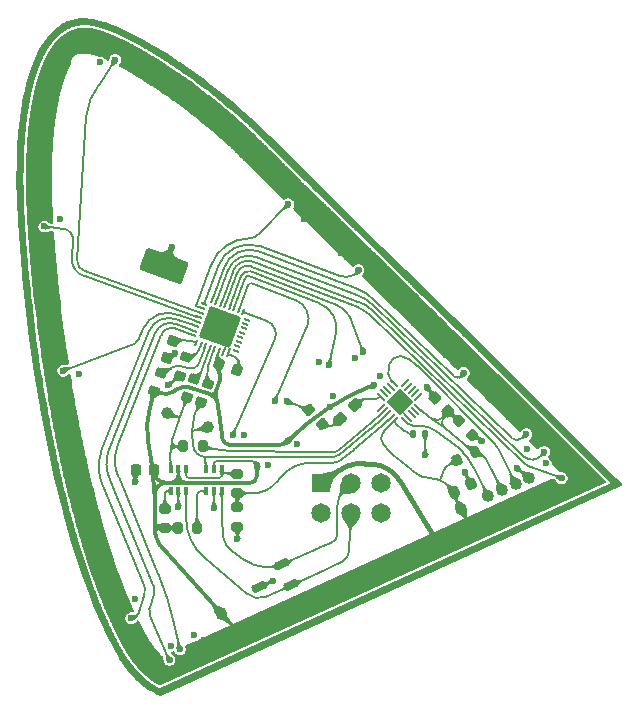
<source format=gbl>
%TF.GenerationSoftware,KiCad,Pcbnew,9.0.6-rc1-2-g790dee114b*%
%TF.CreationDate,2025-10-17T23:20:01-04:00*%
%TF.ProjectId,MetamerBoard,4d657461-6d65-4724-926f-6172642e6b69,rev?*%
%TF.SameCoordinates,Original*%
%TF.FileFunction,Copper,L2,Bot*%
%TF.FilePolarity,Positive*%
%FSLAX45Y45*%
G04 Gerber Fmt 4.5, Leading zero omitted, Abs format (unit mm)*
G04 Created by KiCad (PCBNEW 9.0.6-rc1-2-g790dee114b) date 2025-10-17 23:20:01*
%MOMM*%
%LPD*%
G01*
G04 APERTURE LIST*
G04 Aperture macros list*
%AMRoundRect*
0 Rectangle with rounded corners*
0 $1 Rounding radius*
0 $2 $3 $4 $5 $6 $7 $8 $9 X,Y pos of 4 corners*
0 Add a 4 corners polygon primitive as box body*
4,1,4,$2,$3,$4,$5,$6,$7,$8,$9,$2,$3,0*
0 Add four circle primitives for the rounded corners*
1,1,$1+$1,$2,$3*
1,1,$1+$1,$4,$5*
1,1,$1+$1,$6,$7*
1,1,$1+$1,$8,$9*
0 Add four rect primitives between the rounded corners*
20,1,$1+$1,$2,$3,$4,$5,0*
20,1,$1+$1,$4,$5,$6,$7,0*
20,1,$1+$1,$6,$7,$8,$9,0*
20,1,$1+$1,$8,$9,$2,$3,0*%
%AMRotRect*
0 Rectangle, with rotation*
0 The origin of the aperture is its center*
0 $1 length*
0 $2 width*
0 $3 Rotation angle, in degrees counterclockwise*
0 Add horizontal line*
21,1,$1,$2,0,0,$3*%
G04 Aperture macros list end*
%TA.AperFunction,SMDPad,CuDef*%
%ADD10RoundRect,0.250000X1.807008X0.140436X-1.293978X1.269103X-1.807008X-0.140436X1.293978X-1.269103X0*%
%TD*%
%TA.AperFunction,SMDPad,CuDef*%
%ADD11C,1.000000*%
%TD*%
%TA.AperFunction,ComponentPad*%
%ADD12C,1.016000*%
%TD*%
%TA.AperFunction,SMDPad,CuDef*%
%ADD13RoundRect,0.237500X-0.048290X-0.369771X0.372239X0.022378X0.048290X0.369771X-0.372239X-0.022378X0*%
%TD*%
%TA.AperFunction,SMDPad,CuDef*%
%ADD14RoundRect,0.225000X0.225000X0.250000X-0.225000X0.250000X-0.225000X-0.250000X0.225000X-0.250000X0*%
%TD*%
%TA.AperFunction,HeatsinkPad*%
%ADD15RotRect,1.650000X1.650000X135.000000*%
%TD*%
%TA.AperFunction,SMDPad,CuDef*%
%ADD16RoundRect,0.050000X0.300520X0.229810X0.229810X0.300520X-0.300520X-0.229810X-0.229810X-0.300520X0*%
%TD*%
%TA.AperFunction,SMDPad,CuDef*%
%ADD17RoundRect,0.050000X0.300520X-0.229810X-0.229810X0.300520X-0.300520X0.229810X0.229810X-0.300520X0*%
%TD*%
%TA.AperFunction,SMDPad,CuDef*%
%ADD18RoundRect,0.225000X0.335876X0.017678X0.017678X0.335876X-0.335876X-0.017678X-0.017678X-0.335876X0*%
%TD*%
%TA.AperFunction,SMDPad,CuDef*%
%ADD19RoundRect,0.225000X-0.098265X-0.321666X0.309574X-0.131488X0.098265X0.321666X-0.309574X0.131488X0*%
%TD*%
%TA.AperFunction,SMDPad,CuDef*%
%ADD20RoundRect,0.140000X-0.140000X-0.170000X0.140000X-0.170000X0.140000X0.170000X-0.140000X0.170000X0*%
%TD*%
%TA.AperFunction,SMDPad,CuDef*%
%ADD21RoundRect,0.200000X0.275000X-0.200000X0.275000X0.200000X-0.275000X0.200000X-0.275000X-0.200000X0*%
%TD*%
%TA.AperFunction,SMDPad,CuDef*%
%ADD22RoundRect,0.200000X-0.200000X-0.275000X0.200000X-0.275000X0.200000X0.275000X-0.200000X0.275000X0*%
%TD*%
%TA.AperFunction,SMDPad,CuDef*%
%ADD23RoundRect,0.200000X-0.065042X-0.333758X0.297482X-0.164711X0.065042X0.333758X-0.297482X0.164711X0*%
%TD*%
%TA.AperFunction,SMDPad,CuDef*%
%ADD24RoundRect,0.200000X0.190011X-0.281994X0.326819X0.093883X-0.190011X0.281994X-0.326819X-0.093883X0*%
%TD*%
%TA.AperFunction,SMDPad,CuDef*%
%ADD25RoundRect,0.175000X0.481797X0.031574X0.333880X0.348782X-0.481797X-0.031574X-0.333880X-0.348782X0*%
%TD*%
%TA.AperFunction,SMDPad,CuDef*%
%ADD26RoundRect,0.200000X-0.190011X0.281994X-0.326819X-0.093883X0.190011X-0.281994X0.326819X0.093883X0*%
%TD*%
%TA.AperFunction,ComponentPad*%
%ADD27R,1.650000X1.650000*%
%TD*%
%TA.AperFunction,ComponentPad*%
%ADD28C,1.650000*%
%TD*%
%TA.AperFunction,SMDPad,CuDef*%
%ADD29RoundRect,0.100000X0.100000X-0.225000X0.100000X0.225000X-0.100000X0.225000X-0.100000X-0.225000X0*%
%TD*%
%TA.AperFunction,SMDPad,CuDef*%
%ADD30RoundRect,0.225000X-0.296936X-0.157969X0.125926X-0.311878X0.296936X0.157969X-0.125926X0.311878X0*%
%TD*%
%TA.AperFunction,SMDPad,CuDef*%
%ADD31RoundRect,0.225000X-0.157969X0.296936X-0.311878X-0.125926X0.157969X-0.296936X0.311878X0.125926X0*%
%TD*%
%TA.AperFunction,SMDPad,CuDef*%
%ADD32RoundRect,0.200000X-0.275000X0.200000X-0.275000X-0.200000X0.275000X-0.200000X0.275000X0.200000X0*%
%TD*%
%TA.AperFunction,SMDPad,CuDef*%
%ADD33RoundRect,0.050000X-0.228532X0.029970X0.194330X-0.123939X0.228532X-0.029970X-0.194330X0.123939X0*%
%TD*%
%TA.AperFunction,SMDPad,CuDef*%
%ADD34RoundRect,0.050000X-0.123939X-0.194330X-0.029970X-0.228532X0.123939X0.194330X0.029970X0.228532X0*%
%TD*%
%TA.AperFunction,SMDPad,CuDef*%
%ADD35RoundRect,0.056000X-1.722622X-0.803272X0.803272X-1.722622X1.722622X0.803272X-0.803272X1.722622X0*%
%TD*%
%TA.AperFunction,SMDPad,CuDef*%
%ADD36RoundRect,0.200000X-0.337522X-0.041279X-0.064723X-0.333820X0.337522X0.041279X0.064723X0.333820X0*%
%TD*%
%TA.AperFunction,SMDPad,CuDef*%
%ADD37RoundRect,0.200000X-0.335876X-0.053033X-0.053033X-0.335876X0.335876X0.053033X0.053033X0.335876X0*%
%TD*%
%TA.AperFunction,ViaPad*%
%ADD38C,0.600000*%
%TD*%
%TA.AperFunction,ViaPad*%
%ADD39C,0.500000*%
%TD*%
%TA.AperFunction,Conductor*%
%ADD40C,0.200000*%
%TD*%
%TA.AperFunction,Conductor*%
%ADD41C,0.300000*%
%TD*%
%TA.AperFunction,Conductor*%
%ADD42C,0.400000*%
%TD*%
G04 APERTURE END LIST*
D10*
%TO.P,TP5,1,1*%
%TO.N,GND*%
X13525389Y-9729470D03*
%TD*%
D11*
%TO.P,TP6,1,1*%
%TO.N,/SAO_SDA*%
X13895389Y-11094470D03*
%TD*%
%TO.P,TP7,1,1*%
%TO.N,/SAO_SCL*%
X13545389Y-10974470D03*
%TD*%
%TO.P,TP3,1,1*%
%TO.N,VCC3V3*%
X14002003Y-12668061D03*
%TD*%
D12*
%TO.P,P1,6,Pin_6*%
%TO.N,GND*%
X16615954Y-11521803D03*
%TO.P,P1,5,Pin_5*%
%TO.N,/MCU_SWC*%
X16500389Y-11574469D03*
%TO.P,P1,4,Pin_4*%
%TO.N,/MCU_RESET_n*%
X16384824Y-11627135D03*
%TO.P,P1,3,Pin_3*%
%TO.N,/MCU_SWD*%
X16269259Y-11679801D03*
%TO.P,P1,1,Pin_1*%
%TO.N,VCC3V3*%
X16038128Y-11785133D03*
%TD*%
D13*
%TO.P,D18,1*%
%TO.N,Net-(D18-Pad1)*%
X15013896Y-11026644D03*
%TO.P,D18,2*%
%TO.N,Net-(U3-PB1)*%
X15141882Y-10907295D03*
%TD*%
D14*
%TO.P,C4,2*%
%TO.N,GND*%
X13283389Y-11457469D03*
%TO.P,C4,1*%
%TO.N,VCC3V3*%
X13439389Y-11457469D03*
%TD*%
D15*
%TO.P,U3,21,PAD*%
%TO.N,GND*%
X15517859Y-10881940D03*
D16*
%TO.P,U3,20,PA7*%
%TO.N,unconnected-(U3-PA7-Pad20)*%
X15676958Y-10835978D03*
%TO.P,U3,19,PA6*%
%TO.N,unconnected-(U3-PA6-Pad19)*%
X15648674Y-10807693D03*
%TO.P,U3,18,PA5*%
%TO.N,unconnected-(U3-PA5-Pad18)*%
X15620389Y-10779409D03*
%TO.P,U3,17,PA4*%
%TO.N,unconnected-(U3-PA4-Pad17)*%
X15592105Y-10751125D03*
%TO.P,U3,16,PA3*%
%TO.N,unconnected-(U3-PA3-Pad16)*%
X15563821Y-10722841D03*
D17*
%TO.P,U3,15,PA2-SWC*%
%TO.N,/MCU_SWC*%
X15471897Y-10722841D03*
%TO.P,U3,14,PA1*%
%TO.N,unconnected-(U3-PA1-Pad14)*%
X15443613Y-10751125D03*
%TO.P,U3,13,PA0*%
%TO.N,unconnected-(U3-PA0-Pad13)*%
X15415328Y-10779409D03*
%TO.P,U3,12,PB0*%
%TO.N,unconnected-(U3-PB0-Pad12)*%
X15387044Y-10807693D03*
%TO.P,U3,11,PB1*%
%TO.N,Net-(U3-PB1)*%
X15358760Y-10835978D03*
D16*
%TO.P,U3,10,PB2*%
%TO.N,unconnected-(U3-PB2-Pad10)*%
X15358760Y-10927901D03*
%TO.P,U3,9,PB3*%
%TO.N,/SAO_SCL_R*%
X15387044Y-10956186D03*
%TO.P,U3,8,PB4*%
%TO.N,/SAO_SDA*%
X15415328Y-10984470D03*
%TO.P,U3,7,PB5*%
%TO.N,/I2C_MUX_SEL_R*%
X15443613Y-11012754D03*
%TO.P,U3,6,VCC*%
%TO.N,VCC3V3*%
X15471897Y-11041039D03*
D17*
%TO.P,U3,5,PB6-SWD*%
%TO.N,/MCU_SWD*%
X15563821Y-11041039D03*
%TO.P,U3,4,VSS*%
%TO.N,GND*%
X15592105Y-11012754D03*
%TO.P,U3,3,PB7*%
%TO.N,unconnected-(U3-PB7-Pad3)*%
X15620389Y-10984470D03*
%TO.P,U3,2,PC1*%
%TO.N,unconnected-(U3-PC1-Pad2)*%
X15648674Y-10956186D03*
%TO.P,U3,1,PC0-NRST*%
%TO.N,/MCU_RESET_n*%
X15676958Y-10927901D03*
%TD*%
D18*
%TO.P,C7,1*%
%TO.N,/MCU_RESET_n*%
X15930543Y-10954624D03*
%TO.P,C7,2*%
%TO.N,GND*%
X15820235Y-10844315D03*
%TD*%
D19*
%TO.P,C5,1*%
%TO.N,VCC3V3*%
X15979697Y-11642434D03*
%TO.P,C5,2*%
%TO.N,GND*%
X16121081Y-11576505D03*
%TD*%
D20*
%TO.P,C6,1*%
%TO.N,VCC3V3*%
X15635389Y-11149470D03*
%TO.P,C6,2*%
%TO.N,GND*%
X15735389Y-11149470D03*
%TD*%
D21*
%TO.P,R8,2*%
%TO.N,/I2C_MUX_SEL*%
X14145389Y-11487469D03*
%TO.P,R8,1*%
%TO.N,/I2C_MUX_SEL_R*%
X14145389Y-11651469D03*
%TD*%
%TO.P,R7,1*%
%TO.N,VCC3V3*%
X13530389Y-11946469D03*
%TO.P,R7,2*%
%TO.N,Net-(U2-B1)*%
X13530389Y-11782469D03*
%TD*%
D22*
%TO.P,R2,1*%
%TO.N,VCC3V3*%
X13638389Y-11944469D03*
%TO.P,R2,2*%
%TO.N,Net-(U4-B1)*%
X13802389Y-11944469D03*
%TD*%
D23*
%TO.P,R10,1*%
%TO.N,VCC3V3*%
X16006072Y-11374124D03*
%TO.P,R10,2*%
%TO.N,/MCU_RESET_n*%
X16154706Y-11304815D03*
%TD*%
D24*
%TO.P,R6,1*%
%TO.N,VCC3V3*%
X13442343Y-10786524D03*
%TO.P,R6,2*%
%TO.N,Net-(U1-EN)*%
X13498435Y-10632415D03*
%TD*%
D25*
%TO.P,D17,1,K*%
%TO.N,/BADGE_SDA*%
X14518454Y-12256124D03*
%TO.P,D17,2,K*%
%TO.N,/BADGE_SCL*%
X14598752Y-12428322D03*
%TO.P,D17,3,A*%
%TO.N,GND*%
X14332026Y-12447878D03*
%TD*%
D22*
%TO.P,R12,1*%
%TO.N,/SAO_SCL*%
X13688389Y-11254469D03*
%TO.P,R12,2*%
%TO.N,/SAO_SCL_R*%
X13852389Y-11254469D03*
%TD*%
D26*
%TO.P,R5,1*%
%TO.N,Net-(U1-IREF)*%
X13713435Y-10502415D03*
%TO.P,R5,2*%
%TO.N,GND*%
X13657343Y-10656524D03*
%TD*%
D27*
%TO.P,J1,1,Pin_1*%
%TO.N,VCC3V3*%
X14851389Y-11569469D03*
D28*
%TO.P,J1,2,Pin_2*%
%TO.N,GND*%
X14851389Y-11823469D03*
%TO.P,J1,3,Pin_3*%
%TO.N,/BADGE_SDA*%
X15105389Y-11569469D03*
%TO.P,J1,4,Pin_4*%
%TO.N,/BADGE_SCL*%
X15105389Y-11823469D03*
%TO.P,J1,5,Pin_5*%
%TO.N,/GPIO1*%
X15359389Y-11569469D03*
%TO.P,J1,6,Pin_6*%
%TO.N,/GPIO2*%
X15359389Y-11823469D03*
%TD*%
D29*
%TO.P,U2,1,B2*%
%TO.N,/BADGE_SCL*%
X13710389Y-11634469D03*
%TO.P,U2,2,GND*%
%TO.N,GND*%
X13645389Y-11634469D03*
%TO.P,U2,3,B1*%
%TO.N,Net-(U2-B1)*%
X13580389Y-11634469D03*
%TO.P,U2,4,A*%
%TO.N,/SAO_SCL*%
X13580389Y-11444469D03*
%TO.P,U2,5,VCC*%
%TO.N,VCC3V3*%
X13645389Y-11444469D03*
%TO.P,U2,6,S*%
%TO.N,/I2C_MUX_SEL*%
X13710389Y-11444469D03*
%TD*%
D30*
%TO.P,C1,1*%
%TO.N,VCC3V3*%
X13992093Y-10557792D03*
%TO.P,C1,2*%
%TO.N,GND*%
X14138685Y-10611147D03*
%TD*%
D24*
%TO.P,R3,1*%
%TO.N,/SAO_SDA*%
X13837343Y-10881524D03*
%TO.P,R3,2*%
%TO.N,Net-(U1-SDA)*%
X13893435Y-10727415D03*
%TD*%
D31*
%TO.P,C2,1*%
%TO.N,Net-(U1-VCAP)*%
X13602067Y-10361174D03*
%TO.P,C2,2*%
%TO.N,GND*%
X13548711Y-10507766D03*
%TD*%
D32*
%TO.P,R1,1*%
%TO.N,/I2C_MUX_SEL_R*%
X14145389Y-11772469D03*
%TO.P,R1,2*%
%TO.N,GND*%
X14145389Y-11936469D03*
%TD*%
D33*
%TO.P,U1,1,OUT0*%
%TO.N,Net-(D1-K)*%
X13767144Y-10313819D03*
%TO.P,U1,2,OUT1*%
%TO.N,Net-(D2-K)*%
X13780825Y-10276231D03*
%TO.P,U1,3,OUT2*%
%TO.N,Net-(D3-K)*%
X13794506Y-10238643D03*
%TO.P,U1,4,OUT3*%
%TO.N,Net-(D4-K)*%
X13808187Y-10201055D03*
%TO.P,U1,5,OUT4*%
%TO.N,Net-(D5-K)*%
X13821867Y-10163468D03*
%TO.P,U1,6,OUT5*%
%TO.N,Net-(D6-K)*%
X13835548Y-10125880D03*
%TO.P,U1,7,OUT6*%
%TO.N,Net-(D7-K)*%
X13849229Y-10088292D03*
%TO.P,U1,8,OUT7*%
%TO.N,Net-(D8-K)*%
X13862910Y-10050705D03*
D34*
%TO.P,U1,9,OUT8*%
%TO.N,Net-(D9-K)*%
X13930200Y-10019327D03*
%TO.P,U1,10,OUT9*%
%TO.N,Net-(D10-K)*%
X13967787Y-10033008D03*
%TO.P,U1,11,OUT10*%
%TO.N,Net-(D11-K)*%
X14005375Y-10046688D03*
%TO.P,U1,12,OUT11*%
%TO.N,Net-(D12-K)*%
X14042963Y-10060369D03*
%TO.P,U1,13,OUT12*%
%TO.N,Net-(D13-K)*%
X14080551Y-10074050D03*
%TO.P,U1,14,OUT13*%
%TO.N,Net-(D14-K)*%
X14118138Y-10087731D03*
%TO.P,U1,15,OUT14*%
%TO.N,Net-(D15-K)*%
X14155726Y-10101412D03*
%TO.P,U1,16,OUT15*%
%TO.N,Net-(D16-K)*%
X14193314Y-10115092D03*
D33*
%TO.P,U1,17,OUT16*%
%TO.N,unconnected-(U1-OUT16-Pad17)*%
X14224692Y-10182382D03*
%TO.P,U1,18,OUT17*%
%TO.N,unconnected-(U1-OUT17-Pad18)*%
X14211011Y-10219970D03*
%TO.P,U1,19,NC*%
%TO.N,unconnected-(U1-NC-Pad19)*%
X14197330Y-10257558D03*
%TO.P,U1,20,NC*%
%TO.N,unconnected-(U1-NC-Pad20)*%
X14183649Y-10295146D03*
%TO.P,U1,21,NC*%
%TO.N,unconnected-(U1-NC-Pad21)*%
X14169968Y-10332733D03*
%TO.P,U1,22,NC*%
%TO.N,unconnected-(U1-NC-Pad22)*%
X14156288Y-10370321D03*
%TO.P,U1,23,NC*%
%TO.N,unconnected-(U1-NC-Pad23)*%
X14142607Y-10407909D03*
%TO.P,U1,24,NC*%
%TO.N,unconnected-(U1-NC-Pad24)*%
X14128926Y-10445496D03*
D34*
%TO.P,U1,25,ADDR0*%
%TO.N,GND*%
X14061636Y-10476874D03*
%TO.P,U1,26,ADDR1*%
X14024048Y-10463193D03*
%TO.P,U1,27,VCC*%
%TO.N,VCC3V3*%
X13986461Y-10449513D03*
%TO.P,U1,28,SDA*%
%TO.N,Net-(U1-SDA)*%
X13948873Y-10435832D03*
%TO.P,U1,29,SCL*%
%TO.N,Net-(U1-SCL)*%
X13911285Y-10422151D03*
%TO.P,U1,30,EN*%
%TO.N,Net-(U1-EN)*%
X13873698Y-10408470D03*
%TO.P,U1,31,IREF*%
%TO.N,Net-(U1-IREF)*%
X13836110Y-10394789D03*
%TO.P,U1,32,VCAP*%
%TO.N,Net-(U1-VCAP)*%
X13798522Y-10381109D03*
D35*
%TO.P,U1,33,GND*%
%TO.N,GND*%
X13995918Y-10248101D03*
%TD*%
D36*
%TO.P,R9,1*%
%TO.N,GND*%
X14749465Y-10949499D03*
%TO.P,R9,2*%
%TO.N,Net-(D18-Pad1)*%
X14861313Y-11069441D03*
%TD*%
D37*
%TO.P,R11,1*%
%TO.N,/MCU_RESET_n*%
X16017406Y-11041487D03*
%TO.P,R11,2*%
%TO.N,GND*%
X16133372Y-11157452D03*
%TD*%
D24*
%TO.P,R4,1*%
%TO.N,/SAO_SCL*%
X13720494Y-10836047D03*
%TO.P,R4,2*%
%TO.N,Net-(U1-SCL)*%
X13776586Y-10681938D03*
%TD*%
D29*
%TO.P,U4,1,B2*%
%TO.N,/BADGE_SDA*%
X14010389Y-11634469D03*
%TO.P,U4,2,GND*%
%TO.N,GND*%
X13945389Y-11634469D03*
%TO.P,U4,3,B1*%
%TO.N,Net-(U4-B1)*%
X13880389Y-11634469D03*
%TO.P,U4,4,A*%
%TO.N,/SAO_SDA*%
X13880389Y-11444469D03*
%TO.P,U4,5,VCC*%
%TO.N,VCC3V3*%
X13945389Y-11444469D03*
%TO.P,U4,6,S*%
%TO.N,/I2C_MUX_SEL*%
X14010389Y-11444469D03*
%TD*%
D38*
%TO.N,GND*%
X13280389Y-11559469D03*
X13620389Y-10464470D03*
X16070389Y-11474469D03*
X14145389Y-12044469D03*
%TO.N,VCC3V3*%
X17060389Y-11444469D03*
X14932889Y-10921970D03*
X12639133Y-10437204D03*
X15305389Y-10736970D03*
X13862889Y-12891969D03*
X12497833Y-9214908D03*
X14708458Y-9333681D03*
X14312889Y-11414469D03*
X16441897Y-11004470D03*
X12913053Y-7912645D03*
X15911897Y-10484470D03*
X15021897Y-9615977D03*
X14572889Y-11209469D03*
X13370389Y-12904469D03*
%TO.N,GND*%
X15517859Y-10881940D03*
X14832889Y-10541970D03*
X13587889Y-9569470D03*
X16215389Y-11214469D03*
X14407889Y-11414469D03*
D39*
X13995918Y-10248101D03*
D38*
X14200389Y-11161970D03*
X13645389Y-11769469D03*
X13560389Y-10739470D03*
X16597889Y-11276969D03*
X12642889Y-9331970D03*
X15137889Y-10511970D03*
X15350389Y-10656970D03*
X14445389Y-12394469D03*
X15753389Y-10757470D03*
D39*
X13956586Y-10356165D03*
D38*
X13945389Y-11774469D03*
X13779389Y-12855469D03*
X16755389Y-11399469D03*
X14952889Y-10831970D03*
X14565389Y-10874470D03*
D39*
X13887853Y-10208768D03*
D38*
X13580389Y-12944469D03*
X12985389Y-8004469D03*
X12805389Y-10646970D03*
X13280389Y-12544469D03*
D39*
X14103982Y-10287433D03*
X14035250Y-10140036D03*
D38*
%TO.N,Net-(D1-K)*%
X13657889Y-12974469D03*
%TO.N,Net-(D2-K)*%
X13570389Y-13064469D03*
%TO.N,Net-(D3-K)*%
X13245389Y-12711969D03*
%TO.N,Net-(D4-K)*%
X12670389Y-10614470D03*
%TO.N,Net-(D5-K)*%
X12510389Y-9394470D03*
%TO.N,Net-(D6-K)*%
X13110389Y-7984469D03*
%TO.N,Net-(D7-K)*%
X14576767Y-9206401D03*
%TO.N,Net-(D8-K)*%
X15170389Y-9764470D03*
%TO.N,Net-(D9-K)*%
X16060389Y-10634470D03*
%TO.N,Net-(D10-K)*%
X16590389Y-11152963D03*
%TO.N,Net-(D11-K)*%
X16741897Y-11304469D03*
%TO.N,Net-(D12-K)*%
X16890389Y-11524469D03*
%TO.N,Net-(D13-K)*%
X15210389Y-10454470D03*
%TO.N,Net-(D14-K)*%
X14920389Y-10564470D03*
%TO.N,Net-(D15-K)*%
X14460389Y-10874470D03*
%TO.N,Net-(D16-K)*%
X14103566Y-11161970D03*
%TO.N,GND*%
X14652889Y-11231969D03*
X15735389Y-11331469D03*
X16513389Y-11442469D03*
%TD*%
D40*
%TO.N,GND*%
X15735389Y-11331469D02*
X15735389Y-11331469D01*
X15735389Y-11149470D02*
X15735389Y-11331469D01*
D41*
%TO.N,VCC3V3*%
X14002003Y-12668061D02*
X14168389Y-12845469D01*
X13455538Y-12021410D02*
G75*
G03*
X13488790Y-12094893I133202J16010D01*
G01*
X13488790Y-12094893D02*
X14002003Y-12668061D01*
D40*
%TO.N,Net-(D2-K)*%
X13400718Y-12628666D02*
X13400880Y-12628147D01*
%TO.N,Net-(D1-K)*%
X13476662Y-12339205D02*
G75*
G02*
X13609330Y-12758969I-2411902J-993135D01*
G01*
%TO.N,VCC3V3*%
X14087881Y-11377915D02*
G75*
G03*
X13992873Y-11378510I-26161J-3408925D01*
G01*
X13977867Y-11378813D02*
G75*
G03*
X13945386Y-11411969I673J-33147D01*
G01*
X14269585Y-11379310D02*
G75*
G02*
X14301637Y-11396971I-295J-38450D01*
G01*
%TO.N,/I2C_MUX_SEL_R*%
X14272889Y-11652969D02*
G75*
G03*
X14479338Y-11554342I3051J259000D01*
G01*
X15030201Y-11365711D02*
G75*
G02*
X14950232Y-11394472I-79971J96801D01*
G01*
X15426128Y-11030239D02*
G75*
G02*
X15389848Y-11063792I-447808J447809D01*
G01*
X15315647Y-11127228D02*
G75*
G02*
X15128325Y-11284653I-9412207J11009548D01*
G01*
X14770937Y-11394469D02*
G75*
G03*
X14502892Y-11524472I3J-341341D01*
G01*
%TO.N,/SAO_SCL*%
X13591626Y-11225469D02*
X13598462Y-11269542D01*
X13576917Y-11316004D02*
G75*
G02*
X13592751Y-11205645I330293J8924D01*
G01*
X13592750Y-11205645D02*
G75*
G03*
X13631889Y-11256969I37400J-12065D01*
G01*
X13631889Y-11256969D02*
G75*
G03*
X13576914Y-11316004I2541J-57481D01*
G01*
%TO.N,VCC3V3*%
X15497143Y-11074754D02*
G75*
G03*
X15559878Y-11127669I145727J109124D01*
G01*
D41*
X14080389Y-11241469D02*
G75*
G03*
X14130405Y-11242916I90411J2260239D01*
G01*
X14021903Y-11198893D02*
G75*
G03*
X14040387Y-11228971I48527J9103D01*
G01*
X14040389Y-11228969D02*
G75*
G03*
X14074275Y-11241226I36271J47309D01*
G01*
X14007751Y-11110946D02*
G75*
G03*
X14018748Y-11182079I1112339J135546D01*
G01*
X13980568Y-10917395D02*
G75*
G02*
X13996680Y-11020098I-1486188J-285775D01*
G01*
X14161389Y-11243469D02*
G75*
G03*
X14273395Y-11244998I237661J13311409D01*
G01*
X14021903Y-11198893D02*
X14018748Y-11182079D01*
X14080389Y-11241469D02*
X14074275Y-11241225D01*
X14482356Y-11246969D02*
X14273395Y-11244998D01*
X14130405Y-11242916D02*
X14161389Y-11243469D01*
X13980568Y-10917395D02*
X13970747Y-10866321D01*
X14007751Y-11110946D02*
X13996680Y-11020098D01*
X13970747Y-10866321D02*
G75*
G03*
X13912292Y-10816659I-89597J-46230D01*
G01*
X13970747Y-10866321D02*
G75*
G02*
X13965695Y-10790423I84793J43761D01*
G01*
X13912291Y-10816661D02*
G75*
G03*
X13965694Y-10790423I13189J40621D01*
G01*
X14000389Y-10661970D02*
G75*
G02*
X13999259Y-10696606I-54459J-15561D01*
G01*
X13989741Y-10627168D02*
G75*
G02*
X14000389Y-10661970I-929001J-303272D01*
G01*
X13729637Y-10757344D02*
G75*
G03*
X13680389Y-10754472I-30117J-92756D01*
G01*
X13496366Y-10805497D02*
G75*
G03*
X13599071Y-10794328I39674J112977D01*
G01*
X13680389Y-10754470D02*
G75*
G03*
X13633712Y-10772890I27721J-138591D01*
G01*
X13450492Y-11979428D02*
G75*
G02*
X13445119Y-11894206I748688J89989D01*
G01*
X13487889Y-11941719D02*
G75*
G03*
X13450492Y-11979428I-3759J-33671D01*
G01*
X13445119Y-11894206D02*
G75*
G03*
X13487889Y-11941715I48111J306D01*
G01*
X13443675Y-11665644D02*
G75*
G03*
X13427357Y-11464515I-1352975J-8546D01*
G01*
X13544212Y-11564469D02*
G75*
G03*
X13443671Y-11665644I-3J-100541D01*
G01*
X13427357Y-11464515D02*
G75*
G03*
X13544212Y-11564463I116853J18335D01*
G01*
X13403866Y-10927997D02*
G75*
G03*
X13388110Y-11214310I661884J-180013D01*
G01*
X13952881Y-11565775D02*
G75*
G03*
X13747889Y-11564469I-204991J-16092025D01*
G01*
X13585389Y-11564469D02*
G75*
G03*
X13645389Y-11504469I1J60000D01*
G01*
X13645389Y-11504469D02*
G75*
G03*
X13705389Y-11564471I60001J-1D01*
G01*
X13705389Y-11564469D02*
X13585389Y-11564469D01*
D42*
X15070389Y-11424469D02*
G75*
G03*
X14932269Y-11504877I203031J-507591D01*
G01*
X15292889Y-11406969D02*
G75*
G02*
X15518088Y-11545467I-24799J-292661D01*
G01*
X15225878Y-11401290D02*
G75*
G03*
X15070388Y-11424468I-28808J-339890D01*
G01*
D40*
%TO.N,/MCU_SWC*%
X15524277Y-10493033D02*
G75*
G03*
X15467889Y-10508970I-4627J-91357D01*
G01*
X16292804Y-11201884D02*
G75*
G02*
X16324119Y-11235320I-494864J-494856D01*
G01*
X15424388Y-10652236D02*
G75*
G03*
X15450643Y-10702155I89782J15356D01*
G01*
X15606186Y-10522267D02*
G75*
G02*
X15670483Y-10579564I-465487J-587073D01*
G01*
X15532889Y-10493470D02*
G75*
G02*
X15603378Y-10520044I-6249J-123351D01*
G01*
X16324119Y-11235320D02*
G75*
G02*
X16349488Y-11273043I-133989J-117500D01*
G01*
X15428441Y-10568850D02*
G75*
G03*
X15422887Y-10643470I147289J-48480D01*
G01*
X15467889Y-10508970D02*
G75*
G03*
X15432724Y-10555848I51821J-75501D01*
G01*
%TO.N,/MCU_SWD*%
X16094294Y-11355960D02*
G75*
G02*
X16156924Y-11455410I-475174J-368690D01*
G01*
X16058098Y-11309309D02*
X16094294Y-11355960D01*
X15582605Y-11060254D02*
G75*
G03*
X15628260Y-11079468I45655J44634D01*
G01*
X16025280Y-11272117D02*
G75*
G02*
X16042890Y-11289469I-48890J-67233D01*
G01*
X16058098Y-11309309D02*
G75*
G02*
X16042889Y-11289469I933502J731369D01*
G01*
X15824683Y-11126229D02*
G75*
G03*
X15680889Y-11079471I-143794J-197721D01*
G01*
%TO.N,/MCU_RESET_n*%
X15888996Y-11008516D02*
G75*
G03*
X15900874Y-11104556I54504J-42014D01*
G01*
X15794026Y-11020261D02*
G75*
G03*
X15888992Y-11008513I41674J52831D01*
G01*
X16118364Y-11276143D02*
G75*
G03*
X16197688Y-11322001I198026J251003D01*
G01*
X16197689Y-11322001D02*
G75*
G02*
X16261395Y-11380580I-45229J-113119D01*
G01*
X15900873Y-11104557D02*
X15794026Y-11020261D01*
%TO.N,VCC3V3*%
X15431673Y-11297882D02*
G75*
G03*
X15493736Y-11356123I397337J361222D01*
G01*
X15429727Y-11081036D02*
G75*
G03*
X15382836Y-11129345I560803J-591254D01*
G01*
X15382043Y-11130234D02*
G75*
G03*
X15360387Y-11186969I63497J-56736D01*
G01*
X15953230Y-11399297D02*
G75*
G03*
X15882236Y-11480114I58640J-123103D01*
G01*
X15360389Y-11186969D02*
G75*
G03*
X15382251Y-11243517I84061J-1D01*
G01*
%TO.N,/SAO_SCL_R*%
X14850391Y-11304074D02*
G75*
G03*
X14920389Y-11304469I70009J6195604D01*
G01*
X15353737Y-10987777D02*
G75*
G02*
X15285356Y-11048985I-1094227J1153657D01*
G01*
X13926389Y-11274469D02*
G75*
G03*
X14077039Y-11295336I157471J582649D01*
G01*
X14972548Y-11301553D02*
G75*
G02*
X14937984Y-11304470I-34568J203383D01*
G01*
X15003004Y-11287408D02*
G75*
G02*
X14972548Y-11301555I-41144J48718D01*
G01*
%TO.N,Net-(D18-Pad1)*%
X14987446Y-11050292D02*
G75*
G02*
X14946889Y-11081470I-219246J243232D01*
G01*
X14901619Y-11085814D02*
G75*
G03*
X14946891Y-11081472I18481J45494D01*
G01*
%TO.N,GND*%
X14127480Y-10500581D02*
G75*
G02*
X14155388Y-10530970I-15070J-41849D01*
G01*
X14155389Y-10530970D02*
G75*
G02*
X14152860Y-10575138I-68399J-18241D01*
G01*
%TO.N,Net-(U1-VCAP)*%
X13759955Y-10366789D02*
G75*
G03*
X13680359Y-10355463I-65836J-177321D01*
G01*
X13759955Y-10366789D02*
X13798522Y-10381109D01*
X13680359Y-10355462D02*
X13602067Y-10361174D01*
%TO.N,Net-(U1-EN)*%
X13810862Y-10570360D02*
G75*
G02*
X13778766Y-10592171I-37382J20490D01*
G01*
X13600389Y-10584470D02*
G75*
G02*
X13536779Y-10617523I-183139J274710D01*
G01*
X13682819Y-10584859D02*
G75*
G03*
X13760389Y-10594469I57791J148609D01*
G01*
X13663993Y-10577538D02*
G75*
G03*
X13600390Y-10584472I-25133J-64632D01*
G01*
%TO.N,Net-(U1-IREF)*%
X13823493Y-10429369D02*
G75*
G02*
X13804713Y-10462523I-109074J39889D01*
G01*
X13803125Y-10464489D02*
G75*
G02*
X13768333Y-10487273I-52865J42769D01*
G01*
%TO.N,Net-(U1-SCL)*%
X13826049Y-10655334D02*
X13821293Y-10668341D01*
%TO.N,Net-(U1-SDA)*%
X13898094Y-10575700D02*
G75*
G03*
X13886914Y-10675942I201776J-73250D01*
G01*
%TO.N,Net-(U1-VCAP)*%
X13798420Y-10380227D02*
X13798420Y-10380227D01*
%TO.N,/SAO_SDA*%
X13761239Y-11124186D02*
X13895389Y-11094470D01*
X14062888Y-11344967D02*
G75*
G03*
X13871222Y-11344469I-191648J-36927353D01*
G01*
X13761239Y-11124186D02*
G75*
G02*
X13777235Y-11013254I271661J17446D01*
G01*
X14902776Y-11349326D02*
G75*
G03*
X14957889Y-11346969I2984J575776D01*
G01*
X15006740Y-11326958D02*
G75*
G02*
X14957889Y-11346972I-56990J69478D01*
G01*
X13769246Y-11248833D02*
G75*
G03*
X13871222Y-11344465I101974J6553D01*
G01*
X15367166Y-11027660D02*
G75*
G02*
X15268994Y-11111866I-1958127J2183560D01*
G01*
X13812122Y-10917997D02*
X13781729Y-11000961D01*
%TO.N,/SAO_SCL*%
X13652361Y-11022068D02*
G75*
G03*
X13646873Y-11010418I-8511J3108D01*
G01*
X13646875Y-11010413D02*
G75*
G03*
X13658648Y-11004871I3085J8723D01*
G01*
X13658649Y-11004871D02*
X13652361Y-11022068D01*
X13658649Y-11004871D02*
X13676424Y-10956259D01*
X13646875Y-11010413D02*
X13545389Y-10974470D01*
X13648994Y-11031277D02*
X13648994Y-11031277D01*
X13648995Y-11031274D02*
X13648995Y-11031275D01*
X13648996Y-11031275D02*
X13648995Y-11031276D01*
X13648995Y-11031276D01*
X13648994Y-11031276D01*
X13648994Y-11031277D01*
X13705788Y-10876112D02*
X13676424Y-10956259D01*
%TO.N,/I2C_MUX_SEL*%
X14030384Y-11484914D02*
G75*
G03*
X14010389Y-11504469I-434J-19556D01*
G01*
X14010389Y-11464469D02*
G75*
G03*
X14030384Y-11484916I20451J-1D01*
G01*
X14010389Y-11504469D02*
G75*
G02*
X13990389Y-11524469I-19999J-1D01*
G01*
X13710389Y-11496969D02*
G75*
G03*
X13737889Y-11524471I27501J-1D01*
G01*
X14010389Y-11504469D02*
X14010389Y-11464469D01*
%TO.N,Net-(U2-B1)*%
X13555389Y-11634469D02*
G75*
G03*
X13530389Y-11659469I1J-25001D01*
G01*
%TO.N,Net-(U4-B1)*%
X13840389Y-11634469D02*
G75*
G03*
X13800650Y-11674469I1J-39741D01*
G01*
D41*
%TO.N,VCC3V3*%
X13487889Y-11941719D02*
X13530389Y-11946469D01*
X13445119Y-11894206D02*
X13443675Y-11665644D01*
X13965698Y-10790424D02*
X13999259Y-10696606D01*
D40*
%TO.N,/BADGE_SDA*%
X15047889Y-11624469D02*
G75*
G03*
X14990389Y-11759039I128721J-134571D01*
G01*
X14202889Y-12216969D02*
G75*
G03*
X14545170Y-12247365I197871J285809D01*
G01*
X14014223Y-11893372D02*
G75*
G03*
X14027889Y-12034469I885057J14512D01*
G01*
X14990389Y-12000440D02*
G75*
G02*
X14939458Y-12072504I-76449J0D01*
G01*
X14939459Y-12072506D02*
G75*
G03*
X14839382Y-12112989I409341J-1155874D01*
G01*
X14027889Y-12034469D02*
G75*
G03*
X14098852Y-12144945I168241J30040D01*
G01*
%TO.N,/BADGE_SCL*%
X15093041Y-12137118D02*
G75*
G02*
X15029608Y-12233606I-111791J4398D01*
G01*
X13710389Y-11864469D02*
G75*
G03*
X13867438Y-12201229I439581J-1D01*
G01*
X14553745Y-12455716D02*
G75*
G02*
X14385389Y-12529469I-1738485J3739416D01*
G01*
X15029608Y-12233605D02*
G75*
G02*
X14907705Y-12291157I-4933258J10291435D01*
G01*
X14229967Y-12505387D02*
G75*
G03*
X14385389Y-12529469I97603J116337D01*
G01*
%TO.N,Net-(D1-K)*%
X13609330Y-12758969D02*
X13657889Y-12974469D01*
%TO.N,Net-(D3-K)*%
X13356972Y-12519404D02*
G75*
G03*
X13356293Y-12521469I67528J-23376D01*
G01*
X13250285Y-12710751D02*
G75*
G02*
X13240478Y-12710814I-5035J20211D01*
G01*
X13397519Y-10278117D02*
X13397518Y-10278119D01*
X13639579Y-10182957D02*
X13639579Y-10182957D01*
X13639580Y-10182957D01*
X13639581Y-10182957D01*
X13639581Y-10182957D01*
X13639582Y-10182957D01*
X13639582Y-10182957D01*
%TO.N,Net-(D2-K)*%
X13625902Y-10220546D02*
X13625902Y-10220546D01*
X13065696Y-11262920D02*
G75*
G03*
X13083375Y-11220741I-1065187J471240D01*
G01*
X13439044Y-12506124D02*
G75*
G03*
X13438444Y-12507949I62096J-21416D01*
G01*
X13625902Y-10220546D02*
X13625901Y-10220546D01*
X13625901Y-10220546D01*
X13625900Y-10220546D01*
X13625900Y-10220546D01*
X13450390Y-10294466D02*
X13450388Y-10294473D01*
%TO.N,Net-(D1-K)*%
X13502875Y-10311897D02*
G75*
G02*
X13502071Y-10314033I-62526J22317D01*
G01*
X13758922Y-10310826D02*
G75*
G03*
X13742465Y-10304878I-1339442J-3680214D01*
G01*
X13139127Y-11519477D02*
G75*
G03*
X13138958Y-11519090I-9238J-3813D01*
G01*
%TO.N,Net-(U1-IREF)*%
X13804714Y-10462523D02*
X13803125Y-10464489D01*
X13768334Y-10487276D02*
X13713435Y-10502415D01*
%TO.N,Net-(D18-Pad1)*%
X14901619Y-11085814D02*
X14861313Y-11069441D01*
%TO.N,GND*%
X14152860Y-10575137D02*
X14138685Y-10611147D01*
X14127480Y-10500581D02*
X14061636Y-10476874D01*
X14061636Y-10476874D02*
X14079478Y-10420559D01*
%TO.N,/MCU_RESET_n*%
X15794026Y-11020261D02*
X15676958Y-10927901D01*
X15888996Y-11008516D02*
X15930543Y-10954624D01*
X15900873Y-11104557D02*
X16118364Y-11276143D01*
%TO.N,/MCU_SWC*%
X15428441Y-10568850D02*
X15432720Y-10555847D01*
X15524277Y-10493033D02*
X15532889Y-10493470D01*
X15450643Y-10702155D02*
X15471897Y-10722841D01*
X15424388Y-10652236D02*
X15422889Y-10643470D01*
X15606186Y-10522267D02*
X15603380Y-10520042D01*
%TO.N,/MCU_SWD*%
X15582605Y-11060254D02*
X15563821Y-11041039D01*
X15628260Y-11079470D02*
X15680889Y-11079470D01*
X16025280Y-11272117D02*
X15824683Y-11126229D01*
%TO.N,GND*%
X15753389Y-10757470D02*
X15820235Y-10844315D01*
%TO.N,VCC3V3*%
X15559877Y-11127671D02*
X15607034Y-11151825D01*
X15497143Y-11074754D02*
X15471897Y-11041039D01*
%TO.N,GND*%
X13282389Y-11454469D02*
X13280389Y-11559469D01*
D41*
%TO.N,VCC3V3*%
X13747889Y-11564469D02*
X13705389Y-11564469D01*
D40*
X13645389Y-11504469D02*
X13645389Y-11444469D01*
%TO.N,/I2C_MUX_SEL_R*%
X15389848Y-11063792D02*
X15315647Y-11127228D01*
X14950232Y-11394469D02*
X14770937Y-11394469D01*
X14479337Y-11554341D02*
X14502889Y-11524469D01*
X15030201Y-11365711D02*
X15128325Y-11284653D01*
X14272889Y-11652969D02*
X14145389Y-11651469D01*
%TO.N,GND*%
X13620389Y-10464470D02*
X13577093Y-10507766D01*
%TO.N,/MCU_SWC*%
X16292804Y-11201884D02*
X15670483Y-10579563D01*
D41*
%TO.N,VCC3V3*%
X14242889Y-11569469D02*
G75*
G03*
X14312889Y-11499469I1J70000D01*
G01*
X14312889Y-11499469D02*
X14312889Y-11414469D01*
X14242889Y-11569469D02*
X13952881Y-11565775D01*
X13544212Y-11564469D02*
X13585389Y-11564469D01*
X13455538Y-12021410D02*
X13450492Y-11979428D01*
X13403866Y-10927997D02*
X13442343Y-10786524D01*
X13427357Y-11464515D02*
X13388109Y-11214310D01*
D40*
%TO.N,Net-(U1-SDA)*%
X13898094Y-10575700D02*
X13948873Y-10435832D01*
X13886912Y-10675942D02*
X13893435Y-10727415D01*
D41*
%TO.N,VCC3V3*%
X13989741Y-10627168D02*
X13967093Y-10557792D01*
X13912291Y-10816661D02*
X13729637Y-10757344D01*
X13599073Y-10794332D02*
X13633711Y-10772889D01*
X13496366Y-10805497D02*
X13442343Y-10786524D01*
D40*
%TO.N,Net-(U1-EN)*%
X13682819Y-10584859D02*
X13663993Y-10577538D01*
X13778766Y-10592172D02*
X13760389Y-10594470D01*
%TO.N,GND*%
X13649192Y-10682001D02*
X13617857Y-10682001D01*
X13617857Y-10682001D02*
X13560389Y-10739470D01*
%TO.N,/SAO_SDA*%
X13812122Y-10917997D02*
X13827343Y-10876524D01*
%TO.N,/SAO_SCL*%
X13652361Y-11022068D02*
X13649217Y-11030667D01*
X13705788Y-10876112D02*
X13720494Y-10836047D01*
%TO.N,Net-(U1-EN)*%
X13821336Y-10551250D02*
X13810862Y-10570360D01*
%TO.N,GND*%
X16158372Y-11157452D02*
X16215389Y-11214469D01*
%TO.N,/MCU_SWD*%
X16156923Y-11455410D02*
X16269259Y-11679801D01*
%TO.N,Net-(D7-K)*%
X13795354Y-10068873D02*
X13923944Y-9718939D01*
X13923944Y-9718938D02*
G75*
G02*
X14246829Y-9494202I322886J-119582D01*
G01*
X13795405Y-10068892D02*
X13832785Y-10082307D01*
%TO.N,GND*%
X14332026Y-12447878D02*
X14445389Y-12394469D01*
X14749465Y-10949499D02*
X14565389Y-10874470D01*
D42*
%TO.N,VCC3V3*%
X15518087Y-11545467D02*
X15810389Y-12019469D01*
X14932270Y-11504877D02*
X14851389Y-11569469D01*
X15292889Y-11406969D02*
X15225878Y-11401290D01*
D40*
%TO.N,GND*%
X16070389Y-11474469D02*
X16121081Y-11576505D01*
%TO.N,VCC3V3*%
X15953230Y-11399297D02*
X16006072Y-11374124D01*
X15882239Y-11480115D02*
X15861666Y-11543192D01*
X15382836Y-11129345D02*
X15382043Y-11130234D01*
X15429727Y-11081036D02*
X15471896Y-11041039D01*
X15431673Y-11297882D02*
X15382251Y-11243517D01*
%TO.N,GND*%
X14145389Y-11936469D02*
X14145389Y-12044469D01*
%TO.N,/BADGE_SCL*%
X13867437Y-12201230D02*
X14229967Y-12505387D01*
%TO.N,/BADGE_SDA*%
X14202889Y-12216969D02*
X14098853Y-12144944D01*
%TO.N,/I2C_MUX_SEL_R*%
X14145389Y-11772469D02*
X14145389Y-11651469D01*
%TO.N,/SAO_SCL*%
X13631889Y-11256969D02*
X13688389Y-11254469D01*
X13648994Y-11031277D02*
X13592750Y-11205645D01*
X13576917Y-11316004D02*
X13580389Y-11444469D01*
%TO.N,VCC3V3*%
X13992873Y-11378510D02*
X13977867Y-11378813D01*
%TO.N,/I2C_MUX_SEL*%
X14030384Y-11484914D02*
X14145389Y-11487469D01*
%TO.N,VCC3V3*%
X14087881Y-11377915D02*
X14269585Y-11379310D01*
X13945381Y-11411969D02*
X13945389Y-11444469D01*
X14301639Y-11396969D02*
X14312889Y-11414469D01*
%TO.N,/SAO_SCL_R*%
X15285356Y-11048986D02*
X15003004Y-11287408D01*
%TO.N,Net-(U1-VCAP)*%
X13798420Y-10380227D02*
X13798047Y-10380091D01*
%TO.N,/MCU_RESET_n*%
X15930543Y-10954624D02*
X16017406Y-11041487D01*
%TO.N,VCC3V3*%
X15493735Y-11356123D02*
X15622321Y-11458902D01*
D41*
X16038128Y-11785133D02*
X16112889Y-11934469D01*
D40*
X15967240Y-11643533D02*
X16038128Y-11785133D01*
X13638389Y-11944469D02*
X13530389Y-11946469D01*
D41*
X13857149Y-12897709D02*
X13862889Y-12891969D01*
D40*
X13963872Y-10511654D02*
X13986460Y-10449513D01*
D41*
X14482356Y-11246969D02*
G75*
G03*
X14572890Y-11209471I4J128029D01*
G01*
X14572889Y-11209470D02*
G75*
G02*
X15305389Y-10732711I1488751J-1486250D01*
G01*
D40*
X13964352Y-10544853D02*
G75*
G02*
X13963871Y-10511653I43448J17233D01*
G01*
X15796807Y-11528147D02*
G75*
G02*
X15622320Y-11458903I-6917J237037D01*
G01*
X15796807Y-11528147D02*
G75*
G02*
X15967241Y-11643533I-12787J-202453D01*
G01*
%TO.N,GND*%
X15517859Y-10938508D02*
X15592105Y-11012754D01*
X13645389Y-11659469D02*
X13645389Y-11769469D01*
X13525389Y-9729470D02*
X13587889Y-9569470D01*
X14096390Y-10635309D02*
X14106168Y-10608412D01*
X14024048Y-10463194D02*
X14045424Y-10404463D01*
X13945389Y-11659469D02*
X13945389Y-11774469D01*
%TO.N,Net-(D1-K)*%
X13138958Y-11519089D02*
X13138869Y-11518897D01*
X13502875Y-10311897D02*
X13503259Y-10310822D01*
X13139127Y-11519477D02*
X13476662Y-12339205D01*
X13612004Y-10258056D02*
X13742465Y-10304878D01*
X13502071Y-10314033D02*
X13127521Y-11259323D01*
X13611830Y-10257994D02*
X13612004Y-10258056D01*
X13503259Y-10310822D02*
G75*
G02*
X13611829Y-10257996I81241J-28988D01*
G01*
X13138869Y-11518897D02*
G75*
G02*
X13127890Y-11259469I308861J143018D01*
G01*
%TO.N,Net-(D2-K)*%
X13067745Y-11542697D02*
X13431716Y-12426626D01*
X13083375Y-11220741D02*
X13450388Y-10294473D01*
X13625902Y-10220546D02*
X13764380Y-10270246D01*
X13065696Y-11262920D02*
X13056443Y-11283836D01*
X13403679Y-12688864D02*
X13566779Y-13066030D01*
X13400621Y-12628977D02*
X13400718Y-12628666D01*
X13439044Y-12506124D02*
X13439357Y-12505216D01*
X13403183Y-12687716D02*
X13403679Y-12688864D01*
X13450390Y-10294466D02*
X13450391Y-10294463D01*
X13400880Y-12628147D02*
X13438444Y-12507949D01*
X13441138Y-12454483D02*
G75*
G02*
X13439355Y-12505216I-83678J-22457D01*
G01*
X13403183Y-12687717D02*
G75*
G02*
X13400623Y-12628978I91827J33427D01*
G01*
X13067745Y-11542698D02*
G75*
G02*
X13056440Y-11283835I306825J143078D01*
G01*
X13431715Y-12426627D02*
G75*
G02*
X13441138Y-12454483I-211255J-86983D01*
G01*
X13450391Y-10294462D02*
G75*
G02*
X13625902Y-10220539I124719J-50798D01*
G01*
%TO.N,Net-(D3-K)*%
X13639582Y-10182957D02*
X13778061Y-10232658D01*
X13397518Y-10278119D02*
X12994213Y-11295983D01*
X13007187Y-11593136D02*
X13352321Y-12431320D01*
X13250285Y-12710751D02*
X13261444Y-12707972D01*
X13397519Y-10278117D02*
X13397520Y-10278116D01*
X13356293Y-12521469D02*
X13312597Y-12661282D01*
X13240478Y-12710812D02*
X13235567Y-12709655D01*
X13356972Y-12519404D02*
X13357328Y-12518376D01*
X13007187Y-11593136D02*
G75*
G02*
X12994214Y-11295984I352213J164236D01*
G01*
X13359652Y-12452980D02*
G75*
G02*
X13357325Y-12518376I-107642J-28910D01*
G01*
X13312358Y-12662003D02*
G75*
G02*
X13261445Y-12707975I-68508J24694D01*
G01*
X13312597Y-12661283D02*
G75*
G02*
X13312357Y-12662003I-19017J5943D01*
G01*
X13397519Y-10278115D02*
G75*
G02*
X13639579Y-10182956I168611J-73455D01*
G01*
X13352321Y-12431321D02*
G75*
G02*
X13359652Y-12452979I-164781J-67849D01*
G01*
%TO.N,Net-(D4-K)*%
X13653261Y-10145370D02*
X13653262Y-10145370D01*
X13312625Y-10342582D02*
X13344646Y-10261772D01*
X13312069Y-10344105D02*
X13312625Y-10342582D01*
X13344646Y-10261772D02*
X13344647Y-10261771D01*
X13270750Y-10391474D02*
X13272286Y-10390904D01*
X12670389Y-10614470D02*
X13270748Y-10391475D01*
X13791742Y-10195070D02*
X13808186Y-10201056D01*
X13653262Y-10145370D02*
X13791742Y-10195070D01*
X13344647Y-10261770D02*
G75*
G02*
X13653258Y-10145377I212503J-96110D01*
G01*
X13312069Y-10344105D02*
G75*
G02*
X13272287Y-10390906I-82660J29955D01*
G01*
%TO.N,Net-(D5-K)*%
X12851141Y-9814994D02*
X13805423Y-10157483D01*
X12743576Y-9661372D02*
X12752933Y-9516972D01*
X12510389Y-9394470D02*
X12667907Y-9411972D01*
X12851141Y-9814993D02*
G75*
G02*
X12743581Y-9661371I37759J140903D01*
G01*
X12667907Y-9411971D02*
G75*
G02*
X12752931Y-9516972I-9998J-95019D01*
G01*
%TO.N,Net-(D6-K)*%
X12855894Y-9774286D02*
X13835548Y-10125880D01*
X12786988Y-9675876D02*
X12865854Y-8458793D01*
X12978283Y-8187942D02*
X13110389Y-7984469D01*
X12970748Y-8197341D02*
X12978283Y-8187942D01*
X12855894Y-9774285D02*
G75*
G02*
X12786986Y-9675875I24186J90265D01*
G01*
X12865853Y-8458792D02*
G75*
G02*
X12970747Y-8197341I483787J-42328D01*
G01*
%TO.N,Net-(D7-K)*%
X14327175Y-9456990D02*
X14576767Y-9206401D01*
X14327175Y-9456990D02*
G75*
G02*
X14289165Y-9485742I-81785J68620D01*
G01*
X14289163Y-9485740D02*
G75*
G02*
X14246828Y-9494206I-39654J88210D01*
G01*
%TO.N,Net-(D8-K)*%
X13862859Y-10050686D02*
X13978919Y-9734848D01*
X14337885Y-9561982D02*
X15015611Y-9812163D01*
X15170211Y-9770571D02*
G75*
G02*
X15015612Y-9812159I-107061J89841D01*
G01*
X13978919Y-9734848D02*
G75*
G02*
X14337886Y-9561977I265921J-93052D01*
G01*
%TO.N,Net-(D9-K)*%
X15286307Y-10002711D02*
X15981739Y-10664471D01*
X14322826Y-9602140D02*
X15167413Y-9926965D01*
X13936185Y-10002883D02*
X14029549Y-9748809D01*
X14322824Y-9602139D02*
X14322826Y-9602140D01*
X16035390Y-10664470D02*
X16060389Y-10634470D01*
X14029548Y-9748809D02*
G75*
G02*
X14322824Y-9602139I219972J-73301D01*
G01*
X16035390Y-10664469D02*
G75*
G02*
X15981736Y-10664474I-26830J26829D01*
G01*
X15167413Y-9926965D02*
G75*
G02*
X15286307Y-10002710I-111383J-306016D01*
G01*
%TO.N,Net-(D10-K)*%
X13973773Y-10016563D02*
X14067137Y-9762490D01*
X14301391Y-9651879D02*
X15160325Y-9975017D01*
X16558121Y-11182011D02*
X16590389Y-11152963D01*
X15292889Y-10059470D02*
X16467760Y-11187118D01*
X16558121Y-11182010D02*
G75*
G02*
X16467763Y-11187114I-47731J42630D01*
G01*
X14067137Y-9762490D02*
G75*
G02*
X14301390Y-9651883I172433J-61831D01*
G01*
X15160325Y-9975017D02*
G75*
G02*
X15292887Y-10059472I-124195J-341203D01*
G01*
%TO.N,Net-(D11-K)*%
X14011361Y-10030244D02*
X14104725Y-9776170D01*
X14287220Y-9693250D02*
X15167889Y-10031970D01*
X15167888Y-10031970D02*
X15167889Y-10031970D01*
X15285072Y-10101752D02*
X16574898Y-11344696D01*
X16715191Y-11334390D02*
X16741897Y-11304469D01*
X15167888Y-10031969D02*
G75*
G02*
X15285071Y-10101752I-79028J-265991D01*
G01*
X14104724Y-9776170D02*
G75*
G02*
X14287218Y-9693253I132706J-49790D01*
G01*
X16715192Y-11334390D02*
G75*
G02*
X16574897Y-11344698I-75302J65000D01*
G01*
%TO.N,Net-(D12-K)*%
X15266220Y-10140176D02*
X16580587Y-11405633D01*
X14894577Y-9973390D02*
X15170252Y-10079483D01*
X14142312Y-9789851D02*
X14142391Y-9789635D01*
X14048948Y-10043924D02*
X14142312Y-9789851D01*
X14271627Y-9733795D02*
X14894577Y-9973390D01*
X16628176Y-11433240D02*
X16890389Y-11524469D01*
X14271096Y-9733586D02*
X14271627Y-9733795D01*
X14042963Y-10060369D02*
X14048948Y-10043924D01*
X15170266Y-10079469D02*
G75*
G02*
X15266219Y-10140177I-90996J-250011D01*
G01*
X14142391Y-9789635D02*
G75*
G02*
X14271094Y-9733592I92349J-36275D01*
G01*
X16628176Y-11433240D02*
G75*
G02*
X16580587Y-11405634I53554J147141D01*
G01*
%TO.N,Net-(D13-K)*%
X15102320Y-10163940D02*
X15102320Y-10163941D01*
X14962889Y-10046970D02*
X14962902Y-10046957D01*
X14082261Y-10069351D02*
X14175625Y-9815278D01*
X14255179Y-9774776D02*
X14962889Y-10046970D01*
X15102320Y-10163941D02*
X15210389Y-10454470D01*
X14175625Y-9815277D02*
G75*
G02*
X14255179Y-9774777I60025J-19523D01*
G01*
X14962902Y-10046957D02*
G75*
G02*
X15102321Y-10163940I-90993J-250013D01*
G01*
%TO.N,Net-(D14-K)*%
X14240443Y-9814885D02*
X14834948Y-10043540D01*
X14920389Y-10564470D02*
X14982043Y-10298317D01*
X14119849Y-10083032D02*
X14213212Y-9828958D01*
X14834948Y-10043540D02*
G75*
G02*
X14982044Y-10298317I-78268J-215040D01*
G01*
X14213213Y-9828958D02*
G75*
G02*
X14240440Y-9814892I20647J-6582D01*
G01*
%TO.N,Net-(D15-K)*%
X14155726Y-10101412D02*
X14234598Y-9886774D01*
X14460389Y-10874470D02*
X14736737Y-10239766D01*
X14632443Y-10014165D02*
X14632450Y-10014167D01*
X14736737Y-10239766D02*
X14736737Y-10239765D01*
X14260971Y-9874688D02*
X14632443Y-10014165D01*
X14234598Y-9886773D02*
G75*
G02*
X14260971Y-9874686I19232J-7147D01*
G01*
X14632450Y-10014166D02*
G75*
G02*
X14736745Y-10239767I-59930J-164614D01*
G01*
X14736737Y-10239765D02*
G75*
G02*
X14731284Y-10252810I-164258J61005D01*
G01*
%TO.N,Net-(D16-K)*%
X14103566Y-11161970D02*
X14457243Y-10361847D01*
X14193314Y-10115092D02*
X14392259Y-10193465D01*
X14457243Y-10361847D02*
X14458672Y-10358966D01*
X14392259Y-10193465D02*
X14393441Y-10193906D01*
X14393441Y-10193905D02*
G75*
G02*
X14458672Y-10358965I-41841J-111955D01*
G01*
%TO.N,Net-(U3-PB1)*%
X15235389Y-10851970D02*
X15320151Y-10851970D01*
X15170421Y-10878880D02*
G75*
G02*
X15235389Y-10851969I64969J-64970D01*
G01*
X15358760Y-10835976D02*
G75*
G02*
X15320151Y-10851970I-38610J38606D01*
G01*
%TO.N,/MCU_SWC*%
X15471891Y-10722836D02*
X15471896Y-10722841D01*
X15448146Y-10697803D02*
X15449403Y-10699128D01*
X15449403Y-10699128D02*
X15449428Y-10699154D01*
X15449441Y-10699167D02*
X15471891Y-10722836D01*
%TO.N,Net-(U1-SDA)*%
X13942888Y-10452277D02*
X13948873Y-10435832D01*
%TO.N,Net-(U1-SCL)*%
X13826049Y-10655334D02*
X13905300Y-10438595D01*
X13821293Y-10668341D02*
X13818915Y-10674845D01*
%TO.N,Net-(U1-IREF)*%
X13823493Y-10429369D02*
X13830126Y-10411230D01*
%TO.N,Net-(U1-EN)*%
X13822356Y-10548956D02*
X13822404Y-10548825D01*
X13822404Y-10548825D02*
X13867713Y-10424911D01*
X13821336Y-10551250D02*
G75*
G03*
X13822356Y-10548956I-17726J9250D01*
G01*
%TO.N,/SAO_SCL_R*%
X13926389Y-11274469D02*
X13852389Y-11254469D01*
X14920389Y-11304469D02*
X14937984Y-11304469D01*
X15353737Y-10987777D02*
X15387044Y-10956186D01*
X14850391Y-11304074D02*
X14077039Y-11295336D01*
%TO.N,/BADGE_SDA*%
X14990389Y-11759039D02*
X14990389Y-12000440D01*
X14545169Y-12247361D02*
X14839382Y-12112989D01*
X15047889Y-11624469D02*
X15105389Y-11569469D01*
X14014223Y-11893372D02*
X14010389Y-11659469D01*
%TO.N,/BADGE_SCL*%
X15093041Y-12137118D02*
X15105389Y-11823469D01*
X14553745Y-12455716D02*
X14907705Y-12291157D01*
X13710389Y-11864469D02*
X13710389Y-11659469D01*
%TO.N,/I2C_MUX_SEL*%
X13990389Y-11524469D02*
X13737889Y-11524469D01*
X13710389Y-11496969D02*
X13710389Y-11469469D01*
%TO.N,Net-(U4-B1)*%
X13800647Y-11674469D02*
X13802389Y-11944469D01*
X13840389Y-11634469D02*
X13880389Y-11634469D01*
%TO.N,/SAO_SDA*%
X13777234Y-11013253D02*
X13781729Y-11000961D01*
X14062888Y-11344967D02*
X14902776Y-11349326D01*
X15415326Y-10984472D02*
X15415328Y-10984470D01*
X13872056Y-11344469D02*
X13880389Y-11444469D01*
X15415322Y-10984475D02*
X15367166Y-11027660D01*
X15006740Y-11326958D02*
X15268994Y-11111866D01*
X13761239Y-11124186D02*
X13769246Y-11248833D01*
%TO.N,/SAO_SCL*%
X13648995Y-11031274D02*
X13649216Y-11030671D01*
%TO.N,Net-(U2-B1)*%
X13555389Y-11634469D02*
X13580389Y-11634469D01*
X13530389Y-11659469D02*
X13530389Y-11782469D01*
%TO.N,/MCU_SWC*%
X16349488Y-11273043D02*
X16500389Y-11574469D01*
%TO.N,/MCU_RESET_n*%
X16261393Y-11380581D02*
X16384824Y-11627135D01*
%TO.N,GND*%
X16513389Y-11442469D02*
X16615954Y-11521803D01*
%TD*%
%TA.AperFunction,Conductor*%
%TO.N,GND*%
G36*
X12856021Y-7629996D02*
G01*
X12913340Y-7635041D01*
X12914956Y-7635291D01*
X12921273Y-7636703D01*
X12982383Y-7650355D01*
X12983492Y-7650657D01*
X13060381Y-7675525D01*
X13061188Y-7675817D01*
X13144601Y-7709327D01*
X13146157Y-7709952D01*
X13146772Y-7710218D01*
X13238615Y-7753010D01*
X13239099Y-7753249D01*
X13336705Y-7804071D01*
X13337103Y-7804288D01*
X13439408Y-7862505D01*
X13439755Y-7862710D01*
X13545728Y-7927690D01*
X13546038Y-7927886D01*
X13654671Y-7998999D01*
X13654954Y-7999190D01*
X13765255Y-8075812D01*
X13765521Y-8076001D01*
X13802851Y-8103417D01*
X13876487Y-8157497D01*
X13876738Y-8157686D01*
X13922758Y-8193348D01*
X13987383Y-8243428D01*
X13987635Y-8243628D01*
X14096975Y-8332988D01*
X14097228Y-8333200D01*
X14204280Y-8425549D01*
X14204539Y-8425778D01*
X14308312Y-8520476D01*
X14308582Y-8520730D01*
X14408408Y-8617445D01*
X14408473Y-8617508D01*
X15373239Y-9565927D01*
X15575239Y-9764504D01*
X15575239Y-9764504D01*
X16382954Y-10558545D01*
X17350850Y-11520247D01*
X17350870Y-11520283D01*
X17350878Y-11520275D01*
X17399292Y-11568690D01*
X17400764Y-11571385D01*
X17402423Y-11573968D01*
X17402423Y-11574423D01*
X17402641Y-11574823D01*
X17402422Y-11577885D01*
X17402421Y-11579604D01*
X17308450Y-11562630D01*
X17275148Y-11529441D01*
X16799548Y-11055458D01*
X16680975Y-10937781D01*
X16680975Y-10937781D01*
X16594683Y-10852255D01*
X16594681Y-10852253D01*
X16524455Y-10782721D01*
X16476581Y-10735358D01*
X16466057Y-10724947D01*
X16466057Y-10724947D01*
X16415517Y-10674983D01*
X16369046Y-10629068D01*
X16326541Y-10587095D01*
X16287906Y-10548963D01*
X16287906Y-10548962D01*
X16253059Y-10514584D01*
X16221917Y-10483873D01*
X16190984Y-10453379D01*
X16185198Y-10447677D01*
X16163662Y-10426455D01*
X16136505Y-10399702D01*
X16136504Y-10399701D01*
X16112879Y-10376432D01*
X16089375Y-10353292D01*
X16086734Y-10350692D01*
X16065998Y-10330280D01*
X16046059Y-10310659D01*
X16026212Y-10291131D01*
X16006456Y-10271698D01*
X16006456Y-10271697D01*
X16006456Y-10271697D01*
X15986792Y-10252359D01*
X15970474Y-10236314D01*
X15954219Y-10220333D01*
X15938028Y-10204418D01*
X15921900Y-10188566D01*
X15905832Y-10172779D01*
X15905832Y-10172779D01*
X15889829Y-10157056D01*
X15877071Y-10144524D01*
X15864353Y-10132033D01*
X15864113Y-10131797D01*
X15851675Y-10119582D01*
X15839037Y-10107172D01*
X15826439Y-10094802D01*
X15813881Y-10082474D01*
X15813690Y-10082286D01*
X15801362Y-10070185D01*
X15788883Y-10057937D01*
X15776444Y-10045729D01*
X15767140Y-10036599D01*
X15767140Y-10036598D01*
X15767140Y-10036598D01*
X15757859Y-10027492D01*
X15748600Y-10018408D01*
X15748600Y-10018408D01*
X15748600Y-10018408D01*
X15739363Y-10009346D01*
X15730148Y-10000306D01*
X15720956Y-9991289D01*
X15720955Y-9991288D01*
X15720955Y-9991288D01*
X15711785Y-9982295D01*
X15711784Y-9982294D01*
X15702637Y-9973322D01*
X15693511Y-9964372D01*
X15684407Y-9955445D01*
X15684407Y-9955444D01*
X15675325Y-9946539D01*
X15666265Y-9937655D01*
X15666265Y-9937655D01*
X15657227Y-9928795D01*
X15648210Y-9919956D01*
X15648210Y-9919956D01*
X15648210Y-9919956D01*
X15639216Y-9911140D01*
X15633232Y-9905274D01*
X15627258Y-9899419D01*
X15621294Y-9893572D01*
X15621293Y-9893571D01*
X15621293Y-9893571D01*
X15615339Y-9887736D01*
X15609394Y-9881910D01*
X15609394Y-9881909D01*
X15609393Y-9881909D01*
X15603459Y-9876093D01*
X15597534Y-9870288D01*
X15597533Y-9870286D01*
X15597533Y-9870287D01*
X15591618Y-9864489D01*
X15585712Y-9858702D01*
X15579815Y-9852925D01*
X15573929Y-9847157D01*
X15568051Y-9841399D01*
X15562184Y-9835650D01*
X15562183Y-9835649D01*
X15562183Y-9835649D01*
X15556326Y-9829911D01*
X15550478Y-9824182D01*
X15544640Y-9818463D01*
X15544640Y-9818463D01*
X15538811Y-9812753D01*
X15532992Y-9807053D01*
X15527183Y-9801362D01*
X15521383Y-9795681D01*
X15515593Y-9790010D01*
X15509812Y-9784348D01*
X15504041Y-9778696D01*
X15498280Y-9773054D01*
X15492528Y-9767421D01*
X15486786Y-9761797D01*
X15481053Y-9756183D01*
X15475330Y-9750579D01*
X15469617Y-9744984D01*
X15466764Y-9742191D01*
X15463913Y-9739399D01*
X15461065Y-9736610D01*
X15458219Y-9733823D01*
X15455375Y-9731039D01*
X15452534Y-9728257D01*
X15449695Y-9725478D01*
X15446859Y-9722701D01*
X15444025Y-9719926D01*
X15441193Y-9717153D01*
X15438364Y-9714383D01*
X15435537Y-9711616D01*
X15432712Y-9708850D01*
X15429890Y-9706087D01*
X15427071Y-9703327D01*
X15424253Y-9700569D01*
X15424252Y-9700567D01*
X15424251Y-9700567D01*
X15421438Y-9697813D01*
X15421437Y-9697811D01*
X15420895Y-9697281D01*
X15418626Y-9695059D01*
X15415816Y-9692308D01*
X15415816Y-9692307D01*
X15415816Y-9692307D01*
X15413009Y-9689559D01*
X15413008Y-9689559D01*
X15410202Y-9686813D01*
X15407399Y-9684069D01*
X15404598Y-9681327D01*
X15401800Y-9678587D01*
X15401798Y-9678585D01*
X15401798Y-9678585D01*
X15399004Y-9675851D01*
X15399001Y-9675848D01*
X15396211Y-9673116D01*
X15393419Y-9670383D01*
X15390630Y-9667653D01*
X15387844Y-9664926D01*
X15385061Y-9662202D01*
X15385060Y-9662200D01*
X15385060Y-9662201D01*
X15382279Y-9659477D01*
X15382278Y-9659477D01*
X15379499Y-9656757D01*
X15376722Y-9654039D01*
X15373947Y-9651323D01*
X15371175Y-9648609D01*
X15368405Y-9645898D01*
X15367218Y-9644736D01*
X15365637Y-9643188D01*
X15365636Y-9643187D01*
X15362873Y-9640482D01*
X15360109Y-9637778D01*
X15360107Y-9637776D01*
X15357349Y-9635076D01*
X15354592Y-9632376D01*
X15354591Y-9632376D01*
X15351835Y-9629679D01*
X15349082Y-9626984D01*
X15346331Y-9624292D01*
X15343582Y-9621601D01*
X15340835Y-9618913D01*
X15338092Y-9616228D01*
X15335350Y-9613544D01*
X15332611Y-9610863D01*
X15329874Y-9608185D01*
X15327139Y-9605508D01*
X15324407Y-9602834D01*
X15321677Y-9600163D01*
X15321677Y-9600162D01*
X15321677Y-9600162D01*
X15321674Y-9600160D01*
X15318950Y-9597493D01*
X15318949Y-9597491D01*
X15318949Y-9597491D01*
X15316225Y-9594826D01*
X15313503Y-9592161D01*
X15310781Y-9589499D01*
X15310781Y-9589498D01*
X15310779Y-9589497D01*
X15308063Y-9586838D01*
X15305348Y-9584181D01*
X15304146Y-9583004D01*
X15302634Y-9581525D01*
X15299923Y-9578872D01*
X15299923Y-9578872D01*
X15297215Y-9576222D01*
X15297214Y-9576220D01*
X15297214Y-9576221D01*
X15297214Y-9576221D01*
X15294508Y-9573572D01*
X15291804Y-9570926D01*
X15289102Y-9568282D01*
X15286403Y-9565640D01*
X15283706Y-9563001D01*
X15281011Y-9560363D01*
X15278319Y-9557729D01*
X15275629Y-9555096D01*
X15275628Y-9555095D01*
X15275628Y-9555094D01*
X15272943Y-9552467D01*
X15272941Y-9552466D01*
X15270256Y-9549838D01*
X15267573Y-9547212D01*
X15264892Y-9544589D01*
X15262214Y-9541967D01*
X15262212Y-9541965D01*
X15262212Y-9541965D01*
X15259540Y-9539350D01*
X15259538Y-9539349D01*
X15256864Y-9536732D01*
X15254193Y-9534118D01*
X15251524Y-9531506D01*
X15248858Y-9528897D01*
X15248857Y-9528895D01*
X15248857Y-9528896D01*
X15248857Y-9528896D01*
X15246193Y-9526288D01*
X15243531Y-9523683D01*
X15240871Y-9521080D01*
X15238214Y-9518480D01*
X15235559Y-9515882D01*
X15232906Y-9513285D01*
X15230256Y-9510692D01*
X15227608Y-9508100D01*
X15224962Y-9505511D01*
X15222318Y-9502924D01*
X15219677Y-9500339D01*
X15217038Y-9497757D01*
X15217036Y-9497755D01*
X15214402Y-9495177D01*
X15211768Y-9492599D01*
X15211768Y-9492599D01*
X15211768Y-9492599D01*
X15209136Y-9490023D01*
X15206507Y-9487450D01*
X15203879Y-9484879D01*
X15201255Y-9482311D01*
X15201254Y-9482309D01*
X15201254Y-9482310D01*
X15201254Y-9482310D01*
X15198632Y-9479743D01*
X15196012Y-9477179D01*
X15193394Y-9474616D01*
X15190778Y-9472057D01*
X15188165Y-9469499D01*
X15188164Y-9469498D01*
X15188164Y-9469497D01*
X15185554Y-9466944D01*
X15185554Y-9466944D01*
X15182945Y-9464391D01*
X15180339Y-9461840D01*
X15177734Y-9459291D01*
X15175133Y-9456745D01*
X15172533Y-9454201D01*
X15172101Y-9453778D01*
X15171947Y-9453627D01*
X15169936Y-9451659D01*
X15167341Y-9449119D01*
X15164749Y-9446582D01*
X15162158Y-9444047D01*
X15159570Y-9441514D01*
X15159568Y-9441512D01*
X15156985Y-9438983D01*
X15156985Y-9438983D01*
X15156985Y-9438983D01*
X15154402Y-9436454D01*
X15151820Y-9433928D01*
X15151820Y-9433927D01*
X15151819Y-9433927D01*
X15149242Y-9431404D01*
X15146665Y-9428883D01*
X15144091Y-9426363D01*
X15144090Y-9426362D01*
X15144090Y-9426361D01*
X15141519Y-9423845D01*
X15141518Y-9423844D01*
X15140481Y-9422830D01*
X15138950Y-9421331D01*
X15136383Y-9418819D01*
X15136382Y-9418817D01*
X15136382Y-9418818D01*
X15133817Y-9416306D01*
X15133817Y-9416306D01*
X15131256Y-9413799D01*
X15128696Y-9411294D01*
X15128694Y-9411293D01*
X15126136Y-9408789D01*
X15126136Y-9408789D01*
X15123582Y-9406288D01*
X15123580Y-9406286D01*
X15123580Y-9406287D01*
X15121026Y-9403786D01*
X15121026Y-9403786D01*
X15118476Y-9401290D01*
X15118476Y-9401290D01*
X15115927Y-9398795D01*
X15113380Y-9396302D01*
X15113380Y-9396301D01*
X15113380Y-9396301D01*
X15113378Y-9396300D01*
X15110836Y-9393811D01*
X15110835Y-9393810D01*
X15108294Y-9391323D01*
X15105754Y-9388837D01*
X15103218Y-9386354D01*
X15103216Y-9386353D01*
X15103216Y-9386353D01*
X15100681Y-9383871D01*
X15098148Y-9381391D01*
X15095618Y-9378914D01*
X15093089Y-9376439D01*
X15090563Y-9373966D01*
X15088039Y-9371495D01*
X15085518Y-9369026D01*
X15082999Y-9366560D01*
X15080481Y-9364096D01*
X15077967Y-9361634D01*
X15075454Y-9359174D01*
X15072944Y-9356717D01*
X15070436Y-9354261D01*
X15067931Y-9351808D01*
X15067930Y-9351806D01*
X15067930Y-9351806D01*
X15065427Y-9349357D01*
X15065427Y-9349357D01*
X15062927Y-9346909D01*
X15062926Y-9346907D01*
X15062926Y-9346907D01*
X15060426Y-9344459D01*
X15060426Y-9344459D01*
X15057931Y-9342016D01*
X15057929Y-9342015D01*
X15055437Y-9339575D01*
X15055435Y-9339573D01*
X15052943Y-9337132D01*
X15052943Y-9337132D01*
X15050455Y-9334697D01*
X15050451Y-9334693D01*
X15047968Y-9332261D01*
X15045484Y-9329828D01*
X15045483Y-9329827D01*
X15043000Y-9327396D01*
X15040519Y-9324967D01*
X15038041Y-9322540D01*
X15035565Y-9320115D01*
X15033091Y-9317692D01*
X15030619Y-9315272D01*
X15028152Y-9312855D01*
X15028150Y-9312853D01*
X15028150Y-9312853D01*
X15025684Y-9310438D01*
X15023218Y-9308023D01*
X15022368Y-9307191D01*
X15020755Y-9305611D01*
X15018297Y-9303203D01*
X15018295Y-9303201D01*
X15018295Y-9303202D01*
X15015838Y-9300794D01*
X15013381Y-9298389D01*
X15013380Y-9298387D01*
X15013379Y-9298387D01*
X15010928Y-9295986D01*
X15008476Y-9293585D01*
X15006029Y-9291187D01*
X15006027Y-9291185D01*
X15006027Y-9291186D01*
X15006027Y-9291186D01*
X15003581Y-9288789D01*
X15001136Y-9286395D01*
X14998694Y-9284002D01*
X14998693Y-9284000D01*
X14998693Y-9284000D01*
X14996254Y-9281612D01*
X14993818Y-9279225D01*
X14993818Y-9279225D01*
X14993816Y-9279224D01*
X14991381Y-9276838D01*
X14988947Y-9274455D01*
X14988945Y-9274452D01*
X14988945Y-9274452D01*
X14988943Y-9274451D01*
X14986516Y-9272073D01*
X14984088Y-9269694D01*
X14984088Y-9269694D01*
X14984088Y-9269694D01*
X14981661Y-9267316D01*
X14979237Y-9264941D01*
X14976815Y-9262568D01*
X14974395Y-9260197D01*
X14974395Y-9260196D01*
X14974395Y-9260196D01*
X14971977Y-9257828D01*
X14971977Y-9257828D01*
X14971977Y-9257828D01*
X14969562Y-9255462D01*
X14967149Y-9253097D01*
X14964738Y-9250735D01*
X14964737Y-9250733D01*
X14964737Y-9250733D01*
X14964736Y-9250733D01*
X14962330Y-9248375D01*
X14962329Y-9248373D01*
X14962329Y-9248373D01*
X14960502Y-9246584D01*
X14959925Y-9246018D01*
X14959924Y-9246016D01*
X14959923Y-9246017D01*
X14959923Y-9246017D01*
X14957519Y-9243661D01*
X14955117Y-9241307D01*
X14952718Y-9238956D01*
X14952718Y-9238955D01*
X14952718Y-9238955D01*
X14950320Y-9236606D01*
X14947925Y-9234258D01*
X14947925Y-9234259D01*
X14945532Y-9231914D01*
X14945532Y-9231913D01*
X14945531Y-9231913D01*
X14943142Y-9229570D01*
X14940753Y-9227230D01*
X14940750Y-9227227D01*
X14940750Y-9227226D01*
X14940749Y-9227226D01*
X14938367Y-9224891D01*
X14938367Y-9224891D01*
X14935983Y-9222554D01*
X14935983Y-9222553D01*
X14935983Y-9222553D01*
X14933601Y-9220219D01*
X14933601Y-9220219D01*
X14933601Y-9220219D01*
X14931222Y-9217887D01*
X14930889Y-9217561D01*
X14928844Y-9215556D01*
X14928844Y-9215556D01*
X14928841Y-9215554D01*
X14928840Y-9215553D01*
X14926469Y-9213228D01*
X14924096Y-9210902D01*
X14921726Y-9208578D01*
X14919359Y-9206257D01*
X14919357Y-9206255D01*
X14919357Y-9206255D01*
X14916991Y-9203936D01*
X14912265Y-9199303D01*
X14907549Y-9194678D01*
X14902841Y-9190062D01*
X14898142Y-9185454D01*
X14898142Y-9185453D01*
X14898142Y-9185454D01*
X14893452Y-9180854D01*
X14888770Y-9176263D01*
X14888769Y-9176261D01*
X14888768Y-9176261D01*
X14884098Y-9171680D01*
X14879434Y-9167106D01*
X14879432Y-9167104D01*
X14874780Y-9162540D01*
X14870134Y-9157982D01*
X14865496Y-9153432D01*
X14865496Y-9153432D01*
X14865495Y-9153431D01*
X14860868Y-9148892D01*
X14860867Y-9148891D01*
X14856250Y-9144359D01*
X14851638Y-9139835D01*
X14851638Y-9139835D01*
X14847037Y-9135319D01*
X14847036Y-9135318D01*
X14847036Y-9135319D01*
X14842443Y-9130811D01*
X14837859Y-9126312D01*
X14833284Y-9121820D01*
X14828717Y-9117338D01*
X14828472Y-9117098D01*
X14824159Y-9112863D01*
X14824158Y-9112862D01*
X14819610Y-9108396D01*
X14815070Y-9103938D01*
X14810538Y-9099488D01*
X14806015Y-9095046D01*
X14801501Y-9090613D01*
X14796996Y-9086187D01*
X14796995Y-9086186D01*
X14796995Y-9086186D01*
X14792499Y-9081769D01*
X14792498Y-9081769D01*
X14788012Y-9077361D01*
X14788011Y-9077360D01*
X14788011Y-9077361D01*
X14783532Y-9072960D01*
X14779061Y-9068568D01*
X14774600Y-9064183D01*
X14770147Y-9059807D01*
X14765702Y-9055438D01*
X14761266Y-9051078D01*
X14756840Y-9046726D01*
X14756839Y-9046725D01*
X14756839Y-9046726D01*
X14756839Y-9046726D01*
X14752421Y-9042382D01*
X14748011Y-9038047D01*
X14743611Y-9033719D01*
X14743610Y-9033718D01*
X14743610Y-9033719D01*
X14739218Y-9029398D01*
X14739218Y-9029398D01*
X14734835Y-9025087D01*
X14734834Y-9025087D01*
X14730459Y-9020783D01*
X14726093Y-9016488D01*
X14726093Y-9016487D01*
X14726092Y-9016487D01*
X14721735Y-9012200D01*
X14721735Y-9012200D01*
X14721735Y-9012200D01*
X14717386Y-9007921D01*
X14713045Y-9003649D01*
X14708713Y-8999386D01*
X14704390Y-8995130D01*
X14700075Y-8990882D01*
X14695769Y-8986643D01*
X14691471Y-8982411D01*
X14687182Y-8978187D01*
X14687181Y-8978186D01*
X14682902Y-8973971D01*
X14682902Y-8973971D01*
X14682902Y-8973971D01*
X14678630Y-8969763D01*
X14674367Y-8965563D01*
X14670112Y-8961371D01*
X14665866Y-8957187D01*
X14661628Y-8953010D01*
X14657399Y-8948842D01*
X14653178Y-8944681D01*
X14648966Y-8940528D01*
X14644762Y-8936384D01*
X14644569Y-8936194D01*
X14640567Y-8932246D01*
X14636381Y-8928117D01*
X14636381Y-8928117D01*
X14636381Y-8928117D01*
X14632203Y-8923996D01*
X14628033Y-8919882D01*
X14625820Y-8917698D01*
X14623872Y-8915776D01*
X14623872Y-8915775D01*
X14623871Y-8915774D01*
X14619721Y-8911678D01*
X14619721Y-8911678D01*
X14619720Y-8911678D01*
X14615575Y-8907588D01*
X14611440Y-8903505D01*
X14607312Y-8899430D01*
X14603194Y-8895363D01*
X14599086Y-8891307D01*
X14599084Y-8891303D01*
X14599083Y-8891304D01*
X14599083Y-8891304D01*
X14594982Y-8887252D01*
X14590888Y-8883208D01*
X14586803Y-8879172D01*
X14586803Y-8879171D01*
X14586802Y-8879171D01*
X14582726Y-8875143D01*
X14582726Y-8875142D01*
X14582725Y-8875141D01*
X14578658Y-8871122D01*
X14578658Y-8871122D01*
X14578658Y-8871122D01*
X14574600Y-8867110D01*
X14574598Y-8867108D01*
X14574598Y-8867109D01*
X14570547Y-8863103D01*
X14566504Y-8859105D01*
X14562469Y-8855115D01*
X14558443Y-8851133D01*
X14554425Y-8847157D01*
X14550416Y-8843190D01*
X14550092Y-8842869D01*
X14546414Y-8839229D01*
X14546412Y-8839228D01*
X14542422Y-8835278D01*
X14542422Y-8835278D01*
X14538437Y-8831333D01*
X14538436Y-8831332D01*
X14534461Y-8827396D01*
X14534460Y-8827395D01*
X14530494Y-8823467D01*
X14530493Y-8823466D01*
X14526534Y-8819544D01*
X14522583Y-8815630D01*
X14522583Y-8815629D01*
X14522583Y-8815629D01*
X14522582Y-8815629D01*
X14518640Y-8811723D01*
X14514706Y-8807824D01*
X14510780Y-8803932D01*
X14506862Y-8800047D01*
X14502952Y-8796170D01*
X14499051Y-8792301D01*
X14495158Y-8788439D01*
X14491273Y-8784584D01*
X14487397Y-8780737D01*
X14483528Y-8776897D01*
X14479669Y-8773065D01*
X14475817Y-8769240D01*
X14471973Y-8765423D01*
X14471973Y-8765422D01*
X14471970Y-8765419D01*
X14468139Y-8761612D01*
X14464313Y-8757812D01*
X14464311Y-8757810D01*
X14460492Y-8754014D01*
X14456683Y-8750227D01*
X14456682Y-8750226D01*
X14456682Y-8750227D01*
X14452879Y-8746446D01*
X14452878Y-8746444D01*
X14449085Y-8742673D01*
X14449084Y-8742671D01*
X14445299Y-8738907D01*
X14445297Y-8738904D01*
X14441523Y-8735148D01*
X14441210Y-8734837D01*
X14437754Y-8731399D01*
X14437753Y-8731396D01*
X14437752Y-8731397D01*
X14433991Y-8727653D01*
X14430237Y-8723916D01*
X14430236Y-8723914D01*
X14426492Y-8720187D01*
X14426490Y-8720184D01*
X14422756Y-8716465D01*
X14419028Y-8712751D01*
X14419027Y-8712749D01*
X14419027Y-8712750D01*
X14415306Y-8709042D01*
X14415306Y-8709041D01*
X14415304Y-8709039D01*
X14411595Y-8705341D01*
X14407889Y-8701648D01*
X14407887Y-8701645D01*
X14400507Y-8694286D01*
X14400506Y-8694283D01*
X14400505Y-8694284D01*
X14396825Y-8690612D01*
X14393153Y-8686948D01*
X14393153Y-8686947D01*
X14393151Y-8686945D01*
X14385834Y-8679641D01*
X14385833Y-8679639D01*
X14382186Y-8675998D01*
X14382184Y-8675995D01*
X14378547Y-8672362D01*
X14378546Y-8672360D01*
X14374916Y-8668733D01*
X14371292Y-8665111D01*
X14371292Y-8665111D01*
X14371289Y-8665109D01*
X14367677Y-8661498D01*
X14365872Y-8659693D01*
X14365864Y-8659684D01*
X14365864Y-8659684D01*
X14354966Y-8648826D01*
X14349163Y-8643083D01*
X14345569Y-8639527D01*
X14336130Y-8630244D01*
X14326649Y-8620976D01*
X14319426Y-8613962D01*
X14315540Y-8610187D01*
X14304370Y-8599416D01*
X14293165Y-8588686D01*
X14293158Y-8588679D01*
X14293150Y-8588672D01*
X14281879Y-8577952D01*
X14281873Y-8577946D01*
X14281863Y-8577937D01*
X14270558Y-8567259D01*
X14257567Y-8555076D01*
X14252705Y-8550551D01*
X14244497Y-8542913D01*
X14244495Y-8542911D01*
X14244487Y-8542903D01*
X14231377Y-8530796D01*
X14218196Y-8518712D01*
X14203310Y-8505176D01*
X14188345Y-8491679D01*
X14171652Y-8476754D01*
X14171647Y-8476750D01*
X14154873Y-8461887D01*
X14136338Y-8445619D01*
X14116025Y-8427972D01*
X14093918Y-8408977D01*
X14068288Y-8387223D01*
X14068287Y-8387223D01*
X14068281Y-8387217D01*
X14039104Y-8362793D01*
X14018839Y-8346118D01*
X13999410Y-8330132D01*
X13973537Y-8309118D01*
X13950959Y-8291182D01*
X13921340Y-8267654D01*
X13885402Y-8239824D01*
X13868631Y-8226836D01*
X13815422Y-8186676D01*
X13815420Y-8186674D01*
X13786651Y-8165445D01*
X13786594Y-8165419D01*
X13760709Y-8146514D01*
X13756742Y-8143653D01*
X13736337Y-8128942D01*
X13731604Y-8125568D01*
X13715498Y-8114087D01*
X13696405Y-8100612D01*
X13679107Y-8088518D01*
X13663546Y-8077731D01*
X13648041Y-8067069D01*
X13634293Y-8057689D01*
X13620552Y-8048380D01*
X13615066Y-8044690D01*
X13608569Y-8040320D01*
X13607677Y-8039724D01*
X13596626Y-8032338D01*
X13596620Y-8032334D01*
X13596610Y-8032327D01*
X13584678Y-8024405D01*
X13583272Y-8023478D01*
X13572760Y-8016546D01*
X13572760Y-8016546D01*
X13562599Y-8009885D01*
X13553322Y-8003841D01*
X13552440Y-8003266D01*
X13542308Y-7996703D01*
X13540942Y-7995823D01*
X13532202Y-7990194D01*
X13522135Y-7983749D01*
X13522133Y-7983748D01*
X13522121Y-7983740D01*
X13513740Y-7978405D01*
X13505378Y-7973108D01*
X13505366Y-7973101D01*
X13497048Y-7967859D01*
X13497048Y-7967859D01*
X13497036Y-7967851D01*
X13488714Y-7962633D01*
X13488701Y-7962625D01*
X13480424Y-7957464D01*
X13475523Y-7954423D01*
X13472131Y-7952318D01*
X13463871Y-7947221D01*
X13455633Y-7942164D01*
X13455620Y-7942156D01*
X13447429Y-7937156D01*
X13447418Y-7937149D01*
X13440862Y-7933166D01*
X13440851Y-7933160D01*
X13440851Y-7933160D01*
X13434331Y-7929216D01*
X13434331Y-7929217D01*
X13434321Y-7929210D01*
X13427795Y-7925280D01*
X13427784Y-7925274D01*
X13427784Y-7925274D01*
X13423939Y-7922969D01*
X13421285Y-7921378D01*
X13418817Y-7919906D01*
X13414791Y-7917502D01*
X13408323Y-7913660D01*
X13408312Y-7913653D01*
X13401849Y-7909832D01*
X13401838Y-7909826D01*
X13395392Y-7906033D01*
X13395392Y-7906033D01*
X13388963Y-7902267D01*
X13382549Y-7898528D01*
X13382549Y-7898528D01*
X13376177Y-7894831D01*
X13376166Y-7894824D01*
X13369788Y-7891141D01*
X13363428Y-7887487D01*
X13357086Y-7883861D01*
X13357074Y-7883855D01*
X13350751Y-7880258D01*
X13350751Y-7880258D01*
X13344469Y-7876702D01*
X13344457Y-7876695D01*
X13338170Y-7873155D01*
X13332772Y-7870132D01*
X13331891Y-7869639D01*
X13331891Y-7869638D01*
X13327223Y-7867035D01*
X13327214Y-7867030D01*
X13322537Y-7864432D01*
X13317870Y-7861851D01*
X13317861Y-7861847D01*
X13317861Y-7861847D01*
X13313225Y-7859292D01*
X13313225Y-7859292D01*
X13313215Y-7859286D01*
X13308571Y-7856738D01*
X13306725Y-7855730D01*
X13303930Y-7854202D01*
X13303930Y-7854202D01*
X13299328Y-7851698D01*
X13299328Y-7851698D01*
X13299318Y-7851692D01*
X13294708Y-7849194D01*
X13294699Y-7849189D01*
X13294699Y-7849189D01*
X13290122Y-7846719D01*
X13290122Y-7846719D01*
X13287442Y-7845280D01*
X13285524Y-7844249D01*
X13280950Y-7841802D01*
X13276388Y-7839372D01*
X13276378Y-7839367D01*
X13271848Y-7836965D01*
X13271838Y-7836959D01*
X13267300Y-7834563D01*
X13267290Y-7834558D01*
X13262786Y-7832190D01*
X13262775Y-7832184D01*
X13258262Y-7829823D01*
X13258252Y-7829818D01*
X13253750Y-7827474D01*
X13249283Y-7825158D01*
X13249283Y-7825159D01*
X13249273Y-7825153D01*
X13246647Y-7823798D01*
X13244788Y-7822839D01*
X13241415Y-7821107D01*
X13240336Y-7820552D01*
X13235887Y-7818278D01*
X13231450Y-7816022D01*
X13227027Y-7813784D01*
X13222617Y-7811563D01*
X13222606Y-7811558D01*
X13218223Y-7809362D01*
X13213848Y-7807181D01*
X13213848Y-7807182D01*
X13213838Y-7807176D01*
X13209469Y-7805009D01*
X13209457Y-7805004D01*
X13205101Y-7802855D01*
X13200783Y-7800735D01*
X13200771Y-7800729D01*
X13196841Y-7798811D01*
X13196433Y-7798612D01*
X13196433Y-7798612D01*
X13192132Y-7796523D01*
X13187842Y-7794452D01*
X13187842Y-7794452D01*
X13187830Y-7794446D01*
X13183545Y-7792389D01*
X13183533Y-7792384D01*
X13179262Y-7790345D01*
X13175029Y-7788335D01*
X13170789Y-7786333D01*
X13169561Y-7785757D01*
X13166548Y-7784343D01*
X13162335Y-7782378D01*
X13162323Y-7782373D01*
X13160285Y-7781427D01*
X13159535Y-7781079D01*
X13156742Y-7779787D01*
X13156730Y-7779782D01*
X13155563Y-7779245D01*
X13153955Y-7778505D01*
X13153949Y-7778503D01*
X13151185Y-7777235D01*
X13151175Y-7777230D01*
X13149913Y-7776654D01*
X13148410Y-7775969D01*
X13145628Y-7774704D01*
X13145628Y-7774704D01*
X13142887Y-7773463D01*
X13142875Y-7773457D01*
X13140122Y-7772217D01*
X13140115Y-7772214D01*
X13137386Y-7770989D01*
X13137376Y-7770984D01*
X13134637Y-7769760D01*
X13131905Y-7768545D01*
X13131896Y-7768542D01*
X13129169Y-7767333D01*
X13126470Y-7766144D01*
X13126470Y-7766144D01*
X13125227Y-7765599D01*
X13123751Y-7764951D01*
X13123741Y-7764947D01*
X13121038Y-7763767D01*
X13121038Y-7763767D01*
X13118360Y-7762602D01*
X13118360Y-7762602D01*
X13117646Y-7762293D01*
X13115659Y-7761433D01*
X13114152Y-7760785D01*
X13112974Y-7760277D01*
X13110293Y-7759129D01*
X13110293Y-7759129D01*
X13107622Y-7757990D01*
X13107622Y-7757990D01*
X13105788Y-7757212D01*
X13104972Y-7756865D01*
X13103980Y-7756447D01*
X13102327Y-7755749D01*
X13102327Y-7755749D01*
X13102326Y-7755749D01*
X13102318Y-7755745D01*
X13099672Y-7754633D01*
X13099661Y-7754629D01*
X13097044Y-7753535D01*
X13094392Y-7752433D01*
X13094392Y-7752432D01*
X13091788Y-7751355D01*
X13089170Y-7750279D01*
X13086539Y-7749202D01*
X13086539Y-7749202D01*
X13083937Y-7748143D01*
X13081366Y-7747102D01*
X13078778Y-7746061D01*
X13078767Y-7746056D01*
X13076188Y-7745024D01*
X13076187Y-7745024D01*
X13076176Y-7745020D01*
X13073627Y-7744005D01*
X13071056Y-7742988D01*
X13069897Y-7742532D01*
X13068497Y-7741981D01*
X13068487Y-7741978D01*
X13065962Y-7740990D01*
X13063416Y-7740001D01*
X13063407Y-7739997D01*
X13060875Y-7739018D01*
X13060860Y-7739013D01*
X13058362Y-7738054D01*
X13055820Y-7737085D01*
X13053333Y-7736142D01*
X13053333Y-7736142D01*
X13053323Y-7736138D01*
X13050822Y-7735195D01*
X13050816Y-7735193D01*
X13049503Y-7734702D01*
X13048328Y-7734262D01*
X13048317Y-7734258D01*
X13045856Y-7733343D01*
X13045856Y-7733343D01*
X13045843Y-7733338D01*
X13043366Y-7732423D01*
X13040896Y-7731518D01*
X13040896Y-7731518D01*
X13040886Y-7731515D01*
X13038420Y-7730616D01*
X13038420Y-7730616D01*
X13035969Y-7729730D01*
X13033550Y-7728861D01*
X13033537Y-7728856D01*
X13031100Y-7727987D01*
X13031087Y-7727983D01*
X13028686Y-7727133D01*
X13028671Y-7727127D01*
X13026251Y-7726277D01*
X13026238Y-7726273D01*
X13023852Y-7725441D01*
X13023852Y-7725441D01*
X13023839Y-7725436D01*
X13021435Y-7724604D01*
X13019040Y-7723782D01*
X13019026Y-7723777D01*
X13017140Y-7723135D01*
X13016652Y-7722969D01*
X13016639Y-7722965D01*
X13014289Y-7722171D01*
X13014289Y-7722171D01*
X13014273Y-7722165D01*
X13011903Y-7721371D01*
X13010462Y-7720893D01*
X13009534Y-7720584D01*
X13007183Y-7719810D01*
X13004857Y-7719050D01*
X13002497Y-7718285D01*
X13000174Y-7717540D01*
X12997877Y-7716809D01*
X12997877Y-7716809D01*
X12997860Y-7716803D01*
X12995550Y-7716075D01*
X12993248Y-7715357D01*
X12990955Y-7714648D01*
X12988671Y-7713948D01*
X12988664Y-7713946D01*
X12988658Y-7713945D01*
X12987626Y-7713632D01*
X12986395Y-7713258D01*
X12984129Y-7712578D01*
X12981871Y-7711907D01*
X12981868Y-7711907D01*
X12981853Y-7711902D01*
X12981853Y-7711902D01*
X12979640Y-7711252D01*
X12979640Y-7711252D01*
X12979634Y-7711250D01*
X12979622Y-7711246D01*
X12977382Y-7710595D01*
X12977366Y-7710591D01*
X12975160Y-7709956D01*
X12972948Y-7709327D01*
X12972948Y-7709327D01*
X12972929Y-7709321D01*
X12970716Y-7708699D01*
X12969424Y-7708341D01*
X12968516Y-7708089D01*
X12966298Y-7707479D01*
X12964150Y-7706897D01*
X12964148Y-7706896D01*
X12964131Y-7706891D01*
X12961954Y-7706308D01*
X12961952Y-7706308D01*
X12961937Y-7706304D01*
X12961937Y-7706304D01*
X12959808Y-7705740D01*
X12959796Y-7705737D01*
X12959786Y-7705734D01*
X12957628Y-7705171D01*
X12957615Y-7705168D01*
X12957611Y-7705167D01*
X12957611Y-7705167D01*
X12955499Y-7704623D01*
X12955490Y-7704620D01*
X12955479Y-7704617D01*
X12954705Y-7704421D01*
X12953332Y-7704072D01*
X12951215Y-7703541D01*
X12950081Y-7703261D01*
X12949087Y-7703015D01*
X12949079Y-7703014D01*
X12946971Y-7702500D01*
X12944881Y-7702000D01*
X12942776Y-7701502D01*
X12940691Y-7701017D01*
X12938637Y-7700548D01*
X12936783Y-7700131D01*
X12936556Y-7700080D01*
X12936552Y-7700080D01*
X12936547Y-7700078D01*
X12934503Y-7699626D01*
X12932460Y-7699183D01*
X12930419Y-7698747D01*
X12928382Y-7698321D01*
X12926384Y-7697911D01*
X12924358Y-7697503D01*
X12922393Y-7697117D01*
X12922390Y-7697116D01*
X12922372Y-7697112D01*
X12920384Y-7696728D01*
X12920380Y-7696728D01*
X12920375Y-7696727D01*
X12918417Y-7696357D01*
X12918413Y-7696357D01*
X12918407Y-7696355D01*
X12916439Y-7695991D01*
X12916437Y-7695991D01*
X12914473Y-7695638D01*
X12912531Y-7695296D01*
X12910597Y-7694964D01*
X12908672Y-7694642D01*
X12906749Y-7694330D01*
X12904832Y-7694027D01*
X12902932Y-7693736D01*
X12901075Y-7693460D01*
X12901071Y-7693459D01*
X12901053Y-7693456D01*
X12899175Y-7693185D01*
X12899169Y-7693185D01*
X12899166Y-7693184D01*
X12897318Y-7692927D01*
X12896759Y-7692851D01*
X12896377Y-7692799D01*
X12896370Y-7692799D01*
X12896365Y-7692798D01*
X12896365Y-7692798D01*
X12895455Y-7692676D01*
X12894522Y-7692554D01*
X12894157Y-7692508D01*
X12893602Y-7692436D01*
X12892682Y-7692320D01*
X12892676Y-7692320D01*
X12891772Y-7692208D01*
X12890839Y-7692096D01*
X12890839Y-7692096D01*
X12889950Y-7691991D01*
X12889950Y-7691991D01*
X12889012Y-7691882D01*
X12888132Y-7691783D01*
X12888132Y-7691783D01*
X12887205Y-7691680D01*
X12887205Y-7691680D01*
X12886311Y-7691583D01*
X12885432Y-7691490D01*
X12885415Y-7691488D01*
X12884962Y-7691442D01*
X12884530Y-7691398D01*
X12884315Y-7691376D01*
X12883625Y-7691307D01*
X12882733Y-7691220D01*
X12882723Y-7691219D01*
X12882720Y-7691219D01*
X12881827Y-7691134D01*
X12880969Y-7691055D01*
X12880969Y-7691055D01*
X12880079Y-7690976D01*
X12879185Y-7690898D01*
X12878327Y-7690826D01*
X12878327Y-7690826D01*
X12878324Y-7690826D01*
X12878315Y-7690825D01*
X12878025Y-7690802D01*
X12877426Y-7690753D01*
X12876576Y-7690686D01*
X12876575Y-7690686D01*
X12876566Y-7690685D01*
X12875696Y-7690620D01*
X12875688Y-7690620D01*
X12875682Y-7690619D01*
X12875682Y-7690619D01*
X12874841Y-7690558D01*
X12873967Y-7690497D01*
X12873101Y-7690438D01*
X12872243Y-7690384D01*
X12872244Y-7690384D01*
X12872240Y-7690383D01*
X12872008Y-7690369D01*
X12871369Y-7690331D01*
X12870548Y-7690283D01*
X12870528Y-7690281D01*
X12869879Y-7690246D01*
X12869669Y-7690234D01*
X12868818Y-7690190D01*
X12868090Y-7690154D01*
X12867980Y-7690148D01*
X12867137Y-7690109D01*
X12867123Y-7690109D01*
X12866304Y-7690073D01*
X12865446Y-7690039D01*
X12864627Y-7690009D01*
X12863789Y-7689979D01*
X12862951Y-7689954D01*
X12862133Y-7689931D01*
X12861579Y-7689917D01*
X12861304Y-7689910D01*
X12861216Y-7689909D01*
X12860473Y-7689893D01*
X12859684Y-7689879D01*
X12859662Y-7689878D01*
X12859203Y-7689872D01*
X12858836Y-7689866D01*
X12858319Y-7689860D01*
X12858031Y-7689856D01*
X12857262Y-7689851D01*
X12857220Y-7689850D01*
X12857126Y-7689850D01*
X12856411Y-7689846D01*
X12855605Y-7689844D01*
X12855604Y-7689844D01*
X12855600Y-7689844D01*
X12849938Y-7689889D01*
X12845418Y-7689990D01*
X12840934Y-7690145D01*
X12836472Y-7690358D01*
X12830918Y-7690704D01*
X12825403Y-7691138D01*
X12820431Y-7691611D01*
X12820428Y-7691612D01*
X12819923Y-7691660D01*
X12813393Y-7692400D01*
X12813393Y-7692399D01*
X12806913Y-7693264D01*
X12806914Y-7693264D01*
X12799418Y-7694430D01*
X12799417Y-7694430D01*
X12798780Y-7694546D01*
X12797941Y-7694659D01*
X12797448Y-7694736D01*
X12797187Y-7694834D01*
X12794688Y-7695287D01*
X12794486Y-7695266D01*
X12788041Y-7696539D01*
X12782285Y-7697773D01*
X12774359Y-7699607D01*
X12774045Y-7699728D01*
X12771831Y-7700260D01*
X12764331Y-7702410D01*
X12756833Y-7704560D01*
X12756832Y-7704560D01*
X12756831Y-7704560D01*
X12742069Y-7709596D01*
X12742067Y-7709596D01*
X12727570Y-7715358D01*
X12723849Y-7717028D01*
X12723843Y-7717030D01*
X12720453Y-7718551D01*
X12720453Y-7718551D01*
X12711874Y-7722613D01*
X12711875Y-7722613D01*
X12705277Y-7725950D01*
X12705277Y-7725949D01*
X12703296Y-7727004D01*
X12703289Y-7727007D01*
X12699794Y-7728869D01*
X12699406Y-7728949D01*
X12697090Y-7730298D01*
X12697089Y-7730298D01*
X12695708Y-7731103D01*
X12688543Y-7735277D01*
X12688456Y-7735332D01*
X12684058Y-7737998D01*
X12679540Y-7740833D01*
X12675060Y-7743742D01*
X12671487Y-7746132D01*
X12667946Y-7748564D01*
X12664415Y-7751052D01*
X12660921Y-7753577D01*
X12657437Y-7756157D01*
X12653979Y-7758783D01*
X12650541Y-7761456D01*
X12647120Y-7764179D01*
X12643719Y-7766953D01*
X12640343Y-7769769D01*
X12636989Y-7772630D01*
X12634486Y-7774810D01*
X12631991Y-7777017D01*
X12629513Y-7779245D01*
X12627040Y-7781507D01*
X12624590Y-7783784D01*
X12622142Y-7786094D01*
X12619701Y-7788437D01*
X12617284Y-7790793D01*
X12614875Y-7793178D01*
X12612471Y-7795594D01*
X12610084Y-7798031D01*
X12607708Y-7800495D01*
X12605347Y-7802979D01*
X12602989Y-7805497D01*
X12600651Y-7808032D01*
X12598314Y-7810604D01*
X12595993Y-7813196D01*
X12593695Y-7815799D01*
X12591390Y-7818448D01*
X12589109Y-7821107D01*
X12586832Y-7823800D01*
X12584574Y-7826510D01*
X12582322Y-7829249D01*
X12580080Y-7832015D01*
X12577853Y-7834800D01*
X12575634Y-7837614D01*
X12573428Y-7840449D01*
X12571233Y-7843309D01*
X12569045Y-7846201D01*
X12566887Y-7849089D01*
X12564708Y-7852046D01*
X12562571Y-7854985D01*
X12560421Y-7857981D01*
X12558299Y-7860976D01*
X12556183Y-7864003D01*
X12554084Y-7867045D01*
X12554077Y-7867055D01*
X12551982Y-7870130D01*
X12551981Y-7870132D01*
X12549895Y-7873235D01*
X12547828Y-7876349D01*
X12545764Y-7879497D01*
X12543714Y-7882665D01*
X12541680Y-7885849D01*
X12539641Y-7889080D01*
X12537632Y-7892305D01*
X12535623Y-7895569D01*
X12533635Y-7898841D01*
X12531942Y-7901660D01*
X12531645Y-7902155D01*
X12529671Y-7905484D01*
X12528636Y-7907253D01*
X12527706Y-7908841D01*
X12525757Y-7912210D01*
X12523822Y-7915596D01*
X12521884Y-7919028D01*
X12519970Y-7922459D01*
X12518060Y-7925926D01*
X12516156Y-7929422D01*
X12514279Y-7932913D01*
X12512405Y-7936438D01*
X12510529Y-7940010D01*
X12508684Y-7943565D01*
X12506841Y-7947156D01*
X12505007Y-7950777D01*
X12503180Y-7954423D01*
X12501377Y-7958065D01*
X12499569Y-7961760D01*
X12497785Y-7965450D01*
X12495999Y-7969185D01*
X12494238Y-7972914D01*
X12492479Y-7976682D01*
X12490728Y-7980474D01*
X12488990Y-7984284D01*
X12487263Y-7988115D01*
X12485557Y-7991939D01*
X12483844Y-7995829D01*
X12482149Y-7999721D01*
X12480466Y-8003627D01*
X12478799Y-8007540D01*
X12477123Y-8011526D01*
X12475479Y-8015476D01*
X12473846Y-8019444D01*
X12472203Y-8023486D01*
X12470585Y-8027509D01*
X12468972Y-8031566D01*
X12468139Y-8033686D01*
X12467374Y-8035633D01*
X12467368Y-8035650D01*
X12467366Y-8035655D01*
X12465786Y-8039719D01*
X12464200Y-8043847D01*
X12462636Y-8047964D01*
X12462479Y-8048382D01*
X12461076Y-8052116D01*
X12459528Y-8056286D01*
X12457989Y-8060475D01*
X12456571Y-8064382D01*
X12456455Y-8064704D01*
X12454945Y-8068909D01*
X12453444Y-8073139D01*
X12453437Y-8073158D01*
X12452505Y-8075812D01*
X12451935Y-8077434D01*
X12450452Y-8081712D01*
X12448983Y-8085994D01*
X12447502Y-8090357D01*
X12446052Y-8094679D01*
X12444613Y-8099019D01*
X12443177Y-8103398D01*
X12443172Y-8103415D01*
X12443171Y-8103417D01*
X12441745Y-8107814D01*
X12440330Y-8112230D01*
X12438924Y-8116664D01*
X12438917Y-8116685D01*
X12437523Y-8121135D01*
X12436149Y-8125568D01*
X12434769Y-8130075D01*
X12433402Y-8134588D01*
X12432043Y-8139127D01*
X12430696Y-8143673D01*
X12429372Y-8148197D01*
X12428047Y-8152774D01*
X12426732Y-8157373D01*
X12425420Y-8162005D01*
X12424121Y-8166652D01*
X12424057Y-8166884D01*
X12422841Y-8171283D01*
X12421565Y-8175950D01*
X12421560Y-8175969D01*
X12420304Y-8180617D01*
X12419039Y-8185352D01*
X12417802Y-8190035D01*
X12416558Y-8194804D01*
X12415340Y-8199523D01*
X12414116Y-8204324D01*
X12412917Y-8209077D01*
X12411721Y-8213881D01*
X12411721Y-8213881D01*
X12411717Y-8213896D01*
X12410530Y-8218715D01*
X12409352Y-8223551D01*
X12408185Y-8228403D01*
X12408181Y-8228419D01*
X12407031Y-8233256D01*
X12407027Y-8233272D01*
X12405879Y-8238157D01*
X12404741Y-8243058D01*
X12404737Y-8243075D01*
X12403616Y-8247962D01*
X12403616Y-8247962D01*
X12402491Y-8252924D01*
X12401388Y-8257843D01*
X12400282Y-8262839D01*
X12399198Y-8267792D01*
X12399198Y-8267792D01*
X12398110Y-8272820D01*
X12397041Y-8277829D01*
X12395985Y-8282828D01*
X12395985Y-8282828D01*
X12395982Y-8282844D01*
X12394931Y-8287888D01*
X12394928Y-8287903D01*
X12393886Y-8292962D01*
X12392859Y-8298006D01*
X12392524Y-8299681D01*
X12391494Y-8304814D01*
X12390646Y-8309114D01*
X12390145Y-8311651D01*
X12388824Y-8318458D01*
X12388821Y-8318476D01*
X12387639Y-8324668D01*
X12387506Y-8325365D01*
X12386211Y-8332263D01*
X12384940Y-8339150D01*
X12384937Y-8339168D01*
X12383797Y-8345452D01*
X12383673Y-8346136D01*
X12382434Y-8353075D01*
X12382431Y-8353094D01*
X12381204Y-8360096D01*
X12380739Y-8362793D01*
X12379990Y-8367141D01*
X12378801Y-8374157D01*
X12377617Y-8381270D01*
X12376455Y-8388374D01*
X12375316Y-8395468D01*
X12374187Y-8402619D01*
X12373069Y-8409830D01*
X12371973Y-8417031D01*
X12370898Y-8424223D01*
X12370898Y-8424223D01*
X12370896Y-8424240D01*
X12369832Y-8431489D01*
X12369830Y-8431505D01*
X12368783Y-8438777D01*
X12367756Y-8446041D01*
X12367756Y-8446041D01*
X12366737Y-8453392D01*
X12365739Y-8460733D01*
X12364760Y-8468069D01*
X12363793Y-8475456D01*
X12363793Y-8475456D01*
X12362839Y-8482898D01*
X12361908Y-8490300D01*
X12361908Y-8490300D01*
X12361906Y-8490317D01*
X12360988Y-8497772D01*
X12360986Y-8497786D01*
X12360083Y-8505265D01*
X12359964Y-8506272D01*
X12359198Y-8512749D01*
X12358507Y-8518712D01*
X12358325Y-8520285D01*
X12357470Y-8527826D01*
X12356631Y-8535389D01*
X12355810Y-8542945D01*
X12355002Y-8550551D01*
X12355002Y-8550551D01*
X12355001Y-8550566D01*
X12354533Y-8555068D01*
X12354208Y-8558205D01*
X12353433Y-8565824D01*
X12353432Y-8565839D01*
X12352671Y-8573506D01*
X12351926Y-8581193D01*
X12351196Y-8588900D01*
X12350481Y-8596627D01*
X12349610Y-8606313D01*
X12349609Y-8606329D01*
X12348763Y-8616012D01*
X12347940Y-8625759D01*
X12347138Y-8635569D01*
X12346365Y-8645341D01*
X12345611Y-8655207D01*
X12344885Y-8665037D01*
X12344180Y-8674926D01*
X12344179Y-8674943D01*
X12343499Y-8684861D01*
X12343498Y-8684875D01*
X12343498Y-8684875D01*
X12342842Y-8694790D01*
X12342841Y-8694806D01*
X12342207Y-8704778D01*
X12342081Y-8706847D01*
X12341596Y-8714791D01*
X12341008Y-8724817D01*
X12340446Y-8734837D01*
X12340446Y-8734838D01*
X12339903Y-8744943D01*
X12339387Y-8755015D01*
X12339386Y-8755031D01*
X12339065Y-8761612D01*
X12338891Y-8765171D01*
X12338419Y-8775321D01*
X12337970Y-8785496D01*
X12337544Y-8795665D01*
X12337545Y-8795665D01*
X12337544Y-8795681D01*
X12337141Y-8805902D01*
X12336902Y-8812370D01*
X12336686Y-8818214D01*
X12336265Y-8830510D01*
X12335875Y-8842869D01*
X12335875Y-8842869D01*
X12335875Y-8842887D01*
X12335518Y-8855279D01*
X12335208Y-8867111D01*
X12335193Y-8867717D01*
X12334900Y-8880169D01*
X12334751Y-8887252D01*
X12334667Y-8891307D01*
X12334639Y-8892650D01*
X12334410Y-8905128D01*
X12334410Y-8905144D01*
X12334212Y-8917682D01*
X12334183Y-8919881D01*
X12334046Y-8930231D01*
X12333911Y-8942854D01*
X12333808Y-8955473D01*
X12333727Y-8970192D01*
X12333727Y-8970210D01*
X12333688Y-8984997D01*
X12333684Y-8991344D01*
X12333687Y-8996063D01*
X12333690Y-8998435D01*
X12333695Y-9000816D01*
X12333695Y-9000821D01*
X12333695Y-9000821D01*
X12333702Y-9003202D01*
X12333710Y-9005596D01*
X12333731Y-9010417D01*
X12333757Y-9015271D01*
X12333789Y-9020160D01*
X12333827Y-9025083D01*
X12333827Y-9025091D01*
X12333871Y-9030048D01*
X12333886Y-9031551D01*
X12333921Y-9035045D01*
X12333977Y-9040055D01*
X12334038Y-9045109D01*
X12334106Y-9050212D01*
X12334179Y-9055322D01*
X12334248Y-9059806D01*
X12334259Y-9060486D01*
X12334344Y-9065674D01*
X12334435Y-9070895D01*
X12334473Y-9072960D01*
X12334532Y-9076140D01*
X12334636Y-9081429D01*
X12334745Y-9086745D01*
X12334860Y-9092096D01*
X12334860Y-9092096D01*
X12334860Y-9092103D01*
X12334981Y-9097485D01*
X12335108Y-9102899D01*
X12335133Y-9103937D01*
X12335241Y-9108338D01*
X12335380Y-9113816D01*
X12335380Y-9113822D01*
X12335525Y-9119331D01*
X12335676Y-9124871D01*
X12335833Y-9130442D01*
X12335996Y-9136045D01*
X12335996Y-9136050D01*
X12335996Y-9136050D01*
X12336165Y-9141673D01*
X12336165Y-9141679D01*
X12336340Y-9147343D01*
X12336340Y-9147348D01*
X12336340Y-9147348D01*
X12336521Y-9153031D01*
X12336709Y-9158759D01*
X12336902Y-9164514D01*
X12336902Y-9164514D01*
X12337101Y-9170313D01*
X12337307Y-9176119D01*
X12337518Y-9181964D01*
X12337518Y-9181964D01*
X12337518Y-9181971D01*
X12337736Y-9187848D01*
X12337959Y-9193755D01*
X12338189Y-9199691D01*
X12338425Y-9205657D01*
X12338667Y-9211653D01*
X12338915Y-9217678D01*
X12339169Y-9223732D01*
X12339429Y-9229816D01*
X12339696Y-9235928D01*
X12339968Y-9242069D01*
X12339968Y-9242074D01*
X12339968Y-9242074D01*
X12340146Y-9246016D01*
X12340247Y-9248239D01*
X12340532Y-9254438D01*
X12340823Y-9260665D01*
X12340823Y-9260669D01*
X12340823Y-9260669D01*
X12341026Y-9264941D01*
X12341120Y-9266920D01*
X12341423Y-9273204D01*
X12341733Y-9279515D01*
X12341957Y-9284002D01*
X12342049Y-9285850D01*
X12342371Y-9292217D01*
X12342441Y-9293585D01*
X12342699Y-9298618D01*
X12343034Y-9305040D01*
X12343034Y-9305045D01*
X12343034Y-9305045D01*
X12343547Y-9314719D01*
X12344074Y-9324466D01*
X12344101Y-9324966D01*
X12344615Y-9334281D01*
X12345171Y-9344150D01*
X12345740Y-9354078D01*
X12346324Y-9364067D01*
X12346472Y-9366559D01*
X12346921Y-9374122D01*
X12347512Y-9383871D01*
X12347533Y-9384221D01*
X12348159Y-9394386D01*
X12348799Y-9404609D01*
X12349144Y-9410032D01*
X12349454Y-9414884D01*
X12350121Y-9425220D01*
X12350804Y-9435615D01*
X12351503Y-9446066D01*
X12352213Y-9456572D01*
X12352576Y-9461840D01*
X12352940Y-9467141D01*
X12353680Y-9477758D01*
X12354435Y-9488430D01*
X12354435Y-9488435D01*
X12354435Y-9488435D01*
X12355203Y-9499149D01*
X12356251Y-9513533D01*
X12357324Y-9528011D01*
X12358424Y-9542585D01*
X12358779Y-9547212D01*
X12359550Y-9557259D01*
X12359551Y-9557266D01*
X12359550Y-9557266D01*
X12360410Y-9568282D01*
X12360701Y-9572016D01*
X12361832Y-9586278D01*
X12361877Y-9586856D01*
X12363082Y-9601808D01*
X12363603Y-9608186D01*
X12364310Y-9616827D01*
X12365565Y-9631940D01*
X12367170Y-9650953D01*
X12368138Y-9662202D01*
X12368818Y-9670109D01*
X12370504Y-9689369D01*
X12372232Y-9708775D01*
X12374002Y-9728309D01*
X12376181Y-9751914D01*
X12378422Y-9775720D01*
X12380337Y-9795681D01*
X12380719Y-9799668D01*
X12383477Y-9827834D01*
X12386317Y-9856227D01*
X12386570Y-9858702D01*
X12389662Y-9888931D01*
X12393558Y-9926091D01*
X12395760Y-9946539D01*
X12398046Y-9967766D01*
X12400294Y-9988022D01*
X12403657Y-10018318D01*
X12411018Y-10082286D01*
X12423608Y-10186341D01*
X12430177Y-10238664D01*
X12443973Y-10343220D01*
X12458522Y-10447673D01*
X12465782Y-10497494D01*
X12465780Y-10497540D01*
X12466126Y-10499859D01*
X12466126Y-10499860D01*
X12468324Y-10514584D01*
X12477081Y-10573236D01*
X12486322Y-10633204D01*
X12495128Y-10688821D01*
X12502672Y-10735358D01*
X12510395Y-10781999D01*
X12517509Y-10824106D01*
X12523960Y-10861608D01*
X12530533Y-10899192D01*
X12537227Y-10936824D01*
X12543175Y-10969745D01*
X12549222Y-11002728D01*
X12555368Y-11035768D01*
X12561596Y-11068763D01*
X12567014Y-11097084D01*
X12572505Y-11125435D01*
X12578057Y-11153739D01*
X12578060Y-11153754D01*
X12583685Y-11182083D01*
X12589380Y-11210409D01*
X12593058Y-11228475D01*
X12595143Y-11238714D01*
X12600978Y-11267023D01*
X12605894Y-11290604D01*
X12605897Y-11290616D01*
X12610862Y-11314185D01*
X12615876Y-11337741D01*
X12620939Y-11361281D01*
X12620942Y-11361295D01*
X12626049Y-11384791D01*
X12626049Y-11384791D01*
X12626052Y-11384803D01*
X12631213Y-11408307D01*
X12636424Y-11431789D01*
X12641685Y-11455248D01*
X12646649Y-11477155D01*
X12646998Y-11478695D01*
X12652352Y-11502075D01*
X12657761Y-11525451D01*
X12663227Y-11548824D01*
X12667625Y-11567454D01*
X12668561Y-11571385D01*
X12672063Y-11586096D01*
X12676531Y-11604704D01*
X12681032Y-11623288D01*
X12685564Y-11641847D01*
X12685567Y-11641859D01*
X12685567Y-11641859D01*
X12690125Y-11660367D01*
X12690125Y-11660367D01*
X12694728Y-11678898D01*
X12699352Y-11697350D01*
X12704020Y-11715823D01*
X12708708Y-11734216D01*
X12713435Y-11752603D01*
X12718195Y-11770957D01*
X12722992Y-11789301D01*
X12727811Y-11807565D01*
X12732676Y-11825843D01*
X12737559Y-11844032D01*
X12742483Y-11862211D01*
X12747439Y-11880351D01*
X12752436Y-11898475D01*
X12757460Y-11916540D01*
X12762507Y-11934532D01*
X12766054Y-11947063D01*
X12767600Y-11952523D01*
X12771938Y-11967713D01*
X12772726Y-11970472D01*
X12777319Y-11986408D01*
X12777878Y-11988347D01*
X12783066Y-12006192D01*
X12788289Y-12023990D01*
X12793544Y-12041741D01*
X12797508Y-12055023D01*
X12801490Y-12068278D01*
X12805492Y-12081504D01*
X12809512Y-12094701D01*
X12813552Y-12107871D01*
X12817610Y-12121010D01*
X12821687Y-12134120D01*
X12821691Y-12134132D01*
X12825779Y-12147189D01*
X12829894Y-12160237D01*
X12834029Y-12173257D01*
X12838182Y-12186243D01*
X12842363Y-12199222D01*
X12846546Y-12212121D01*
X12846546Y-12212121D01*
X12850765Y-12225036D01*
X12854987Y-12237869D01*
X12859243Y-12250714D01*
X12863505Y-12263483D01*
X12867792Y-12276237D01*
X12872107Y-12288984D01*
X12876424Y-12301643D01*
X12880779Y-12314319D01*
X12885135Y-12326907D01*
X12889519Y-12339485D01*
X12893932Y-12352052D01*
X12898345Y-12364529D01*
X12902795Y-12377015D01*
X12907259Y-12389447D01*
X12911730Y-12401809D01*
X12911735Y-12401823D01*
X12916236Y-12414173D01*
X12916241Y-12414188D01*
X12916241Y-12414188D01*
X12920752Y-12426470D01*
X12920752Y-12426470D01*
X12920757Y-12426483D01*
X12925296Y-12438754D01*
X12929856Y-12450984D01*
X12929861Y-12450999D01*
X12929861Y-12450999D01*
X12934429Y-12463160D01*
X12934435Y-12463174D01*
X12939033Y-12475322D01*
X12943652Y-12487429D01*
X12948289Y-12499494D01*
X12948295Y-12499510D01*
X12952941Y-12511502D01*
X12957628Y-12523507D01*
X12962315Y-12535417D01*
X12962321Y-12535432D01*
X12967038Y-12547325D01*
X12967044Y-12547341D01*
X12971767Y-12559158D01*
X12976537Y-12570994D01*
X12981300Y-12582721D01*
X12981307Y-12582737D01*
X12986103Y-12594451D01*
X12990293Y-12604605D01*
X12990922Y-12606130D01*
X12995747Y-12617725D01*
X12995753Y-12617740D01*
X12995754Y-12617741D01*
X13000610Y-12629316D01*
X13005485Y-12640845D01*
X13005492Y-12640861D01*
X13005492Y-12640863D01*
X13010382Y-12652329D01*
X13015288Y-12663741D01*
X13020234Y-12675147D01*
X13025185Y-12686474D01*
X13030155Y-12697748D01*
X13035164Y-12709015D01*
X13040166Y-12720171D01*
X13045216Y-12731338D01*
X13050258Y-12742393D01*
X13050266Y-12742411D01*
X13055342Y-12753445D01*
X13060438Y-12764428D01*
X13060447Y-12764447D01*
X13065546Y-12775340D01*
X13070692Y-12786237D01*
X13075854Y-12797072D01*
X13080422Y-12806578D01*
X13081026Y-12807833D01*
X13086224Y-12818551D01*
X13086228Y-12818559D01*
X13089706Y-12825680D01*
X13093178Y-12832743D01*
X13096674Y-12839811D01*
X13096680Y-12839823D01*
X13100183Y-12846865D01*
X13103696Y-12853883D01*
X13103703Y-12853897D01*
X13103703Y-12853897D01*
X13107210Y-12860861D01*
X13107210Y-12860861D01*
X13110752Y-12867851D01*
X13114292Y-12874794D01*
X13117830Y-12881690D01*
X13121388Y-12888582D01*
X13121395Y-12888596D01*
X13124962Y-12895463D01*
X13128538Y-12902304D01*
X13132123Y-12909120D01*
X13135718Y-12915910D01*
X13139321Y-12922674D01*
X13142934Y-12929413D01*
X13142939Y-12929423D01*
X13146548Y-12936111D01*
X13150188Y-12942814D01*
X13153831Y-12949478D01*
X13157480Y-12956111D01*
X13161127Y-12962696D01*
X13164808Y-12969300D01*
X13168470Y-12975827D01*
X13172170Y-12982377D01*
X13175867Y-12988878D01*
X13179556Y-12995322D01*
X13183270Y-13001767D01*
X13183279Y-13001782D01*
X13187002Y-13008199D01*
X13190734Y-13014588D01*
X13194475Y-13020949D01*
X13194484Y-13020965D01*
X13198217Y-13027267D01*
X13198226Y-13027282D01*
X13201985Y-13033588D01*
X13205754Y-13039865D01*
X13205754Y-13039866D01*
X13205768Y-13039888D01*
X13205839Y-13039994D01*
X13205927Y-13040127D01*
X13205939Y-13040145D01*
X13205951Y-13040163D01*
X13205994Y-13040227D01*
X13206074Y-13040347D01*
X13206074Y-13040347D01*
X13206118Y-13040412D01*
X13206118Y-13040412D01*
X13206143Y-13040449D01*
X13206168Y-13040486D01*
X13206187Y-13040515D01*
X13206203Y-13040538D01*
X13206203Y-13040538D01*
X13206252Y-13040612D01*
X13206278Y-13040650D01*
X13206278Y-13040650D01*
X13206292Y-13040672D01*
X13206311Y-13040699D01*
X13206329Y-13040727D01*
X13206337Y-13040738D01*
X13206353Y-13040762D01*
X13206386Y-13040812D01*
X13206496Y-13040976D01*
X13206496Y-13040976D01*
X13206539Y-13041039D01*
X13206600Y-13041130D01*
X13206661Y-13041222D01*
X13206661Y-13041222D01*
X13206665Y-13041228D01*
X13206666Y-13041228D01*
X13206757Y-13041363D01*
X13206760Y-13041367D01*
X13206800Y-13041426D01*
X13206841Y-13041487D01*
X13206883Y-13041549D01*
X13206906Y-13041584D01*
X13206945Y-13041641D01*
X13206980Y-13041692D01*
X13206986Y-13041702D01*
X13207042Y-13041785D01*
X13207057Y-13041807D01*
X13207095Y-13041863D01*
X13207151Y-13041945D01*
X13207151Y-13041945D01*
X13207198Y-13042014D01*
X13207246Y-13042085D01*
X13207264Y-13042111D01*
X13207264Y-13042112D01*
X13207331Y-13042212D01*
X13207344Y-13042231D01*
X13207347Y-13042236D01*
X13207381Y-13042285D01*
X13207438Y-13042369D01*
X13207440Y-13042372D01*
X13207443Y-13042376D01*
X13207495Y-13042453D01*
X13207513Y-13042480D01*
X13207550Y-13042534D01*
X13207582Y-13042580D01*
X13207604Y-13042613D01*
X13207658Y-13042692D01*
X13207713Y-13042773D01*
X13207769Y-13042855D01*
X13207826Y-13042938D01*
X13207883Y-13043022D01*
X13207930Y-13043092D01*
X13207931Y-13043093D01*
X13207951Y-13043122D01*
X13208000Y-13043195D01*
X13208000Y-13043195D01*
X13208059Y-13043281D01*
X13208061Y-13043284D01*
X13208085Y-13043319D01*
X13208129Y-13043384D01*
X13208144Y-13043405D01*
X13208181Y-13043459D01*
X13208222Y-13043519D01*
X13208231Y-13043532D01*
X13208231Y-13043532D01*
X13208278Y-13043602D01*
X13208304Y-13043641D01*
X13208354Y-13043713D01*
X13208363Y-13043739D01*
X13208369Y-13043734D01*
X13208485Y-13043904D01*
X13208519Y-13043953D01*
X13208629Y-13044115D01*
X13208765Y-13044312D01*
X13208903Y-13044513D01*
X13208912Y-13044527D01*
X13209027Y-13044694D01*
X13209044Y-13044719D01*
X13209188Y-13044928D01*
X13209335Y-13045142D01*
X13209337Y-13045145D01*
X13209483Y-13045358D01*
X13209634Y-13045577D01*
X13209634Y-13045577D01*
X13209638Y-13045582D01*
X13209794Y-13045808D01*
X13209953Y-13046038D01*
X13210115Y-13046273D01*
X13210280Y-13046511D01*
X13210448Y-13046753D01*
X13210613Y-13046991D01*
X13210629Y-13047014D01*
X13210629Y-13047014D01*
X13210639Y-13047028D01*
X13210792Y-13047250D01*
X13210969Y-13047504D01*
X13211149Y-13047763D01*
X13211331Y-13048025D01*
X13211517Y-13048291D01*
X13211705Y-13048561D01*
X13211896Y-13048835D01*
X13212091Y-13049113D01*
X13212288Y-13049395D01*
X13212488Y-13049681D01*
X13212691Y-13049970D01*
X13212896Y-13050263D01*
X13213210Y-13050710D01*
X13213214Y-13050716D01*
X13213214Y-13050716D01*
X13213529Y-13051163D01*
X13213531Y-13051166D01*
X13213858Y-13051630D01*
X13214018Y-13051858D01*
X13214187Y-13052097D01*
X13214434Y-13052446D01*
X13214531Y-13052583D01*
X13214877Y-13053072D01*
X13215229Y-13053569D01*
X13215584Y-13054069D01*
X13215586Y-13054075D01*
X13215588Y-13054074D01*
X13215588Y-13054074D01*
X13215953Y-13054588D01*
X13215958Y-13054595D01*
X13216321Y-13055106D01*
X13216702Y-13055639D01*
X13216702Y-13055639D01*
X13216702Y-13055639D01*
X13217085Y-13056176D01*
X13217607Y-13056905D01*
X13218139Y-13057647D01*
X13218683Y-13058403D01*
X13219237Y-13059173D01*
X13219802Y-13059956D01*
X13219805Y-13059960D01*
X13219805Y-13059960D01*
X13220373Y-13060747D01*
X13220373Y-13060747D01*
X13220961Y-13061558D01*
X13221705Y-13062583D01*
X13222482Y-13063648D01*
X13222482Y-13063648D01*
X13223258Y-13064709D01*
X13223258Y-13064709D01*
X13223261Y-13064713D01*
X13224059Y-13065803D01*
X13224065Y-13065812D01*
X13225030Y-13067126D01*
X13225039Y-13067137D01*
X13226043Y-13068497D01*
X13227243Y-13070118D01*
X13228474Y-13071775D01*
X13229920Y-13073712D01*
X13231595Y-13075944D01*
X13233515Y-13078489D01*
X13234492Y-13079775D01*
X13235897Y-13081624D01*
X13239007Y-13085684D01*
X13244032Y-13092164D01*
X13248905Y-13098377D01*
X13258810Y-13110694D01*
X13266025Y-13119446D01*
X13266062Y-13119469D01*
X13266277Y-13119721D01*
X13268492Y-13122379D01*
X13272435Y-13127056D01*
X13276185Y-13131454D01*
X13279423Y-13135214D01*
X13280555Y-13136517D01*
X13282424Y-13138669D01*
X13285452Y-13142125D01*
X13288240Y-13145279D01*
X13291035Y-13148416D01*
X13291049Y-13148431D01*
X13291051Y-13148433D01*
X13293584Y-13151254D01*
X13296146Y-13154086D01*
X13298737Y-13156927D01*
X13301027Y-13159420D01*
X13303338Y-13161919D01*
X13305669Y-13164423D01*
X13308022Y-13166932D01*
X13309406Y-13168398D01*
X13310394Y-13169443D01*
X13312773Y-13171943D01*
X13312783Y-13171955D01*
X13312788Y-13171959D01*
X13314856Y-13174117D01*
X13316937Y-13176276D01*
X13319033Y-13178435D01*
X13319043Y-13178446D01*
X13321154Y-13180605D01*
X13323254Y-13182740D01*
X13323268Y-13182754D01*
X13325406Y-13184913D01*
X13325419Y-13184927D01*
X13327554Y-13187067D01*
X13327558Y-13187071D01*
X13329724Y-13189227D01*
X13331729Y-13191209D01*
X13331912Y-13191391D01*
X13333716Y-13193161D01*
X13335576Y-13194977D01*
X13337393Y-13196740D01*
X13339269Y-13198549D01*
X13340885Y-13200097D01*
X13341122Y-13200323D01*
X13342993Y-13202104D01*
X13343008Y-13202118D01*
X13344867Y-13203877D01*
X13346760Y-13205654D01*
X13348657Y-13207425D01*
X13350547Y-13209177D01*
X13350561Y-13209189D01*
X13352473Y-13210950D01*
X13352486Y-13210962D01*
X13354387Y-13212701D01*
X13355237Y-13213472D01*
X13356324Y-13214458D01*
X13357269Y-13215310D01*
X13358265Y-13216208D01*
X13360196Y-13217936D01*
X13360206Y-13217945D01*
X13362159Y-13219680D01*
X13364120Y-13221409D01*
X13364130Y-13221418D01*
X13364135Y-13221422D01*
X13365695Y-13222788D01*
X13367259Y-13224150D01*
X13367271Y-13224161D01*
X13367273Y-13224162D01*
X13368856Y-13225532D01*
X13370445Y-13226898D01*
X13370487Y-13226935D01*
X13372052Y-13228272D01*
X13372052Y-13228272D01*
X13373622Y-13229604D01*
X13375229Y-13230961D01*
X13375238Y-13230968D01*
X13376846Y-13232315D01*
X13378457Y-13233656D01*
X13380073Y-13234993D01*
X13381693Y-13236324D01*
X13383318Y-13237650D01*
X13383331Y-13237661D01*
X13384933Y-13238958D01*
X13386590Y-13240292D01*
X13388211Y-13241586D01*
X13388685Y-13241962D01*
X13389861Y-13242894D01*
X13391507Y-13244191D01*
X13393079Y-13245420D01*
X13393172Y-13245492D01*
X13394801Y-13246757D01*
X13396460Y-13248033D01*
X13396469Y-13248040D01*
X13398131Y-13249310D01*
X13399797Y-13250573D01*
X13401468Y-13251829D01*
X13401484Y-13251842D01*
X13403134Y-13253073D01*
X13403141Y-13253078D01*
X13403741Y-13253522D01*
X13404813Y-13254316D01*
X13406505Y-13255558D01*
X13408180Y-13256778D01*
X13409889Y-13258012D01*
X13411546Y-13259198D01*
X13413267Y-13260419D01*
X13414953Y-13261605D01*
X13414959Y-13261609D01*
X13414961Y-13261610D01*
X13416664Y-13262797D01*
X13418370Y-13263976D01*
X13420079Y-13265146D01*
X13421792Y-13266307D01*
X13421799Y-13266312D01*
X13423501Y-13267456D01*
X13423507Y-13267460D01*
X13423508Y-13267460D01*
X13425227Y-13268604D01*
X13426950Y-13269739D01*
X13428675Y-13270864D01*
X13430404Y-13271980D01*
X13432136Y-13273087D01*
X13433870Y-13274185D01*
X13433874Y-13274188D01*
X13433882Y-13274193D01*
X13435608Y-13275272D01*
X13437340Y-13276346D01*
X13437346Y-13276349D01*
X13437348Y-13276350D01*
X13438655Y-13277152D01*
X13438662Y-13277156D01*
X13439974Y-13277954D01*
X13441258Y-13278729D01*
X13441258Y-13278729D01*
X13441268Y-13278734D01*
X13441275Y-13278738D01*
X13442587Y-13279523D01*
X13443900Y-13280301D01*
X13443908Y-13280306D01*
X13445218Y-13281076D01*
X13446509Y-13281829D01*
X13446524Y-13281837D01*
X13446531Y-13281841D01*
X13447849Y-13282602D01*
X13449168Y-13283356D01*
X13450489Y-13284105D01*
X13451811Y-13284847D01*
X13451818Y-13284852D01*
X13451824Y-13284855D01*
X13452557Y-13285262D01*
X13453135Y-13285583D01*
X13454460Y-13286313D01*
X13455786Y-13287037D01*
X13457113Y-13287754D01*
X13458442Y-13288464D01*
X13459772Y-13289168D01*
X13461103Y-13289866D01*
X13461869Y-13290263D01*
X13462429Y-13290553D01*
X13462839Y-13290763D01*
X13463770Y-13291240D01*
X13465105Y-13291918D01*
X13466441Y-13292588D01*
X13467779Y-13293252D01*
X13469117Y-13293908D01*
X13469885Y-13294281D01*
X13470463Y-13294562D01*
X13471328Y-13294976D01*
X13471798Y-13295201D01*
X13473139Y-13295836D01*
X13474482Y-13296464D01*
X13475827Y-13297085D01*
X13475832Y-13297088D01*
X13475841Y-13297092D01*
X13477167Y-13297698D01*
X13478521Y-13298308D01*
X13479666Y-13298817D01*
X13479864Y-13298905D01*
X13481212Y-13299496D01*
X13482561Y-13300080D01*
X13483601Y-13300525D01*
X13483920Y-13300661D01*
X13485172Y-13301188D01*
X13485262Y-13301226D01*
X13486614Y-13301787D01*
X13487966Y-13302340D01*
X13489320Y-13302886D01*
X13490674Y-13303424D01*
X13492029Y-13303954D01*
X13492481Y-13304129D01*
X13494390Y-13367665D01*
X13492271Y-13367969D01*
X13489572Y-13367263D01*
X13471393Y-13360243D01*
X13471021Y-13360092D01*
X13464543Y-13357346D01*
X13463940Y-13357072D01*
X13443649Y-13347161D01*
X13443145Y-13346901D01*
X13428886Y-13339110D01*
X13428517Y-13338900D01*
X13411473Y-13328815D01*
X13411094Y-13328581D01*
X13391723Y-13316158D01*
X13391337Y-13315900D01*
X13373403Y-13303424D01*
X13369930Y-13301008D01*
X13369536Y-13300722D01*
X13356987Y-13291240D01*
X13346376Y-13283223D01*
X13345979Y-13282910D01*
X13321343Y-13262664D01*
X13320945Y-13262322D01*
X13295114Y-13239189D01*
X13294716Y-13238817D01*
X13276927Y-13221418D01*
X13267973Y-13212660D01*
X13267580Y-13212259D01*
X13266370Y-13210962D01*
X13240200Y-13182933D01*
X13239819Y-13182506D01*
X13212080Y-13149869D01*
X13211707Y-13149408D01*
X13183893Y-13113322D01*
X13183536Y-13112835D01*
X13169152Y-13092164D01*
X13155683Y-13072807D01*
X13155516Y-13072560D01*
X13155213Y-13072101D01*
X13154928Y-13071649D01*
X13154795Y-13071428D01*
X13154531Y-13070967D01*
X13143767Y-13051163D01*
X13040123Y-12860488D01*
X13039713Y-12859662D01*
X12941122Y-12640845D01*
X12934339Y-12625791D01*
X12934057Y-12625113D01*
X12894559Y-12521455D01*
X12837236Y-12371019D01*
X12837037Y-12370458D01*
X12835905Y-12366994D01*
X12748642Y-12100059D01*
X12748500Y-12099592D01*
X12668370Y-11816797D01*
X12668264Y-11816396D01*
X12667515Y-11813369D01*
X12596212Y-11525079D01*
X12596131Y-11524732D01*
X12596114Y-11524654D01*
X12531961Y-11228778D01*
X12531901Y-11228481D01*
X12475406Y-10931749D01*
X12475357Y-10931473D01*
X12474052Y-10923657D01*
X12426328Y-10637832D01*
X12426291Y-10637594D01*
X12384533Y-10351043D01*
X12384487Y-10350692D01*
X12321798Y-9813440D01*
X12321753Y-9812971D01*
X12320360Y-9795201D01*
X12285472Y-9350038D01*
X12285441Y-9349480D01*
X12273755Y-8991418D01*
X12273750Y-8990857D01*
X12275465Y-8858580D01*
X12275474Y-8858248D01*
X12280792Y-8727808D01*
X12280814Y-8727426D01*
X12281334Y-8720187D01*
X12289969Y-8600075D01*
X12290007Y-8599653D01*
X12303232Y-8476327D01*
X12303294Y-8475835D01*
X12303351Y-8475456D01*
X12320845Y-8357263D01*
X12320914Y-8356847D01*
X12325281Y-8332988D01*
X12331322Y-8299981D01*
X12331380Y-8299687D01*
X12342973Y-8244238D01*
X12343044Y-8243919D01*
X12355818Y-8190174D01*
X12355906Y-8189827D01*
X12369877Y-8137925D01*
X12369986Y-8137542D01*
X12372121Y-8130523D01*
X12385179Y-8087589D01*
X12385311Y-8087180D01*
X12401744Y-8039295D01*
X12401906Y-8038851D01*
X12419593Y-7993161D01*
X12419793Y-7992676D01*
X12420804Y-7990361D01*
X12438746Y-7949296D01*
X12438988Y-7948776D01*
X12459221Y-7907817D01*
X12459517Y-7907255D01*
X12481030Y-7868837D01*
X12481389Y-7868238D01*
X12504185Y-7832469D01*
X12504620Y-7831832D01*
X12528700Y-7798809D01*
X12529221Y-7798143D01*
X12554583Y-7767959D01*
X12555205Y-7767272D01*
X12581852Y-7740004D01*
X12582583Y-7739314D01*
X12610525Y-7715028D01*
X12611371Y-7714355D01*
X12640639Y-7693099D01*
X12641596Y-7692470D01*
X12672234Y-7674292D01*
X12673291Y-7673732D01*
X12705376Y-7658673D01*
X12706511Y-7658208D01*
X12740146Y-7646324D01*
X12741326Y-7645972D01*
X12776624Y-7637340D01*
X12777821Y-7637109D01*
X12814901Y-7631832D01*
X12816078Y-7631722D01*
X12854365Y-7629961D01*
X12856021Y-7629996D01*
G37*
%TD.AperFunction*%
%TD*%
%TA.AperFunction,Conductor*%
%TO.N,GND*%
G36*
X17402300Y-11579582D02*
G01*
X17402142Y-11581792D01*
X17397955Y-11587385D01*
X17395672Y-11588739D01*
X13499187Y-13366976D01*
X13494390Y-13367665D01*
X13492481Y-13304129D01*
X17308450Y-11562630D01*
X17402300Y-11579582D01*
G37*
%TD.AperFunction*%
%TD*%
%TA.AperFunction,Conductor*%
%TO.N,VCC3V3*%
G36*
X17263282Y-11554556D02*
G01*
X17263131Y-11556712D01*
X17258954Y-11562313D01*
X17256654Y-11563680D01*
X13497025Y-13279467D01*
X13494130Y-13279882D01*
X13494443Y-13275277D01*
X13510985Y-13031890D01*
X13510985Y-13031890D01*
X13512910Y-13033613D01*
X13514694Y-13034445D01*
X13518424Y-13040353D01*
X13518885Y-13044334D01*
X13518877Y-13044505D01*
X13518877Y-13044510D01*
X13518876Y-13044540D01*
X13518864Y-13044932D01*
X13518645Y-13055323D01*
X13518645Y-13055324D01*
X13518666Y-13056786D01*
X13518675Y-13056955D01*
X13518801Y-13058423D01*
X13520119Y-13069165D01*
X13520339Y-13070956D01*
X13520339Y-13071059D01*
X13520362Y-13071146D01*
X13520415Y-13071578D01*
X13520463Y-13071914D01*
X13520463Y-13071916D01*
X13520517Y-13072298D01*
X13520529Y-13072375D01*
X13520803Y-13073080D01*
X13521226Y-13074371D01*
X13523750Y-13083788D01*
X13523750Y-13083788D01*
X13524795Y-13085598D01*
X13530339Y-13095201D01*
X13539658Y-13104519D01*
X13551070Y-13111109D01*
X13563800Y-13114519D01*
X13563800Y-13114519D01*
X13576978Y-13114519D01*
X13576978Y-13114519D01*
X13589708Y-13111109D01*
X13601120Y-13104519D01*
X13610439Y-13095201D01*
X13617028Y-13083788D01*
X13620439Y-13071059D01*
X13620439Y-13057880D01*
X13617028Y-13045151D01*
X13610439Y-13033738D01*
X13601120Y-13024419D01*
X13601120Y-13024419D01*
X13601120Y-13024419D01*
X13599355Y-13023400D01*
X13598652Y-13022962D01*
X13597886Y-13022449D01*
X13596620Y-13021296D01*
X13592086Y-13018562D01*
X13592085Y-13018561D01*
X13589863Y-13017221D01*
X13585138Y-13012074D01*
X13583946Y-13005189D01*
X13586665Y-12998753D01*
X13591117Y-12995321D01*
X13597500Y-12992408D01*
X13604416Y-12991416D01*
X13610770Y-12994320D01*
X13613386Y-12997489D01*
X13617839Y-13005201D01*
X13627158Y-13014519D01*
X13638570Y-13021109D01*
X13651300Y-13024519D01*
X13651300Y-13024519D01*
X13664478Y-13024519D01*
X13664478Y-13024519D01*
X13677208Y-13021109D01*
X13688620Y-13014519D01*
X13697939Y-13005201D01*
X13704528Y-12993788D01*
X13707939Y-12981059D01*
X13707939Y-12967880D01*
X13704528Y-12955151D01*
X13704528Y-12955151D01*
X13704477Y-12954961D01*
X13704644Y-12947976D01*
X13708560Y-12942190D01*
X13711306Y-12940471D01*
X13790618Y-12904276D01*
X13798708Y-12902109D01*
X13810120Y-12895519D01*
X13810384Y-12895256D01*
X16803021Y-11529528D01*
X16809937Y-11528536D01*
X16812243Y-11529098D01*
X16820895Y-11532108D01*
X16823678Y-11533488D01*
X16824150Y-11533801D01*
X16824150Y-11533801D01*
X16828978Y-11535784D01*
X16830513Y-11536542D01*
X16831160Y-11536920D01*
X16833419Y-11538608D01*
X16836817Y-11541811D01*
X16838032Y-11543135D01*
X16839220Y-11544635D01*
X16839442Y-11544910D01*
X16839467Y-11544940D01*
X16839687Y-11545204D01*
X16846555Y-11553298D01*
X16846556Y-11553299D01*
X16846557Y-11553299D01*
X16847749Y-11554581D01*
X16847833Y-11554671D01*
X16847985Y-11554820D01*
X16849379Y-11556069D01*
X16859334Y-11564196D01*
X16859658Y-11564519D01*
X16859939Y-11564682D01*
X16860483Y-11565106D01*
X16860570Y-11565170D01*
X16860914Y-11565323D01*
X16862070Y-11565912D01*
X16871070Y-11571109D01*
X16883800Y-11574519D01*
X16883800Y-11574519D01*
X16896978Y-11574519D01*
X16896978Y-11574519D01*
X16909708Y-11571109D01*
X16921120Y-11564519D01*
X16930439Y-11555201D01*
X16937028Y-11543788D01*
X16940439Y-11531059D01*
X16940439Y-11517880D01*
X16937028Y-11505151D01*
X16931272Y-11495180D01*
X17263282Y-11554556D01*
G37*
%TD.AperFunction*%
%TD*%
%TA.AperFunction,Conductor*%
%TO.N,VCC3V3*%
G36*
X12856340Y-7710396D02*
G01*
X12857058Y-7710400D01*
X12857088Y-7710409D01*
X12857088Y-7710400D01*
X12857184Y-7710401D01*
X12857795Y-7710405D01*
X12857849Y-7710406D01*
X12857901Y-7710406D01*
X12858555Y-7710414D01*
X12858677Y-7710416D01*
X12859351Y-7710426D01*
X12859372Y-7710426D01*
X12860073Y-7710439D01*
X12860787Y-7710454D01*
X12860827Y-7710455D01*
X12860828Y-7710455D01*
X12860843Y-7710460D01*
X12860863Y-7710456D01*
X12861591Y-7710474D01*
X12862335Y-7710495D01*
X12862352Y-7710495D01*
X12862665Y-7710505D01*
X12863114Y-7710518D01*
X12863142Y-7710519D01*
X12863888Y-7710545D01*
X12864642Y-7710573D01*
X12864967Y-7710586D01*
X12865421Y-7710604D01*
X12865454Y-7710605D01*
X12866212Y-7710639D01*
X12866984Y-7710674D01*
X12867786Y-7710714D01*
X12868569Y-7710755D01*
X12869386Y-7710800D01*
X12870093Y-7710841D01*
X12870095Y-7710841D01*
X12870124Y-7710843D01*
X12870124Y-7710843D01*
X12870964Y-7710894D01*
X12871753Y-7710944D01*
X12872564Y-7710999D01*
X12872850Y-7711019D01*
X12873362Y-7711055D01*
X12873362Y-7711058D01*
X12873385Y-7711057D01*
X12874111Y-7711109D01*
X12874965Y-7711173D01*
X12875003Y-7711176D01*
X12875718Y-7711232D01*
X12875743Y-7711234D01*
X12875767Y-7711236D01*
X12875767Y-7711236D01*
X12876029Y-7711257D01*
X12876513Y-7711297D01*
X12876520Y-7711297D01*
X12876722Y-7711314D01*
X12876736Y-7711315D01*
X12877415Y-7711371D01*
X12877459Y-7711375D01*
X12878273Y-7711446D01*
X12878272Y-7711454D01*
X12878303Y-7711449D01*
X12879135Y-7711523D01*
X12879135Y-7711523D01*
X12879199Y-7711529D01*
X12879920Y-7711595D01*
X12880707Y-7711670D01*
X12880729Y-7711679D01*
X12880730Y-7711673D01*
X12881590Y-7711756D01*
X12881614Y-7711759D01*
X12882453Y-7711842D01*
X12882490Y-7711846D01*
X12883268Y-7711926D01*
X12883304Y-7711930D01*
X12884127Y-7712017D01*
X12884149Y-7712019D01*
X12884944Y-7712105D01*
X12884944Y-7712105D01*
X12885872Y-7712208D01*
X12885872Y-7712208D01*
X12885893Y-7712210D01*
X12886658Y-7712296D01*
X12887573Y-7712403D01*
X12887574Y-7712403D01*
X12887592Y-7712405D01*
X12888341Y-7712494D01*
X12888386Y-7712499D01*
X12888386Y-7712499D01*
X12888894Y-7712560D01*
X12889294Y-7712608D01*
X12889293Y-7712613D01*
X12889328Y-7712613D01*
X12890076Y-7712705D01*
X12890109Y-7712719D01*
X12890110Y-7712709D01*
X12891082Y-7712832D01*
X12891105Y-7712834D01*
X12891862Y-7712931D01*
X12891861Y-7712941D01*
X12891897Y-7712936D01*
X12892780Y-7713051D01*
X12893606Y-7713162D01*
X12893607Y-7713162D01*
X12894505Y-7713284D01*
X12894528Y-7713287D01*
X12896261Y-7713528D01*
X12896276Y-7713530D01*
X12897438Y-7713698D01*
X12898064Y-7713788D01*
X12898111Y-7713795D01*
X12899848Y-7714053D01*
X12899892Y-7714060D01*
X12901653Y-7714330D01*
X12901706Y-7714338D01*
X12903486Y-7714619D01*
X12903511Y-7714623D01*
X12905319Y-7714917D01*
X12907165Y-7715225D01*
X12908592Y-7715470D01*
X12908993Y-7715539D01*
X12909034Y-7715546D01*
X12910882Y-7715872D01*
X12912726Y-7716203D01*
X12912746Y-7716207D01*
X12914642Y-7716558D01*
X12916525Y-7716913D01*
X12917745Y-7717148D01*
X12918429Y-7717281D01*
X12918471Y-7717289D01*
X12920324Y-7717653D01*
X12920359Y-7717660D01*
X12922051Y-7718001D01*
X12922271Y-7718045D01*
X12922317Y-7718055D01*
X12924201Y-7718441D01*
X12924209Y-7718443D01*
X12926165Y-7718852D01*
X12926175Y-7718855D01*
X12928123Y-7719270D01*
X12928169Y-7719279D01*
X12930077Y-7719694D01*
X12930127Y-7719704D01*
X12932066Y-7720134D01*
X12933945Y-7720556D01*
X12934078Y-7720586D01*
X12934094Y-7720589D01*
X12936095Y-7721047D01*
X12938091Y-7721511D01*
X12939504Y-7721845D01*
X12940083Y-7721982D01*
X12940118Y-7721990D01*
X12941830Y-7722400D01*
X12942159Y-7722479D01*
X12944178Y-7722971D01*
X12946227Y-7723477D01*
X12946261Y-7723485D01*
X12948312Y-7723999D01*
X12950363Y-7724521D01*
X12952447Y-7725058D01*
X12954548Y-7725606D01*
X12956638Y-7726159D01*
X12958763Y-7726728D01*
X12960890Y-7727305D01*
X12960908Y-7727310D01*
X12961733Y-7727536D01*
X12963048Y-7727898D01*
X12965168Y-7728486D01*
X12967387Y-7729110D01*
X12967387Y-7729110D01*
X12967397Y-7729113D01*
X12967433Y-7729123D01*
X12969484Y-7729707D01*
X12969521Y-7729717D01*
X12971652Y-7730330D01*
X12973879Y-7730978D01*
X12973879Y-7730980D01*
X12973912Y-7730987D01*
X12975964Y-7731590D01*
X12975996Y-7731611D01*
X12975999Y-7731601D01*
X12976520Y-7731756D01*
X12978250Y-7732270D01*
X12980467Y-7732935D01*
X12982676Y-7733605D01*
X12984885Y-7734281D01*
X12984912Y-7734299D01*
X12984915Y-7734291D01*
X12987129Y-7734975D01*
X12987159Y-7734985D01*
X12989398Y-7735683D01*
X12989421Y-7735690D01*
X12991689Y-7736405D01*
X12991721Y-7736415D01*
X12991721Y-7736415D01*
X12991722Y-7736415D01*
X12993909Y-7737112D01*
X12993909Y-7737112D01*
X12993915Y-7737115D01*
X12993937Y-7737120D01*
X12996204Y-7737848D01*
X12998457Y-7738578D01*
X12998481Y-7738595D01*
X12998484Y-7738587D01*
X13000781Y-7739337D01*
X13000803Y-7739344D01*
X13003088Y-7740097D01*
X13005375Y-7740857D01*
X13005375Y-7740857D01*
X13007760Y-7741656D01*
X13007761Y-7741656D01*
X13007786Y-7741665D01*
X13010008Y-7742416D01*
X13010030Y-7742431D01*
X13010033Y-7742424D01*
X13012384Y-7743224D01*
X13014728Y-7744029D01*
X13017131Y-7744861D01*
X13017132Y-7744861D01*
X13019458Y-7745672D01*
X13021842Y-7746509D01*
X13024205Y-7747346D01*
X13026566Y-7748188D01*
X13026589Y-7748205D01*
X13026592Y-7748197D01*
X13029024Y-7749071D01*
X13031342Y-7749908D01*
X13031362Y-7749916D01*
X13031383Y-7749923D01*
X13031383Y-7749924D01*
X13033796Y-7750803D01*
X13033814Y-7750816D01*
X13033816Y-7750810D01*
X13033816Y-7750810D01*
X13036269Y-7751709D01*
X13036281Y-7751714D01*
X13037288Y-7752085D01*
X13038735Y-7752620D01*
X13038735Y-7752620D01*
X13038749Y-7752625D01*
X13038760Y-7752629D01*
X13039490Y-7752901D01*
X13041126Y-7753509D01*
X13041136Y-7753513D01*
X13043589Y-7754431D01*
X13046083Y-7755371D01*
X13046084Y-7755371D01*
X13046094Y-7755375D01*
X13048460Y-7756272D01*
X13048483Y-7756281D01*
X13051085Y-7757273D01*
X13051091Y-7757275D01*
X13053456Y-7758182D01*
X13055996Y-7759164D01*
X13058476Y-7760128D01*
X13061001Y-7761116D01*
X13061041Y-7761131D01*
X13062925Y-7761872D01*
X13063491Y-7762095D01*
X13063518Y-7762105D01*
X13066048Y-7763107D01*
X13066062Y-7763112D01*
X13068542Y-7764099D01*
X13071088Y-7765118D01*
X13071108Y-7765133D01*
X13071111Y-7765127D01*
X13073675Y-7766159D01*
X13076192Y-7767178D01*
X13076211Y-7767193D01*
X13076214Y-7767186D01*
X13078723Y-7768207D01*
X13078745Y-7768217D01*
X13081373Y-7769292D01*
X13081393Y-7769300D01*
X13083932Y-7770344D01*
X13083932Y-7770345D01*
X13086460Y-7771390D01*
X13086504Y-7771409D01*
X13086504Y-7771409D01*
X13088188Y-7772109D01*
X13089136Y-7772503D01*
X13089135Y-7772505D01*
X13089158Y-7772512D01*
X13091736Y-7773589D01*
X13091736Y-7773589D01*
X13091753Y-7773596D01*
X13091775Y-7773606D01*
X13094358Y-7774691D01*
X13094375Y-7774698D01*
X13095276Y-7775078D01*
X13096981Y-7775798D01*
X13099524Y-7776877D01*
X13099561Y-7776893D01*
X13099561Y-7776893D01*
X13102168Y-7778005D01*
X13102202Y-7778019D01*
X13102203Y-7778020D01*
X13104874Y-7779164D01*
X13107511Y-7780299D01*
X13107528Y-7780313D01*
X13107530Y-7780308D01*
X13110241Y-7781480D01*
X13110262Y-7781490D01*
X13112777Y-7782583D01*
X13112792Y-7782590D01*
X13112815Y-7782600D01*
X13112815Y-7782600D01*
X13115484Y-7783765D01*
X13118214Y-7784963D01*
X13118215Y-7784963D01*
X13120867Y-7786132D01*
X13123546Y-7787318D01*
X13126286Y-7788537D01*
X13128958Y-7789731D01*
X13128958Y-7789731D01*
X13131698Y-7790961D01*
X13134401Y-7792179D01*
X13134421Y-7792196D01*
X13134424Y-7792189D01*
X13137087Y-7793395D01*
X13137101Y-7793402D01*
X13139893Y-7794670D01*
X13139911Y-7794679D01*
X13142550Y-7795883D01*
X13142571Y-7795892D01*
X13143786Y-7796450D01*
X13145369Y-7797176D01*
X13145380Y-7797186D01*
X13145382Y-7797182D01*
X13148118Y-7798440D01*
X13148142Y-7798451D01*
X13149263Y-7798970D01*
X13150907Y-7799731D01*
X13153531Y-7800948D01*
X13153584Y-7800972D01*
X13153608Y-7800983D01*
X13157851Y-7802962D01*
X13157849Y-7802966D01*
X13157876Y-7802974D01*
X13162044Y-7804930D01*
X13164756Y-7806210D01*
X13164965Y-7806309D01*
X13166176Y-7806881D01*
X13166200Y-7806892D01*
X13166215Y-7806899D01*
X13170424Y-7808897D01*
X13170445Y-7808916D01*
X13170448Y-7808909D01*
X13174662Y-7810920D01*
X13174660Y-7810924D01*
X13174686Y-7810932D01*
X13178949Y-7812978D01*
X13183164Y-7815013D01*
X13183164Y-7815013D01*
X13183172Y-7815020D01*
X13183189Y-7815025D01*
X13187373Y-7817057D01*
X13187373Y-7817057D01*
X13191757Y-7819197D01*
X13191771Y-7819204D01*
X13195995Y-7821277D01*
X13196010Y-7821284D01*
X13196010Y-7821284D01*
X13200365Y-7823433D01*
X13203384Y-7824930D01*
X13204717Y-7825591D01*
X13204737Y-7825601D01*
X13209031Y-7827741D01*
X13209057Y-7827754D01*
X13213362Y-7829912D01*
X13213384Y-7829923D01*
X13214585Y-7830528D01*
X13217783Y-7832138D01*
X13217783Y-7832138D01*
X13217798Y-7832145D01*
X13217819Y-7832156D01*
X13222129Y-7834337D01*
X13222150Y-7834348D01*
X13226561Y-7836590D01*
X13230963Y-7838840D01*
X13230985Y-7838852D01*
X13235360Y-7841099D01*
X13235381Y-7841110D01*
X13239858Y-7843420D01*
X13244294Y-7845719D01*
X13248741Y-7848035D01*
X13253207Y-7850371D01*
X13253225Y-7850389D01*
X13253228Y-7850382D01*
X13253229Y-7850382D01*
X13257663Y-7852714D01*
X13257695Y-7852731D01*
X13257695Y-7852731D01*
X13258286Y-7853043D01*
X13262243Y-7855132D01*
X13262242Y-7855135D01*
X13262263Y-7855143D01*
X13266637Y-7857462D01*
X13266657Y-7857473D01*
X13271330Y-7859962D01*
X13271349Y-7859972D01*
X13275799Y-7862353D01*
X13275818Y-7862363D01*
X13280419Y-7864835D01*
X13280441Y-7864846D01*
X13284852Y-7867227D01*
X13284870Y-7867237D01*
X13289606Y-7869803D01*
X13294052Y-7872223D01*
X13294076Y-7872236D01*
X13294076Y-7872236D01*
X13298717Y-7874772D01*
X13298717Y-7874772D01*
X13303327Y-7877301D01*
X13303336Y-7877306D01*
X13307833Y-7879784D01*
X13307887Y-7879814D01*
X13307916Y-7879830D01*
X13307916Y-7879830D01*
X13312592Y-7882416D01*
X13317218Y-7884985D01*
X13317235Y-7884995D01*
X13321811Y-7887546D01*
X13321832Y-7887558D01*
X13321849Y-7887567D01*
X13321849Y-7887567D01*
X13322066Y-7887689D01*
X13328127Y-7891084D01*
X13328145Y-7891095D01*
X13332986Y-7893820D01*
X13334310Y-7894566D01*
X13334334Y-7894579D01*
X13340535Y-7898089D01*
X13340558Y-7898102D01*
X13340591Y-7898121D01*
X13340591Y-7898121D01*
X13346914Y-7901717D01*
X13349291Y-7903076D01*
X13353176Y-7905297D01*
X13353191Y-7905306D01*
X13353191Y-7905306D01*
X13359527Y-7908946D01*
X13359547Y-7908967D01*
X13359551Y-7908960D01*
X13365854Y-7912600D01*
X13365875Y-7912612D01*
X13366012Y-7912691D01*
X13372199Y-7916281D01*
X13372199Y-7916281D01*
X13378613Y-7920020D01*
X13378634Y-7920033D01*
X13384925Y-7923718D01*
X13384946Y-7923730D01*
X13388393Y-7925758D01*
X13391379Y-7927516D01*
X13397854Y-7931343D01*
X13403325Y-7934594D01*
X13404200Y-7935113D01*
X13404222Y-7935126D01*
X13405558Y-7935923D01*
X13410753Y-7939024D01*
X13417183Y-7942878D01*
X13423696Y-7946801D01*
X13430216Y-7950744D01*
X13436688Y-7954676D01*
X13436706Y-7954696D01*
X13436710Y-7954689D01*
X13444900Y-7959689D01*
X13444898Y-7959693D01*
X13444926Y-7959705D01*
X13453055Y-7964695D01*
X13453075Y-7964717D01*
X13453079Y-7964710D01*
X13458598Y-7968115D01*
X13461286Y-7969774D01*
X13461312Y-7969790D01*
X13469568Y-7974912D01*
X13469565Y-7974915D01*
X13469591Y-7974927D01*
X13477801Y-7980047D01*
X13477822Y-7980070D01*
X13477827Y-7980063D01*
X13486131Y-7985269D01*
X13486155Y-7985284D01*
X13486225Y-7985329D01*
X13494409Y-7990486D01*
X13502705Y-7995741D01*
X13511077Y-8001071D01*
X13521104Y-8007490D01*
X13531166Y-8013970D01*
X13541231Y-8020490D01*
X13551326Y-8027067D01*
X13551349Y-8027094D01*
X13551354Y-8027086D01*
X13561457Y-8033708D01*
X13561453Y-8033715D01*
X13561486Y-8033727D01*
X13573312Y-8041526D01*
X13573338Y-8041557D01*
X13573344Y-8041547D01*
X13585208Y-8049424D01*
X13585240Y-8049445D01*
X13589860Y-8052533D01*
X13597119Y-8057385D01*
X13609051Y-8065411D01*
X13609068Y-8065422D01*
X13622741Y-8074684D01*
X13622773Y-8074706D01*
X13636415Y-8084015D01*
X13648792Y-8092526D01*
X13651863Y-8094637D01*
X13651901Y-8094664D01*
X13667342Y-8105367D01*
X13667370Y-8105387D01*
X13684564Y-8117409D01*
X13684609Y-8117440D01*
X13703596Y-8130839D01*
X13703620Y-8130857D01*
X13723445Y-8144989D01*
X13724322Y-8145614D01*
X13724372Y-8145650D01*
X13736822Y-8154626D01*
X13748611Y-8163125D01*
X13748673Y-8163170D01*
X13774581Y-8182092D01*
X13774936Y-8182340D01*
X13803075Y-8203104D01*
X13803182Y-8203184D01*
X13856086Y-8243115D01*
X13856208Y-8243208D01*
X13862766Y-8248287D01*
X13900015Y-8277132D01*
X13908601Y-8283780D01*
X13908718Y-8283872D01*
X13950480Y-8317047D01*
X13960617Y-8325099D01*
X13960720Y-8325182D01*
X13974462Y-8336343D01*
X13986366Y-8346011D01*
X13986426Y-8346060D01*
X14024673Y-8377531D01*
X14025935Y-8378569D01*
X14026011Y-8378633D01*
X14051300Y-8399802D01*
X14055002Y-8402902D01*
X14055061Y-8402951D01*
X14064546Y-8411001D01*
X14080555Y-8424588D01*
X14080612Y-8424637D01*
X14102554Y-8443490D01*
X14102605Y-8443535D01*
X14122814Y-8461092D01*
X14122862Y-8461133D01*
X14141256Y-8477277D01*
X14141299Y-8477316D01*
X14157946Y-8492066D01*
X14157985Y-8492101D01*
X14167051Y-8500206D01*
X14174606Y-8506961D01*
X14174639Y-8506991D01*
X14179668Y-8511526D01*
X14189498Y-8520392D01*
X14189527Y-8520419D01*
X14204348Y-8533896D01*
X14217462Y-8545918D01*
X14230514Y-8557971D01*
X14243533Y-8570088D01*
X14256468Y-8582218D01*
X14267726Y-8592851D01*
X14278966Y-8603542D01*
X14278982Y-8603557D01*
X14290112Y-8614216D01*
X14290143Y-8614245D01*
X14299562Y-8623328D01*
X14301230Y-8624937D01*
X14301262Y-8624967D01*
X14312299Y-8635686D01*
X14312328Y-8635714D01*
X14321727Y-8644902D01*
X14321754Y-8644928D01*
X14331121Y-8654140D01*
X14331149Y-8654167D01*
X14340479Y-8663401D01*
X14340508Y-8663431D01*
X14342689Y-8665603D01*
X14351343Y-8674226D01*
X14351355Y-8674247D01*
X14351359Y-8674242D01*
X14353057Y-8675939D01*
X14353067Y-8675950D01*
X14356334Y-8679216D01*
X14356605Y-8679487D01*
X14356607Y-8679488D01*
X14356608Y-8679489D01*
X14356760Y-8679642D01*
X14356761Y-8679643D01*
X14356890Y-8679771D01*
X14356894Y-8679776D01*
X14360981Y-8683860D01*
X14364019Y-8686895D01*
X14364021Y-8686897D01*
X14366862Y-8689736D01*
X14367600Y-8690474D01*
X14367604Y-8690478D01*
X14367659Y-8690532D01*
X14367662Y-8690536D01*
X14371312Y-8694180D01*
X14371314Y-8694182D01*
X14373304Y-8696170D01*
X14378203Y-8701060D01*
X14378627Y-8701484D01*
X14378627Y-8701484D01*
X14378737Y-8701594D01*
X14385683Y-8708525D01*
X14385683Y-8708525D01*
X14385684Y-8708526D01*
X14385684Y-8708526D01*
X14385990Y-8708830D01*
X14385990Y-8708831D01*
X14386349Y-8709189D01*
X14386350Y-8709189D01*
X14393202Y-8716023D01*
X14393375Y-8716196D01*
X14393379Y-8716200D01*
X14397087Y-8719896D01*
X14397305Y-8720113D01*
X14400365Y-8723164D01*
X14400367Y-8723166D01*
X14400764Y-8723562D01*
X14400794Y-8723592D01*
X14400795Y-8723593D01*
X14400800Y-8723598D01*
X14400800Y-8723598D01*
X14402570Y-8725361D01*
X14404209Y-8726994D01*
X14404524Y-8727309D01*
X14404524Y-8727309D01*
X14404619Y-8727403D01*
X14404635Y-8727419D01*
X14404950Y-8727733D01*
X14404951Y-8727734D01*
X14411984Y-8734740D01*
X14415722Y-8738463D01*
X14421243Y-8743959D01*
X14422933Y-8745641D01*
X14422936Y-8745644D01*
X14423347Y-8746053D01*
X14423349Y-8746055D01*
X14423590Y-8746295D01*
X14423591Y-8746296D01*
X14427028Y-8749716D01*
X14430800Y-8753470D01*
X14430804Y-8753474D01*
X14434591Y-8757241D01*
X14434593Y-8757243D01*
X14437574Y-8760207D01*
X14438297Y-8760926D01*
X14438298Y-8760927D01*
X14438647Y-8761274D01*
X14438647Y-8761274D01*
X14444235Y-8766831D01*
X14444253Y-8766847D01*
X14449755Y-8772316D01*
X14449756Y-8772317D01*
X14449826Y-8772386D01*
X14449828Y-8772388D01*
X14453656Y-8776191D01*
X14453983Y-8776516D01*
X14457459Y-8779971D01*
X14457472Y-8779984D01*
X14457490Y-8780002D01*
X14457493Y-8780005D01*
X14469048Y-8791479D01*
X14469052Y-8791482D01*
X14476796Y-8799168D01*
X14480787Y-8803129D01*
X14480794Y-8803135D01*
X14484434Y-8806747D01*
X14484439Y-8806752D01*
X14484580Y-8806891D01*
X14488481Y-8810760D01*
X14488483Y-8810762D01*
X14496311Y-8818524D01*
X14496312Y-8818526D01*
X14500238Y-8822418D01*
X14500240Y-8822419D01*
X14504174Y-8826318D01*
X14504176Y-8826320D01*
X14508119Y-8830227D01*
X14508120Y-8830228D01*
X14508120Y-8830229D01*
X14508716Y-8830819D01*
X14512273Y-8834343D01*
X14512275Y-8834345D01*
X14516135Y-8838169D01*
X14516141Y-8838175D01*
X14519845Y-8841843D01*
X14519852Y-8841850D01*
X14522486Y-8844458D01*
X14523977Y-8845934D01*
X14523978Y-8845936D01*
X14531955Y-8853832D01*
X14531958Y-8853835D01*
X14543989Y-8865740D01*
X14543992Y-8865743D01*
X14548018Y-8869725D01*
X14548019Y-8869727D01*
X14559073Y-8880657D01*
X14559839Y-8881415D01*
X14559843Y-8881418D01*
X14560154Y-8881726D01*
X14560516Y-8882084D01*
X14560516Y-8882084D01*
X14564310Y-8885834D01*
X14564314Y-8885838D01*
X14567352Y-8888841D01*
X14568394Y-8889871D01*
X14568397Y-8889874D01*
X14572236Y-8893668D01*
X14572244Y-8893675D01*
X14572360Y-8893790D01*
X14576445Y-8897826D01*
X14576446Y-8897828D01*
X14580325Y-8901659D01*
X14580326Y-8901660D01*
X14584337Y-8905623D01*
X14584337Y-8905623D01*
X14584536Y-8905819D01*
X14584536Y-8905819D01*
X14584536Y-8905820D01*
X14584941Y-8906220D01*
X14584945Y-8906224D01*
X14588756Y-8909986D01*
X14592872Y-8914051D01*
X14592875Y-8914054D01*
X14595038Y-8916190D01*
X14597003Y-8918129D01*
X14597004Y-8918130D01*
X14601112Y-8922187D01*
X14601124Y-8922199D01*
X14605449Y-8926466D01*
X14605450Y-8926467D01*
X14608988Y-8929959D01*
X14608988Y-8929959D01*
X14609189Y-8930157D01*
X14609363Y-8930329D01*
X14609438Y-8930403D01*
X14609438Y-8930403D01*
X14613599Y-8934509D01*
X14613600Y-8934510D01*
X14616776Y-8937644D01*
X14617769Y-8938623D01*
X14617770Y-8938624D01*
X14622043Y-8942839D01*
X14622050Y-8942846D01*
X14626136Y-8946876D01*
X14626136Y-8946876D01*
X14626136Y-8946876D01*
X14630341Y-8951024D01*
X14630342Y-8951025D01*
X14634538Y-8955161D01*
X14634538Y-8955161D01*
X14638750Y-8959314D01*
X14638751Y-8959315D01*
X14642972Y-8963476D01*
X14642974Y-8963478D01*
X14646171Y-8966628D01*
X14649785Y-8970190D01*
X14651407Y-8971789D01*
X14651410Y-8971792D01*
X14651441Y-8971823D01*
X14651442Y-8971824D01*
X14655688Y-8976008D01*
X14655690Y-8976009D01*
X14664208Y-8984401D01*
X14664209Y-8984403D01*
X14668481Y-8988611D01*
X14668482Y-8988612D01*
X14668482Y-8988612D01*
X14672857Y-8992922D01*
X14672864Y-8992929D01*
X14677051Y-8997052D01*
X14677053Y-8997054D01*
X14681351Y-9001286D01*
X14681352Y-9001287D01*
X14683228Y-9003134D01*
X14685658Y-9005526D01*
X14685658Y-9005526D01*
X14694329Y-9014062D01*
X14694334Y-9014067D01*
X14695421Y-9015137D01*
X14702561Y-9022164D01*
X14702972Y-9022568D01*
X14702973Y-9022569D01*
X14706831Y-9026364D01*
X14707519Y-9027042D01*
X14707521Y-9027043D01*
X14711536Y-9030994D01*
X14711537Y-9030995D01*
X14711681Y-9031136D01*
X14711681Y-9031137D01*
X14720387Y-9039702D01*
X14720402Y-9039716D01*
X14724352Y-9043601D01*
X14724352Y-9043602D01*
X14728955Y-9048128D01*
X14728956Y-9048130D01*
X14729448Y-9048614D01*
X14733602Y-9052699D01*
X14733605Y-9052702D01*
X14735946Y-9055003D01*
X14738015Y-9057037D01*
X14738016Y-9057038D01*
X14742150Y-9061103D01*
X14742152Y-9061104D01*
X14746994Y-9065865D01*
X14747000Y-9065870D01*
X14752114Y-9070897D01*
X14755742Y-9074462D01*
X14755743Y-9074464D01*
X14757038Y-9075736D01*
X14759912Y-9078560D01*
X14760196Y-9078840D01*
X14760197Y-9078841D01*
X14764620Y-9083188D01*
X14764631Y-9083199D01*
X14764660Y-9083227D01*
X14764660Y-9083228D01*
X14769131Y-9087620D01*
X14773049Y-9091469D01*
X14773722Y-9092130D01*
X14773723Y-9092132D01*
X14773723Y-9092132D01*
X14778097Y-9096428D01*
X14778192Y-9096521D01*
X14778194Y-9096524D01*
X14782030Y-9100291D01*
X14782031Y-9100293D01*
X14782031Y-9100293D01*
X14782593Y-9100845D01*
X14782593Y-9100845D01*
X14787099Y-9105272D01*
X14787102Y-9105274D01*
X14787104Y-9105276D01*
X14787104Y-9105276D01*
X14789678Y-9107804D01*
X14796139Y-9114149D01*
X14796140Y-9114151D01*
X14800672Y-9118601D01*
X14802462Y-9120359D01*
X14809727Y-9127492D01*
X14809730Y-9127495D01*
X14814037Y-9131724D01*
X14819062Y-9136655D01*
X14823347Y-9140862D01*
X14823353Y-9140869D01*
X14832751Y-9150093D01*
X14832763Y-9150104D01*
X14837210Y-9154468D01*
X14837215Y-9154473D01*
X14837244Y-9154502D01*
X14837246Y-9154503D01*
X14840716Y-9157908D01*
X14841856Y-9159027D01*
X14841857Y-9159028D01*
X14841858Y-9159028D01*
X14846449Y-9163534D01*
X14846472Y-9163557D01*
X14850496Y-9167504D01*
X14850495Y-9167504D01*
X14850854Y-9167856D01*
X14851102Y-9168099D01*
X14851103Y-9168100D01*
X14851211Y-9168207D01*
X14855744Y-9172652D01*
X14855744Y-9172653D01*
X14855745Y-9172653D01*
X14860389Y-9177209D01*
X14865040Y-9181773D01*
X14865043Y-9181776D01*
X14869709Y-9186351D01*
X14869709Y-9186351D01*
X14874378Y-9190931D01*
X14874381Y-9190934D01*
X14876433Y-9192947D01*
X14879065Y-9195527D01*
X14879066Y-9195528D01*
X14883456Y-9199834D01*
X14883459Y-9199837D01*
X14885491Y-9201829D01*
X14888453Y-9204734D01*
X14888454Y-9204735D01*
X14891443Y-9207666D01*
X14893161Y-9209350D01*
X14893161Y-9209351D01*
X14893162Y-9209351D01*
X14897899Y-9213997D01*
X14897908Y-9214006D01*
X14901819Y-9217840D01*
X14901820Y-9217841D01*
X14904662Y-9220627D01*
X14904663Y-9220629D01*
X14904897Y-9220858D01*
X14904899Y-9220859D01*
X14905327Y-9221279D01*
X14905328Y-9221280D01*
X14907048Y-9222966D01*
X14907050Y-9222968D01*
X14907338Y-9223250D01*
X14907338Y-9223250D01*
X14909667Y-9225534D01*
X14909673Y-9225540D01*
X14912216Y-9228032D01*
X14912367Y-9228181D01*
X14914004Y-9229786D01*
X14914006Y-9229789D01*
X14914207Y-9229985D01*
X14914210Y-9229988D01*
X14914547Y-9230319D01*
X14914559Y-9230330D01*
X14916837Y-9232562D01*
X14919216Y-9234894D01*
X14919217Y-9234895D01*
X14919362Y-9235037D01*
X14919365Y-9235040D01*
X14920359Y-9236015D01*
X14921138Y-9236778D01*
X14921147Y-9236787D01*
X14926354Y-9241891D01*
X14926360Y-9241903D01*
X14926363Y-9241900D01*
X14926370Y-9241907D01*
X14926370Y-9241907D01*
X14926382Y-9241919D01*
X14928670Y-9244160D01*
X14928676Y-9244166D01*
X14930661Y-9246113D01*
X14930666Y-9246118D01*
X14931204Y-9246646D01*
X14931208Y-9246649D01*
X14934972Y-9250340D01*
X14934984Y-9250350D01*
X14937873Y-9253181D01*
X14937877Y-9253184D01*
X14945251Y-9260411D01*
X14945254Y-9260414D01*
X14947945Y-9263050D01*
X14947947Y-9263052D01*
X14950007Y-9265071D01*
X14950009Y-9265074D01*
X14950355Y-9265413D01*
X14950356Y-9265413D01*
X14950749Y-9265798D01*
X14954366Y-9269343D01*
X14954367Y-9269344D01*
X14954638Y-9269609D01*
X14955178Y-9270138D01*
X14955181Y-9270141D01*
X14957596Y-9272507D01*
X14957597Y-9272508D01*
X14957745Y-9272653D01*
X14957745Y-9272653D01*
X14959552Y-9274423D01*
X14959553Y-9274424D01*
X14969839Y-9284503D01*
X14969847Y-9284510D01*
X14974280Y-9288853D01*
X14974282Y-9288856D01*
X14974501Y-9289071D01*
X14974561Y-9289129D01*
X14974671Y-9289237D01*
X14974676Y-9289241D01*
X14976998Y-9291515D01*
X14976998Y-9291516D01*
X14979433Y-9293902D01*
X14979436Y-9293904D01*
X14983735Y-9298115D01*
X14983971Y-9298346D01*
X14983973Y-9298348D01*
X14986749Y-9301068D01*
X14986749Y-9301068D01*
X14986753Y-9301072D01*
X14986759Y-9301078D01*
X14989200Y-9303468D01*
X14989203Y-9303473D01*
X14989204Y-9303472D01*
X14989204Y-9303472D01*
X14991363Y-9305588D01*
X14991365Y-9305590D01*
X14994099Y-9308268D01*
X14996373Y-9310495D01*
X14996375Y-9310496D01*
X14996375Y-9310497D01*
X14996547Y-9310665D01*
X14996547Y-9310666D01*
X14998999Y-9313067D01*
X14999001Y-9313070D01*
X14999048Y-9313115D01*
X14999048Y-9313115D01*
X15001645Y-9315658D01*
X15001646Y-9315659D01*
X15003642Y-9317614D01*
X15003646Y-9317618D01*
X15003918Y-9317885D01*
X15003918Y-9317886D01*
X15009468Y-9323320D01*
X15011066Y-9324885D01*
X15011068Y-9324886D01*
X15011786Y-9325590D01*
X15013768Y-9327532D01*
X15013768Y-9327532D01*
X15014111Y-9327868D01*
X15014111Y-9327868D01*
X15016192Y-9329906D01*
X15016207Y-9329921D01*
X15017972Y-9331649D01*
X15018432Y-9332099D01*
X15026169Y-9339677D01*
X15026176Y-9339683D01*
X15031107Y-9344511D01*
X15031107Y-9344511D01*
X15031227Y-9344628D01*
X15031229Y-9344630D01*
X15036051Y-9349353D01*
X15036066Y-9349368D01*
X15038303Y-9351557D01*
X15038307Y-9351561D01*
X15041086Y-9354284D01*
X15041090Y-9354288D01*
X15043555Y-9356701D01*
X15046045Y-9359138D01*
X15046045Y-9359139D01*
X15046049Y-9359142D01*
X15048934Y-9361968D01*
X15048935Y-9361969D01*
X15051049Y-9364039D01*
X15051053Y-9364043D01*
X15051054Y-9364044D01*
X15051054Y-9364044D01*
X15053422Y-9366362D01*
X15053424Y-9366364D01*
X15053552Y-9366489D01*
X15053552Y-9366489D01*
X15055765Y-9368656D01*
X15058518Y-9371352D01*
X15058533Y-9371367D01*
X15063656Y-9376382D01*
X15066103Y-9378778D01*
X15066108Y-9378783D01*
X15068626Y-9381247D01*
X15070851Y-9383425D01*
X15070853Y-9383427D01*
X15073683Y-9386198D01*
X15073693Y-9386209D01*
X15078713Y-9391123D01*
X15078716Y-9391126D01*
X15080722Y-9393089D01*
X15081042Y-9393402D01*
X15081044Y-9393404D01*
X15088866Y-9401062D01*
X15088872Y-9401069D01*
X15091380Y-9403523D01*
X15091380Y-9403523D01*
X15091380Y-9403523D01*
X15091380Y-9403523D01*
X15096616Y-9408647D01*
X15096617Y-9408649D01*
X15098584Y-9410575D01*
X15098585Y-9410576D01*
X15098763Y-9410750D01*
X15098767Y-9410754D01*
X15099148Y-9411127D01*
X15099152Y-9411131D01*
X15106419Y-9418244D01*
X15108939Y-9420711D01*
X15109086Y-9420855D01*
X15109089Y-9420859D01*
X15109569Y-9421329D01*
X15109572Y-9421331D01*
X15113525Y-9425201D01*
X15114319Y-9425978D01*
X15114321Y-9425980D01*
X15115613Y-9427245D01*
X15116686Y-9428295D01*
X15117096Y-9428695D01*
X15117098Y-9428697D01*
X15118979Y-9430539D01*
X15118980Y-9430540D01*
X15121079Y-9432595D01*
X15121963Y-9433460D01*
X15122354Y-9433843D01*
X15122356Y-9433844D01*
X15124577Y-9436018D01*
X15124577Y-9436018D01*
X15126384Y-9437787D01*
X15127090Y-9438478D01*
X15127103Y-9438491D01*
X15129373Y-9440713D01*
X15129375Y-9440715D01*
X15130521Y-9441836D01*
X15132289Y-9443567D01*
X15132294Y-9443572D01*
X15134681Y-9445907D01*
X15134872Y-9446094D01*
X15134871Y-9446094D01*
X15134875Y-9446097D01*
X15136956Y-9448135D01*
X15136960Y-9448139D01*
X15137661Y-9448825D01*
X15137664Y-9448828D01*
X15141194Y-9452283D01*
X15141201Y-9452289D01*
X15142608Y-9453666D01*
X15142609Y-9453667D01*
X15142654Y-9453712D01*
X15142795Y-9453849D01*
X15142795Y-9453850D01*
X15142795Y-9453850D01*
X15145092Y-9456098D01*
X15145095Y-9456101D01*
X15145195Y-9456199D01*
X15145196Y-9456200D01*
X15147374Y-9458332D01*
X15147897Y-9458844D01*
X15147903Y-9458849D01*
X15150017Y-9460918D01*
X15150019Y-9460920D01*
X15154915Y-9465712D01*
X15157726Y-9468463D01*
X15157728Y-9468466D01*
X15160761Y-9471433D01*
X15161003Y-9471670D01*
X15163359Y-9473976D01*
X15163362Y-9473979D01*
X15165647Y-9476215D01*
X15165648Y-9476216D01*
X15165964Y-9476525D01*
X15168570Y-9479076D01*
X15168571Y-9479077D01*
X15168679Y-9479183D01*
X15168683Y-9479186D01*
X15171771Y-9482208D01*
X15173590Y-9483988D01*
X15173788Y-9484182D01*
X15173788Y-9484182D01*
X15176388Y-9486727D01*
X15176389Y-9486729D01*
X15176389Y-9486729D01*
X15176402Y-9486741D01*
X15176408Y-9486747D01*
X15179018Y-9489300D01*
X15179018Y-9489300D01*
X15181636Y-9491863D01*
X15181639Y-9491866D01*
X15181640Y-9491867D01*
X15184382Y-9494550D01*
X15184383Y-9494552D01*
X15186613Y-9496735D01*
X15186616Y-9496737D01*
X15186855Y-9496972D01*
X15186857Y-9496974D01*
X15187289Y-9497397D01*
X15187291Y-9497398D01*
X15189463Y-9499524D01*
X15189472Y-9499532D01*
X15192545Y-9502539D01*
X15197394Y-9507285D01*
X15197395Y-9507286D01*
X15197591Y-9507478D01*
X15197592Y-9507478D01*
X15198610Y-9508475D01*
X15202615Y-9512395D01*
X15202625Y-9512405D01*
X15205596Y-9515312D01*
X15205725Y-9515438D01*
X15207892Y-9517559D01*
X15207903Y-9517570D01*
X15209533Y-9519165D01*
X15213236Y-9522788D01*
X15213236Y-9522788D01*
X15213372Y-9522921D01*
X15213374Y-9522923D01*
X15215834Y-9525331D01*
X15215835Y-9525333D01*
X15218678Y-9528114D01*
X15221184Y-9530567D01*
X15221186Y-9530569D01*
X15223841Y-9533167D01*
X15231817Y-9540972D01*
X15231817Y-9540972D01*
X15234481Y-9543580D01*
X15234482Y-9543581D01*
X15234484Y-9543583D01*
X15234485Y-9543584D01*
X15245164Y-9554035D01*
X15245167Y-9554038D01*
X15245169Y-9554040D01*
X15247508Y-9556328D01*
X15247512Y-9556332D01*
X15250515Y-9559272D01*
X15251468Y-9560205D01*
X15252847Y-9561554D01*
X15252849Y-9561556D01*
X15258587Y-9567172D01*
X15258595Y-9567179D01*
X15260979Y-9569512D01*
X15261202Y-9569731D01*
X15261206Y-9569734D01*
X15263022Y-9571512D01*
X15263944Y-9572414D01*
X15263947Y-9572417D01*
X15266435Y-9574852D01*
X15266636Y-9575048D01*
X15266636Y-9575048D01*
X15269331Y-9577686D01*
X15269334Y-9577689D01*
X15272028Y-9580325D01*
X15272028Y-9580325D01*
X15273792Y-9582052D01*
X15274680Y-9582921D01*
X15274691Y-9582931D01*
X15279887Y-9588016D01*
X15279888Y-9588018D01*
X15280132Y-9588256D01*
X15280132Y-9588256D01*
X15282838Y-9590906D01*
X15282850Y-9590917D01*
X15282870Y-9590936D01*
X15282870Y-9590936D01*
X15286473Y-9594462D01*
X15286473Y-9594462D01*
X15293401Y-9601242D01*
X15293403Y-9601244D01*
X15295913Y-9603701D01*
X15295915Y-9603703D01*
X15296387Y-9604166D01*
X15296392Y-9604171D01*
X15296410Y-9604188D01*
X15296410Y-9604188D01*
X15296452Y-9604229D01*
X15296584Y-9604359D01*
X15296587Y-9604361D01*
X15298713Y-9606441D01*
X15298714Y-9606442D01*
X15304894Y-9612491D01*
X15304896Y-9612492D01*
X15306819Y-9614375D01*
X15306823Y-9614380D01*
X15310366Y-9617846D01*
X15315500Y-9622871D01*
X15315502Y-9622873D01*
X15317308Y-9624640D01*
X15317878Y-9625198D01*
X15317880Y-9625199D01*
X15326491Y-9633628D01*
X15326511Y-9633648D01*
X15328700Y-9635790D01*
X15329364Y-9636439D01*
X15331956Y-9638977D01*
X15331958Y-9638979D01*
X15334709Y-9641671D01*
X15334709Y-9641671D01*
X15337459Y-9644363D01*
X15337459Y-9644363D01*
X15340215Y-9647061D01*
X15340217Y-9647062D01*
X15342973Y-9649760D01*
X15342974Y-9649761D01*
X15345759Y-9652487D01*
X15345772Y-9652501D01*
X15348499Y-9655169D01*
X15348500Y-9655171D01*
X15351259Y-9657871D01*
X15356798Y-9663292D01*
X15359570Y-9666006D01*
X15359573Y-9666009D01*
X15359574Y-9666010D01*
X15360889Y-9667297D01*
X15367485Y-9673753D01*
X15370349Y-9676557D01*
X15370352Y-9676560D01*
X15370681Y-9676882D01*
X15370684Y-9676885D01*
X15371095Y-9677287D01*
X15371097Y-9677289D01*
X15373469Y-9679612D01*
X15373470Y-9679612D01*
X15381833Y-9687798D01*
X15381833Y-9687798D01*
X15384623Y-9690530D01*
X15384629Y-9690536D01*
X15387178Y-9693030D01*
X15390258Y-9696047D01*
X15390267Y-9696055D01*
X15390906Y-9696681D01*
X15395826Y-9701497D01*
X15395829Y-9701500D01*
X15398383Y-9703999D01*
X15398632Y-9704243D01*
X15398632Y-9704243D01*
X15401439Y-9706991D01*
X15401440Y-9706992D01*
X15404250Y-9709743D01*
X15404460Y-9709948D01*
X15404461Y-9709950D01*
X15407014Y-9712450D01*
X15407022Y-9712458D01*
X15409628Y-9715010D01*
X15409875Y-9715251D01*
X15409875Y-9715251D01*
X15409877Y-9715253D01*
X15409878Y-9715254D01*
X15410370Y-9715736D01*
X15414039Y-9719328D01*
X15414041Y-9719329D01*
X15421160Y-9726299D01*
X15421163Y-9726302D01*
X15423990Y-9729069D01*
X15424280Y-9729353D01*
X15435318Y-9740161D01*
X15435320Y-9740163D01*
X15438156Y-9742939D01*
X15438156Y-9742939D01*
X15440997Y-9745721D01*
X15441000Y-9745724D01*
X15441001Y-9745725D01*
X15441001Y-9745725D01*
X15443536Y-9748206D01*
X15443538Y-9748208D01*
X15445392Y-9750024D01*
X15452386Y-9756873D01*
X15452388Y-9756875D01*
X15452390Y-9756877D01*
X15452390Y-9756877D01*
X15455067Y-9759497D01*
X15455068Y-9759499D01*
X15460903Y-9765213D01*
X15460906Y-9765216D01*
X15460952Y-9765261D01*
X15466675Y-9770865D01*
X15472408Y-9776479D01*
X15478149Y-9782102D01*
X15478149Y-9782103D01*
X15489662Y-9793378D01*
X15495433Y-9799029D01*
X15504176Y-9807592D01*
X15505217Y-9808612D01*
X15505217Y-9808612D01*
X15507003Y-9810361D01*
X15507003Y-9810361D01*
X15512803Y-9816042D01*
X15518611Y-9821732D01*
X15518612Y-9821733D01*
X15521736Y-9824794D01*
X15524431Y-9827433D01*
X15524431Y-9827433D01*
X15537477Y-9840213D01*
X15547234Y-9849772D01*
X15547235Y-9849773D01*
X15553713Y-9856120D01*
X15553725Y-9856132D01*
X15559074Y-9861372D01*
X15559076Y-9861373D01*
X15561227Y-9863482D01*
X15565432Y-9867602D01*
X15565434Y-9867604D01*
X15571330Y-9873380D01*
X15571330Y-9873380D01*
X15577233Y-9879164D01*
X15577233Y-9879164D01*
X15582804Y-9884626D01*
X15582806Y-9884627D01*
X15583103Y-9884918D01*
X15583105Y-9884920D01*
X15583558Y-9885365D01*
X15583562Y-9885367D01*
X15588673Y-9890376D01*
X15589075Y-9890769D01*
X15595009Y-9896585D01*
X15595010Y-9896586D01*
X15606907Y-9908245D01*
X15606907Y-9908245D01*
X15612872Y-9914093D01*
X15612874Y-9914095D01*
X15618763Y-9919867D01*
X15618849Y-9919951D01*
X15618849Y-9919951D01*
X15624827Y-9925811D01*
X15624830Y-9925815D01*
X15624831Y-9925815D01*
X15633824Y-9934631D01*
X15642842Y-9943470D01*
X15648811Y-9949322D01*
X15650011Y-9950499D01*
X15651418Y-9951878D01*
X15651419Y-9951879D01*
X15660938Y-9961213D01*
X15660939Y-9961213D01*
X15669972Y-9970072D01*
X15669975Y-9970075D01*
X15679124Y-9979045D01*
X15679124Y-9979046D01*
X15688248Y-9987994D01*
X15688249Y-9987994D01*
X15697348Y-9996919D01*
X15697352Y-9996924D01*
X15706564Y-10005958D01*
X15706566Y-10005959D01*
X15715757Y-10014975D01*
X15715757Y-10014975D01*
X15715757Y-10014975D01*
X15724972Y-10024015D01*
X15724972Y-10024015D01*
X15725914Y-10024940D01*
X15725914Y-10024940D01*
X15734407Y-10033271D01*
X15734408Y-10033273D01*
X15743466Y-10042160D01*
X15743466Y-10042160D01*
X15752747Y-10051266D01*
X15757248Y-10055684D01*
X15759435Y-10057829D01*
X15761328Y-10059686D01*
X15761328Y-10059687D01*
X15762050Y-10060395D01*
X15762050Y-10060395D01*
X15774488Y-10072603D01*
X15774488Y-10072603D01*
X15786967Y-10084851D01*
X15786967Y-10084851D01*
X15799294Y-10096951D01*
X15812043Y-10109467D01*
X15822858Y-10120086D01*
X15822858Y-10120086D01*
X15836517Y-10133498D01*
X15836518Y-10133499D01*
X15851730Y-10148439D01*
X15851731Y-10148439D01*
X15862671Y-10159185D01*
X15862672Y-10159185D01*
X15875427Y-10171715D01*
X15875428Y-10171716D01*
X15875428Y-10171716D01*
X15888545Y-10184603D01*
X15889649Y-10185688D01*
X15889650Y-10185688D01*
X15907497Y-10203224D01*
X15907498Y-10203225D01*
X15920114Y-10215625D01*
X15922589Y-10218058D01*
X15922590Y-10218058D01*
X15923623Y-10219073D01*
X15923623Y-10219073D01*
X15939814Y-10234988D01*
X15939814Y-10234988D01*
X15939814Y-10234988D01*
X15956066Y-10250967D01*
X15956066Y-10250967D01*
X15972384Y-10267012D01*
X15972385Y-10267013D01*
X15972385Y-10267013D01*
X15991589Y-10285899D01*
X15991590Y-10285900D01*
X15991590Y-10285900D01*
X15992045Y-10286347D01*
X15992045Y-10286347D01*
X15999657Y-10293836D01*
X16011801Y-10305781D01*
X16011802Y-10305782D01*
X16031175Y-10324843D01*
X16031175Y-10324843D01*
X16038478Y-10332030D01*
X16051584Y-10344927D01*
X16074959Y-10367937D01*
X16074960Y-10367937D01*
X16074960Y-10367937D01*
X16079353Y-10372263D01*
X16098461Y-10391076D01*
X16120320Y-10412605D01*
X16122083Y-10414341D01*
X16122084Y-10414342D01*
X16122084Y-10414342D01*
X16149238Y-10441091D01*
X16149238Y-10441092D01*
X16149239Y-10441093D01*
X16149239Y-10441093D01*
X16176559Y-10468016D01*
X16176561Y-10468018D01*
X16207279Y-10498300D01*
X16207487Y-10498505D01*
X16207487Y-10498505D01*
X16238441Y-10529030D01*
X16238627Y-10529213D01*
X16238627Y-10529214D01*
X16273324Y-10563444D01*
X16273472Y-10563590D01*
X16273473Y-10563592D01*
X16273474Y-10563592D01*
X16312102Y-10601717D01*
X16312102Y-10601717D01*
X16354605Y-10643688D01*
X16354606Y-10643691D01*
X16354607Y-10643690D01*
X16401070Y-10689597D01*
X16401070Y-10689597D01*
X16401072Y-10689599D01*
X16401072Y-10689599D01*
X16421407Y-10709702D01*
X16451416Y-10739369D01*
X16510111Y-10797437D01*
X16510115Y-10797441D01*
X16563877Y-10850671D01*
X16580215Y-10866848D01*
X16580215Y-10866848D01*
X16580218Y-10866851D01*
X16580219Y-10866853D01*
X16666248Y-10952118D01*
X16666254Y-10952124D01*
X16778542Y-11063562D01*
X16785072Y-11070044D01*
X17026794Y-11310944D01*
X17260259Y-11543616D01*
X17261740Y-11546316D01*
X17263404Y-11548908D01*
X17263404Y-11549353D01*
X17263618Y-11549742D01*
X17263403Y-11552815D01*
X17263403Y-11554578D01*
X16931272Y-11495180D01*
X16930439Y-11493738D01*
X16921120Y-11484419D01*
X16912562Y-11479478D01*
X16909708Y-11477830D01*
X16902404Y-11475873D01*
X16896978Y-11474419D01*
X16884306Y-11474419D01*
X16877602Y-11472451D01*
X16875558Y-11470807D01*
X16809091Y-11404641D01*
X16805728Y-11398516D01*
X16805439Y-11395853D01*
X16805439Y-11392880D01*
X16805439Y-11392880D01*
X16802028Y-11380151D01*
X16795439Y-11368738D01*
X16786120Y-11359419D01*
X16784792Y-11358653D01*
X16782115Y-11357107D01*
X16777294Y-11352050D01*
X16775972Y-11345190D01*
X16778569Y-11338703D01*
X16779546Y-11337602D01*
X16781947Y-11335201D01*
X16788536Y-11323788D01*
X16791947Y-11311059D01*
X16791947Y-11297880D01*
X16788536Y-11285151D01*
X16781947Y-11273738D01*
X16772628Y-11264419D01*
X16764802Y-11259901D01*
X16761216Y-11257830D01*
X16754575Y-11256051D01*
X16748486Y-11254419D01*
X16735308Y-11254419D01*
X16722578Y-11257830D01*
X16711166Y-11264419D01*
X16711165Y-11264420D01*
X16701847Y-11273738D01*
X16701847Y-11273738D01*
X16701022Y-11275166D01*
X16695965Y-11279988D01*
X16689105Y-11281310D01*
X16682618Y-11278713D01*
X16681544Y-11277762D01*
X16616895Y-11213520D01*
X16613527Y-11207398D01*
X16614003Y-11200427D01*
X16618173Y-11194821D01*
X16619434Y-11193986D01*
X16621120Y-11193012D01*
X16630439Y-11183694D01*
X16637028Y-11172281D01*
X16640439Y-11159552D01*
X16640439Y-11146373D01*
X16637028Y-11133644D01*
X16636334Y-11132442D01*
X16635557Y-11131096D01*
X16630439Y-11122231D01*
X16621120Y-11112913D01*
X16614444Y-11109058D01*
X16609708Y-11106323D01*
X16601202Y-11104044D01*
X16596978Y-11102913D01*
X16583800Y-11102913D01*
X16571070Y-11106323D01*
X16559658Y-11112913D01*
X16550339Y-11122231D01*
X16549124Y-11124336D01*
X16544067Y-11129157D01*
X16537206Y-11130479D01*
X16530720Y-11127882D01*
X16529650Y-11126937D01*
X16526870Y-11124178D01*
X16524906Y-11122231D01*
X16452842Y-11050786D01*
X16390186Y-10988721D01*
X16335105Y-10934200D01*
X16287381Y-10886990D01*
X16243460Y-10843565D01*
X16203252Y-10803832D01*
X16166677Y-10767705D01*
X16133660Y-10735106D01*
X16100865Y-10702738D01*
X16090642Y-10692651D01*
X16087253Y-10686542D01*
X16087705Y-10679569D01*
X16090583Y-10675056D01*
X16094847Y-10670792D01*
X16100439Y-10665201D01*
X16107028Y-10653788D01*
X16110439Y-10641059D01*
X16110439Y-10627880D01*
X16107028Y-10615151D01*
X16100439Y-10603738D01*
X16091120Y-10594420D01*
X16085414Y-10591125D01*
X16079708Y-10587830D01*
X16072811Y-10585982D01*
X16066978Y-10584420D01*
X16053800Y-10584420D01*
X16041070Y-10587830D01*
X16029658Y-10594420D01*
X16029657Y-10594420D01*
X16020339Y-10603738D01*
X16020333Y-10603745D01*
X16020327Y-10603750D01*
X16019764Y-10604313D01*
X16019676Y-10604225D01*
X16014690Y-10607865D01*
X16007716Y-10608280D01*
X16001791Y-10605027D01*
X16001067Y-10604313D01*
X15991017Y-10594407D01*
X15991016Y-10594406D01*
X15991016Y-10594406D01*
X15968717Y-10572432D01*
X15968717Y-10572432D01*
X15968717Y-10572432D01*
X15946525Y-10550567D01*
X15924440Y-10528814D01*
X15902463Y-10507171D01*
X15883710Y-10488707D01*
X15882837Y-10487847D01*
X15865036Y-10470325D01*
X15846440Y-10452023D01*
X15827922Y-10433801D01*
X15827922Y-10433801D01*
X15812552Y-10418680D01*
X15812552Y-10418680D01*
X15812552Y-10418680D01*
X15797235Y-10403612D01*
X15781972Y-10388601D01*
X15766763Y-10373645D01*
X15751609Y-10358744D01*
X15736508Y-10343898D01*
X15721462Y-10329108D01*
X15709463Y-10317316D01*
X15697500Y-10305558D01*
X15685570Y-10293836D01*
X15673675Y-10282149D01*
X15661814Y-10270496D01*
X15649988Y-10258879D01*
X15649380Y-10258281D01*
X15638196Y-10247297D01*
X15638196Y-10247297D01*
X15638196Y-10247297D01*
X15626438Y-10235749D01*
X15626438Y-10235748D01*
X15626438Y-10235748D01*
X15614715Y-10224237D01*
X15605945Y-10215625D01*
X15597194Y-10207033D01*
X15588463Y-10198460D01*
X15579750Y-10189907D01*
X15571057Y-10181373D01*
X15562383Y-10172858D01*
X15553729Y-10164364D01*
X15545093Y-10155888D01*
X15536477Y-10147432D01*
X15527879Y-10138995D01*
X15527879Y-10138994D01*
X15519301Y-10130577D01*
X15510742Y-10122179D01*
X15510742Y-10122179D01*
X15510742Y-10122179D01*
X15502202Y-10113800D01*
X15493682Y-10105440D01*
X15485180Y-10097100D01*
X15476697Y-10088778D01*
X15476697Y-10088777D01*
X15471054Y-10083241D01*
X15465417Y-10077713D01*
X15459789Y-10072193D01*
X15454170Y-10066682D01*
X15448559Y-10061179D01*
X15442957Y-10055684D01*
X15437363Y-10050199D01*
X15431778Y-10044721D01*
X15426201Y-10039252D01*
X15426200Y-10039251D01*
X15426200Y-10039251D01*
X15420633Y-10033793D01*
X15420632Y-10033791D01*
X15420632Y-10033792D01*
X15415073Y-10028340D01*
X15409521Y-10022896D01*
X15403978Y-10017461D01*
X15398443Y-10012034D01*
X15392917Y-10006616D01*
X15392917Y-10006615D01*
X15392917Y-10006615D01*
X15387399Y-10001206D01*
X15381889Y-9995804D01*
X15381889Y-9995804D01*
X15376388Y-9990411D01*
X15370896Y-9985027D01*
X15370895Y-9985026D01*
X15370895Y-9985027D01*
X15365411Y-9979650D01*
X15365411Y-9979650D01*
X15359935Y-9974282D01*
X15359934Y-9974281D01*
X15359934Y-9974281D01*
X15354468Y-9968923D01*
X15354467Y-9968923D01*
X15349008Y-9963572D01*
X15343558Y-9958229D01*
X15338115Y-9952894D01*
X15332681Y-9947569D01*
X15327256Y-9942251D01*
X15321838Y-9936941D01*
X15319313Y-9934466D01*
X15316429Y-9931640D01*
X15311029Y-9926348D01*
X15311029Y-9926348D01*
X15305637Y-9921063D01*
X15302944Y-9918424D01*
X15300253Y-9915787D01*
X15297564Y-9913152D01*
X15297564Y-9913151D01*
X15294877Y-9910518D01*
X15294875Y-9910517D01*
X15292191Y-9907886D01*
X15292191Y-9907886D01*
X15289510Y-9905259D01*
X15289510Y-9905259D01*
X15289508Y-9905258D01*
X15289507Y-9905256D01*
X15289507Y-9905256D01*
X15286830Y-9902633D01*
X15284151Y-9900009D01*
X15281475Y-9897386D01*
X15278802Y-9894767D01*
X15278801Y-9894765D01*
X15278801Y-9894766D01*
X15276128Y-9892146D01*
X15276128Y-9892146D01*
X15273459Y-9889531D01*
X15273459Y-9889531D01*
X15273459Y-9889531D01*
X15270791Y-9886917D01*
X15268125Y-9884305D01*
X15265462Y-9881696D01*
X15265461Y-9881694D01*
X15265461Y-9881695D01*
X15262801Y-9879087D01*
X15260140Y-9876481D01*
X15257484Y-9873878D01*
X15257483Y-9873877D01*
X15257482Y-9873877D01*
X15254827Y-9871275D01*
X15252173Y-9868675D01*
X15249522Y-9866077D01*
X15249521Y-9866076D01*
X15249521Y-9866075D01*
X15246873Y-9863482D01*
X15246873Y-9863482D01*
X15244226Y-9860888D01*
X15241581Y-9858297D01*
X15238938Y-9855707D01*
X15236297Y-9853120D01*
X15236100Y-9852927D01*
X15233659Y-9850534D01*
X15233658Y-9850534D01*
X15231021Y-9847951D01*
X15231021Y-9847950D01*
X15231020Y-9847949D01*
X15228387Y-9845370D01*
X15228387Y-9845370D01*
X15225754Y-9842790D01*
X15223123Y-9840213D01*
X15220495Y-9837638D01*
X15217869Y-9835065D01*
X15215244Y-9832494D01*
X15212622Y-9829925D01*
X15210002Y-9827358D01*
X15207384Y-9824794D01*
X15204768Y-9822231D01*
X15202928Y-9820428D01*
X15199517Y-9814330D01*
X15199517Y-9814330D01*
X15199517Y-9814330D01*
X15199944Y-9807356D01*
X15199944Y-9807356D01*
X15202837Y-9802803D01*
X15210439Y-9795201D01*
X15217028Y-9783788D01*
X15220439Y-9771059D01*
X15220439Y-9757880D01*
X15217028Y-9745151D01*
X15210439Y-9733738D01*
X15201120Y-9724420D01*
X15192304Y-9719329D01*
X15189708Y-9717830D01*
X15180743Y-9715428D01*
X15176978Y-9714420D01*
X15163800Y-9714420D01*
X15151070Y-9717830D01*
X15139658Y-9724420D01*
X15139657Y-9724420D01*
X15131144Y-9732933D01*
X15130407Y-9733335D01*
X15129910Y-9734013D01*
X15127386Y-9734985D01*
X15125012Y-9736281D01*
X15124174Y-9736221D01*
X15123390Y-9736523D01*
X15120740Y-9735976D01*
X15118042Y-9735783D01*
X15117192Y-9735243D01*
X15116547Y-9735110D01*
X15113703Y-9733026D01*
X15113700Y-9733024D01*
X15113607Y-9732933D01*
X15111965Y-9731325D01*
X15109425Y-9728838D01*
X15109424Y-9728837D01*
X15109424Y-9728837D01*
X15109422Y-9728834D01*
X15108835Y-9728260D01*
X15106888Y-9726352D01*
X15105998Y-9725480D01*
X15104916Y-9724420D01*
X15104352Y-9723868D01*
X15101818Y-9721387D01*
X15101818Y-9721386D01*
X15101817Y-9721385D01*
X15099287Y-9718907D01*
X15096757Y-9716430D01*
X15094230Y-9713954D01*
X15091704Y-9711480D01*
X15089181Y-9709009D01*
X15086660Y-9706539D01*
X15084141Y-9704071D01*
X15084139Y-9704069D01*
X15081623Y-9701605D01*
X15081620Y-9701602D01*
X15079108Y-9699142D01*
X15076595Y-9696681D01*
X15074084Y-9694221D01*
X15071576Y-9691764D01*
X15071575Y-9691763D01*
X15071575Y-9691764D01*
X15069069Y-9689308D01*
X15066563Y-9686855D01*
X15064060Y-9684403D01*
X15061559Y-9681953D01*
X15059061Y-9679506D01*
X15056798Y-9677289D01*
X15056563Y-9677059D01*
X15056563Y-9677059D01*
X15054069Y-9674616D01*
X15054067Y-9674615D01*
X15051578Y-9672176D01*
X15051577Y-9672174D01*
X15051576Y-9672175D01*
X15049088Y-9669736D01*
X15049088Y-9669736D01*
X15049086Y-9669735D01*
X15046597Y-9667298D01*
X15046597Y-9667297D01*
X15046597Y-9667297D01*
X15046595Y-9667296D01*
X15044111Y-9664862D01*
X15041627Y-9662430D01*
X15041626Y-9662428D01*
X15041626Y-9662429D01*
X15039145Y-9659997D01*
X15036663Y-9657567D01*
X15035838Y-9656759D01*
X15034185Y-9655140D01*
X15031708Y-9652714D01*
X15029234Y-9650290D01*
X15026762Y-9647869D01*
X15025939Y-9647062D01*
X15024293Y-9645449D01*
X15021823Y-9643031D01*
X15019357Y-9640616D01*
X15019355Y-9640614D01*
X15016462Y-9637780D01*
X15014431Y-9635790D01*
X15011971Y-9633380D01*
X15009513Y-9630973D01*
X15008736Y-9630211D01*
X15007057Y-9628567D01*
X15004603Y-9626163D01*
X15004603Y-9626163D01*
X15004603Y-9626163D01*
X15002151Y-9623761D01*
X14999701Y-9621361D01*
X14999701Y-9621360D01*
X14997253Y-9618963D01*
X14995524Y-9617269D01*
X14994809Y-9616568D01*
X14994808Y-9616566D01*
X14994807Y-9616567D01*
X14992366Y-9614174D01*
X14992366Y-9614174D01*
X14992364Y-9614173D01*
X14989922Y-9611782D01*
X14989922Y-9611781D01*
X14989922Y-9611781D01*
X14989919Y-9611779D01*
X14987482Y-9609391D01*
X14985045Y-9607003D01*
X14985044Y-9607002D01*
X14985044Y-9607003D01*
X14982610Y-9604617D01*
X14982349Y-9604362D01*
X14980175Y-9602233D01*
X14977743Y-9599851D01*
X14975314Y-9597471D01*
X14972886Y-9595093D01*
X14972886Y-9595092D01*
X14972886Y-9595093D01*
X14970461Y-9592717D01*
X14968037Y-9590342D01*
X14965616Y-9587970D01*
X14963196Y-9585600D01*
X14963195Y-9585598D01*
X14963194Y-9585598D01*
X14963192Y-9585596D01*
X14960779Y-9583231D01*
X14960777Y-9583228D01*
X14960777Y-9583228D01*
X14958363Y-9580865D01*
X14958359Y-9580861D01*
X14957645Y-9580161D01*
X14955950Y-9578500D01*
X14953539Y-9576138D01*
X14953538Y-9576137D01*
X14953538Y-9576136D01*
X14951133Y-9573781D01*
X14951132Y-9573781D01*
X14951129Y-9573778D01*
X14948722Y-9571419D01*
X14946317Y-9569063D01*
X14943914Y-9566708D01*
X14943913Y-9566708D01*
X14943913Y-9566708D01*
X14943913Y-9566708D01*
X14941512Y-9564355D01*
X14939113Y-9562004D01*
X14939111Y-9562002D01*
X14939111Y-9562002D01*
X14936715Y-9559655D01*
X14936715Y-9559655D01*
X14936711Y-9559652D01*
X14934320Y-9557309D01*
X14931927Y-9554964D01*
X14929536Y-9552621D01*
X14927147Y-9550280D01*
X14927147Y-9550279D01*
X14927147Y-9550279D01*
X14924760Y-9547941D01*
X14922376Y-9545604D01*
X14922375Y-9545604D01*
X14919991Y-9543269D01*
X14917610Y-9540936D01*
X14915231Y-9538605D01*
X14912854Y-9536275D01*
X14912853Y-9536273D01*
X14912853Y-9536273D01*
X14910479Y-9533948D01*
X14908108Y-9531624D01*
X14908106Y-9531622D01*
X14908106Y-9531623D01*
X14908106Y-9531623D01*
X14905735Y-9529299D01*
X14903366Y-9526978D01*
X14900999Y-9524658D01*
X14898634Y-9522341D01*
X14898634Y-9522340D01*
X14898634Y-9522341D01*
X14896271Y-9520025D01*
X14896271Y-9520024D01*
X14893910Y-9517710D01*
X14893910Y-9517711D01*
X14891550Y-9515398D01*
X14891550Y-9515397D01*
X14889194Y-9513089D01*
X14889192Y-9513088D01*
X14886839Y-9510782D01*
X14886749Y-9510694D01*
X14884488Y-9508477D01*
X14884486Y-9508475D01*
X14884486Y-9508475D01*
X14882135Y-9506171D01*
X14882135Y-9506170D01*
X14879787Y-9503870D01*
X14879787Y-9503870D01*
X14877440Y-9501570D01*
X14877440Y-9501569D01*
X14877440Y-9501569D01*
X14877440Y-9501569D01*
X14877438Y-9501568D01*
X14875095Y-9499271D01*
X14872752Y-9496975D01*
X14870411Y-9494681D01*
X14868072Y-9492388D01*
X14865736Y-9490098D01*
X14863401Y-9487809D01*
X14861068Y-9485522D01*
X14858737Y-9483238D01*
X14856408Y-9480955D01*
X14854081Y-9478674D01*
X14851756Y-9476395D01*
X14851654Y-9476295D01*
X14849435Y-9474118D01*
X14847113Y-9471843D01*
X14844794Y-9469570D01*
X14842479Y-9467300D01*
X14842478Y-9467300D01*
X14842117Y-9466946D01*
X14840162Y-9465029D01*
X14837850Y-9462762D01*
X14837849Y-9462761D01*
X14837849Y-9462762D01*
X14835539Y-9460497D01*
X14833230Y-9458233D01*
X14831714Y-9456747D01*
X14830923Y-9455971D01*
X14828618Y-9453712D01*
X14826315Y-9451454D01*
X14824015Y-9449198D01*
X14821716Y-9446944D01*
X14819419Y-9444692D01*
X14817124Y-9442442D01*
X14814831Y-9440193D01*
X14812540Y-9437947D01*
X14810760Y-9436200D01*
X14810250Y-9435699D01*
X14810250Y-9435699D01*
X14807965Y-9433460D01*
X14807963Y-9433458D01*
X14805806Y-9431342D01*
X14805680Y-9431219D01*
X14803397Y-9428981D01*
X14803108Y-9428697D01*
X14798837Y-9424509D01*
X14796560Y-9422276D01*
X14794285Y-9420045D01*
X14792012Y-9417816D01*
X14789741Y-9415588D01*
X14787473Y-9413363D01*
X14785208Y-9411141D01*
X14785206Y-9411139D01*
X14785206Y-9411140D01*
X14785206Y-9411140D01*
X14780678Y-9406698D01*
X14776158Y-9402265D01*
X14771646Y-9397838D01*
X14767142Y-9393420D01*
X14767141Y-9393419D01*
X14767141Y-9393420D01*
X14762645Y-9389009D01*
X14762644Y-9389008D01*
X14761495Y-9387880D01*
X14758157Y-9384605D01*
X14753677Y-9380209D01*
X14753676Y-9380208D01*
X14753676Y-9380208D01*
X14749205Y-9375821D01*
X14749204Y-9375821D01*
X14744740Y-9371441D01*
X14740283Y-9367067D01*
X14735835Y-9362702D01*
X14731394Y-9358343D01*
X14726961Y-9353993D01*
X14726608Y-9353646D01*
X14722537Y-9349650D01*
X14718120Y-9345314D01*
X14713711Y-9340986D01*
X14709309Y-9336665D01*
X14704917Y-9332352D01*
X14704916Y-9332351D01*
X14704916Y-9332352D01*
X14700532Y-9328046D01*
X14696153Y-9323748D01*
X14691783Y-9319457D01*
X14691783Y-9319457D01*
X14691783Y-9319457D01*
X14687422Y-9315174D01*
X14683068Y-9310897D01*
X14678722Y-9306630D01*
X14678722Y-9306629D01*
X14678721Y-9306629D01*
X14670054Y-9298115D01*
X14670053Y-9298114D01*
X14670053Y-9298115D01*
X14670053Y-9298115D01*
X14665731Y-9293869D01*
X14661416Y-9289630D01*
X14657109Y-9285399D01*
X14652811Y-9281175D01*
X14648520Y-9276958D01*
X14644236Y-9272749D01*
X14644139Y-9272653D01*
X14639962Y-9268547D01*
X14635693Y-9264353D01*
X14635691Y-9264351D01*
X14631434Y-9260166D01*
X14627182Y-9255986D01*
X14622938Y-9251814D01*
X14620471Y-9249389D01*
X14617070Y-9243285D01*
X14617509Y-9236312D01*
X14618425Y-9234347D01*
X14623406Y-9225719D01*
X14626817Y-9212990D01*
X14626817Y-9199811D01*
X14623406Y-9187082D01*
X14622984Y-9186351D01*
X14620341Y-9181773D01*
X14616817Y-9175669D01*
X14607498Y-9166351D01*
X14599735Y-9161869D01*
X14596086Y-9159761D01*
X14588999Y-9157863D01*
X14583356Y-9156351D01*
X14570178Y-9156351D01*
X14557448Y-9159761D01*
X14557448Y-9159761D01*
X14557448Y-9159761D01*
X14557448Y-9159762D01*
X14547940Y-9165251D01*
X14541150Y-9166898D01*
X14534547Y-9164613D01*
X14533038Y-9163346D01*
X14531540Y-9161871D01*
X14531538Y-9161869D01*
X14527473Y-9157863D01*
X14523415Y-9153866D01*
X14522978Y-9153435D01*
X14519365Y-9149875D01*
X14519364Y-9149874D01*
X14515323Y-9145891D01*
X14511289Y-9141915D01*
X14507262Y-9137946D01*
X14507260Y-9137944D01*
X14507113Y-9137799D01*
X14503243Y-9133983D01*
X14499232Y-9130029D01*
X14499231Y-9130027D01*
X14499231Y-9130028D01*
X14499231Y-9130028D01*
X14495228Y-9126080D01*
X14491232Y-9122140D01*
X14487244Y-9118206D01*
X14483263Y-9114280D01*
X14479292Y-9110362D01*
X14479290Y-9110360D01*
X14479290Y-9110361D01*
X14475325Y-9106447D01*
X14475325Y-9106447D01*
X14471368Y-9102543D01*
X14471368Y-9102543D01*
X14471368Y-9102543D01*
X14467418Y-9098645D01*
X14463476Y-9094754D01*
X14459542Y-9090870D01*
X14459541Y-9090869D01*
X14459541Y-9090870D01*
X14455615Y-9086994D01*
X14451695Y-9083124D01*
X14451693Y-9083122D01*
X14451565Y-9082995D01*
X14447784Y-9079261D01*
X14443881Y-9075407D01*
X14443880Y-9075405D01*
X14443880Y-9075406D01*
X14439985Y-9071557D01*
X14439316Y-9070897D01*
X14436095Y-9067716D01*
X14432214Y-9063881D01*
X14428341Y-9060054D01*
X14428093Y-9059809D01*
X14424475Y-9056233D01*
X14420618Y-9052421D01*
X14420617Y-9052419D01*
X14420617Y-9052420D01*
X14416767Y-9048614D01*
X14416766Y-9048612D01*
X14412924Y-9044814D01*
X14412923Y-9044813D01*
X14409089Y-9041021D01*
X14405262Y-9037236D01*
X14401442Y-9033458D01*
X14401441Y-9033457D01*
X14401441Y-9033456D01*
X14397629Y-9029686D01*
X14393824Y-9025922D01*
X14393822Y-9025919D01*
X14390027Y-9022164D01*
X14390026Y-9022162D01*
X14386239Y-9018413D01*
X14382456Y-9014670D01*
X14378682Y-9010933D01*
X14374915Y-9007203D01*
X14373301Y-9005605D01*
X14371156Y-9003480D01*
X14367404Y-8999764D01*
X14367404Y-8999763D01*
X14367403Y-8999762D01*
X14363660Y-8996055D01*
X14363659Y-8996054D01*
X14359924Y-8992353D01*
X14359924Y-8992353D01*
X14356195Y-8988658D01*
X14352473Y-8984969D01*
X14348760Y-8981288D01*
X14348760Y-8981287D01*
X14345053Y-8977612D01*
X14345051Y-8977610D01*
X14341355Y-8973945D01*
X14337664Y-8970284D01*
X14333980Y-8966630D01*
X14333979Y-8966628D01*
X14328451Y-8961145D01*
X14326635Y-8959343D01*
X14326606Y-8959314D01*
X14322974Y-8955709D01*
X14319321Y-8952083D01*
X14319320Y-8952081D01*
X14315675Y-8948463D01*
X14312036Y-8944850D01*
X14312036Y-8944850D01*
X14308406Y-8941243D01*
X14304783Y-8937644D01*
X14304782Y-8937643D01*
X14304782Y-8937644D01*
X14301166Y-8934051D01*
X14301165Y-8934049D01*
X14297558Y-8930465D01*
X14297558Y-8930465D01*
X14293958Y-8926886D01*
X14293957Y-8926885D01*
X14293957Y-8926886D01*
X14290364Y-8923314D01*
X14290363Y-8923312D01*
X14286778Y-8919748D01*
X14286778Y-8919748D01*
X14283199Y-8916190D01*
X14279628Y-8912638D01*
X14276065Y-8909092D01*
X14272511Y-8905556D01*
X14272510Y-8905553D01*
X14272509Y-8905554D01*
X14268961Y-8902022D01*
X14265420Y-8898497D01*
X14261886Y-8894979D01*
X14258360Y-8891467D01*
X14254841Y-8887962D01*
X14251331Y-8884465D01*
X14251330Y-8884463D01*
X14251330Y-8884464D01*
X14247826Y-8880972D01*
X14247826Y-8880971D01*
X14247825Y-8880970D01*
X14244330Y-8877487D01*
X14244330Y-8877486D01*
X14240841Y-8874008D01*
X14240839Y-8874006D01*
X14237360Y-8870537D01*
X14233886Y-8867072D01*
X14233886Y-8867072D01*
X14233884Y-8867070D01*
X14230419Y-8863614D01*
X14226960Y-8860163D01*
X14226960Y-8860162D01*
X14226959Y-8860161D01*
X14226957Y-8860160D01*
X14223509Y-8856717D01*
X14223509Y-8856718D01*
X14218345Y-8851563D01*
X14218343Y-8851561D01*
X14213198Y-8846423D01*
X14213198Y-8846422D01*
X14213196Y-8846421D01*
X14208070Y-8841299D01*
X14208068Y-8841297D01*
X14208068Y-8841298D01*
X14202954Y-8836187D01*
X14202954Y-8836186D01*
X14202953Y-8836185D01*
X14196166Y-8829401D01*
X14196162Y-8829397D01*
X14190072Y-8823321D01*
X14190059Y-8823308D01*
X14182321Y-8815632D01*
X14179380Y-8812714D01*
X14170462Y-8803933D01*
X14168645Y-8802143D01*
X14162034Y-8795682D01*
X14157862Y-8791604D01*
X14147039Y-8781103D01*
X14136175Y-8770637D01*
X14126387Y-8761274D01*
X14125272Y-8760207D01*
X14114330Y-8749816D01*
X14101782Y-8737986D01*
X14089190Y-8726210D01*
X14086719Y-8723918D01*
X14076548Y-8714480D01*
X14063867Y-8702804D01*
X14063848Y-8702787D01*
X14049559Y-8689736D01*
X14035194Y-8676728D01*
X14020788Y-8663793D01*
X14009941Y-8654140D01*
X14004732Y-8649504D01*
X13988629Y-8635304D01*
X13988625Y-8635300D01*
X13970868Y-8619789D01*
X13953050Y-8604379D01*
X13933580Y-8587712D01*
X13912424Y-8569800D01*
X13889606Y-8550706D01*
X13869272Y-8533910D01*
X13863472Y-8529119D01*
X13855559Y-8522678D01*
X13832407Y-8503836D01*
X13808953Y-8484960D01*
X13763085Y-8448807D01*
X13761688Y-8447707D01*
X13713991Y-8411001D01*
X13673171Y-8380334D01*
X13665873Y-8374852D01*
X13658577Y-8369485D01*
X13641630Y-8357021D01*
X13641630Y-8357021D01*
X13638926Y-8355032D01*
X13638345Y-8354636D01*
X13607772Y-8332435D01*
X13602977Y-8328953D01*
X13575769Y-8309523D01*
X13559681Y-8298180D01*
X13553489Y-8293814D01*
X13534479Y-8280553D01*
X13517146Y-8268575D01*
X13501452Y-8257826D01*
X13487415Y-8248287D01*
X13486956Y-8247977D01*
X13473422Y-8238849D01*
X13461044Y-8230562D01*
X13448722Y-8222367D01*
X13437986Y-8215274D01*
X13437972Y-8215265D01*
X13427300Y-8208256D01*
X13416663Y-8201313D01*
X13416650Y-8201304D01*
X13407564Y-8195407D01*
X13398514Y-8189565D01*
X13398501Y-8189557D01*
X13398501Y-8189557D01*
X13389513Y-8183786D01*
X13389500Y-8183777D01*
X13380524Y-8178044D01*
X13378446Y-8176725D01*
X13371597Y-8172375D01*
X13364157Y-8167672D01*
X13364157Y-8167672D01*
X13356789Y-8163036D01*
X13356789Y-8163036D01*
X13356778Y-8163028D01*
X13349416Y-8158418D01*
X13342082Y-8153847D01*
X13334778Y-8149316D01*
X13334767Y-8149310D01*
X13334767Y-8149310D01*
X13327491Y-8144817D01*
X13320270Y-8140380D01*
X13313057Y-8135968D01*
X13307306Y-8132467D01*
X13307297Y-8132461D01*
X13301569Y-8128987D01*
X13301560Y-8128982D01*
X13301560Y-8128982D01*
X13295872Y-8125546D01*
X13290183Y-8122124D01*
X13284499Y-8118716D01*
X13281064Y-8116666D01*
X13278864Y-8115353D01*
X13278854Y-8115348D01*
X13273251Y-8112017D01*
X13271035Y-8110706D01*
X13267639Y-8108695D01*
X13267630Y-8108690D01*
X13262050Y-8105401D01*
X13256513Y-8102150D01*
X13256513Y-8102150D01*
X13255129Y-8101342D01*
X13250968Y-8098909D01*
X13250959Y-8098904D01*
X13247250Y-8096745D01*
X13245456Y-8095700D01*
X13243621Y-8094637D01*
X13239978Y-8092526D01*
X13239978Y-8092526D01*
X13239967Y-8092519D01*
X13234501Y-8089366D01*
X13230418Y-8087018D01*
X13230409Y-8087013D01*
X13226355Y-8084691D01*
X13224803Y-8083805D01*
X13222290Y-8082370D01*
X13222283Y-8082366D01*
X13218255Y-8080074D01*
X13218255Y-8080074D01*
X13218247Y-8080069D01*
X13214217Y-8077783D01*
X13212941Y-8077062D01*
X13210209Y-8075519D01*
X13206205Y-8073264D01*
X13206205Y-8073264D01*
X13206198Y-8073260D01*
X13202210Y-8071021D01*
X13202200Y-8071016D01*
X13198243Y-8068804D01*
X13198236Y-8068799D01*
X13194276Y-8066592D01*
X13194267Y-8066588D01*
X13190322Y-8064397D01*
X13190322Y-8064397D01*
X13186408Y-8062231D01*
X13186408Y-8062231D01*
X13182474Y-8060063D01*
X13182474Y-8060063D01*
X13178588Y-8057929D01*
X13178588Y-8057929D01*
X13178580Y-8057924D01*
X13174693Y-8055797D01*
X13174684Y-8055792D01*
X13170828Y-8053691D01*
X13166972Y-8051596D01*
X13166972Y-8051597D01*
X13165828Y-8050977D01*
X13163120Y-8049512D01*
X13159292Y-8047450D01*
X13159285Y-8047447D01*
X13155471Y-8045398D01*
X13155471Y-8045398D01*
X13151695Y-8043379D01*
X13151695Y-8043379D01*
X13151684Y-8043373D01*
X13147902Y-8041360D01*
X13147894Y-8041356D01*
X13147894Y-8041356D01*
X13147286Y-8041034D01*
X13142286Y-8036153D01*
X13140718Y-8029344D01*
X13143081Y-8022769D01*
X13144327Y-8021312D01*
X13150439Y-8015201D01*
X13157028Y-8003788D01*
X13160439Y-7991059D01*
X13160439Y-7977880D01*
X13157028Y-7965151D01*
X13150439Y-7953738D01*
X13141120Y-7944419D01*
X13133868Y-7940232D01*
X13129708Y-7937830D01*
X13123343Y-7936125D01*
X13116978Y-7934419D01*
X13103800Y-7934419D01*
X13091070Y-7937830D01*
X13079658Y-7944419D01*
X13079657Y-7944420D01*
X13070339Y-7953738D01*
X13070339Y-7953738D01*
X13063750Y-7965151D01*
X13063750Y-7965151D01*
X13060717Y-7976470D01*
X13060717Y-7976470D01*
X13060634Y-7976779D01*
X13060408Y-7977477D01*
X13060378Y-7977735D01*
X13060339Y-7977880D01*
X13060339Y-7977881D01*
X13060339Y-7977882D01*
X13060282Y-7978313D01*
X13060254Y-7978789D01*
X13060206Y-7979200D01*
X13057469Y-7985628D01*
X13051691Y-7989557D01*
X13044706Y-7989737D01*
X13042713Y-7989021D01*
X13042197Y-7988784D01*
X13040024Y-7987790D01*
X13040018Y-7987787D01*
X13037859Y-7986803D01*
X13037849Y-7986799D01*
X13035717Y-7985832D01*
X13035717Y-7985832D01*
X13035708Y-7985827D01*
X13034896Y-7985461D01*
X13029597Y-7980907D01*
X13029264Y-7980362D01*
X13025439Y-7973738D01*
X13016120Y-7964419D01*
X13008551Y-7960049D01*
X13004708Y-7957830D01*
X12995677Y-7955410D01*
X12991978Y-7954419D01*
X12978800Y-7954419D01*
X12978800Y-7954419D01*
X12971497Y-7956376D01*
X12969506Y-7956329D01*
X12967565Y-7956778D01*
X12964901Y-7956219D01*
X12964512Y-7956210D01*
X12964107Y-7956073D01*
X12964037Y-7956048D01*
X12962318Y-7955410D01*
X12960510Y-7954745D01*
X12958711Y-7954088D01*
X12956923Y-7953440D01*
X12955144Y-7952800D01*
X12953374Y-7952169D01*
X12951615Y-7951546D01*
X12949865Y-7950932D01*
X12948994Y-7950628D01*
X12948125Y-7950326D01*
X12947259Y-7950026D01*
X12946395Y-7949729D01*
X12946323Y-7949705D01*
X12946319Y-7949703D01*
X12945693Y-7949488D01*
X12945534Y-7949433D01*
X12944675Y-7949140D01*
X12944668Y-7949138D01*
X12943811Y-7948847D01*
X12943811Y-7948847D01*
X12942970Y-7948562D01*
X12942965Y-7948560D01*
X12942114Y-7948273D01*
X12941265Y-7947988D01*
X12940873Y-7947858D01*
X12940417Y-7947706D01*
X12940417Y-7947706D01*
X12940414Y-7947705D01*
X12939558Y-7947420D01*
X12938740Y-7947150D01*
X12938686Y-7947132D01*
X12937894Y-7946871D01*
X12937888Y-7946869D01*
X12937067Y-7946600D01*
X12937058Y-7946597D01*
X12936224Y-7946325D01*
X12936211Y-7946321D01*
X12935799Y-7946188D01*
X12935393Y-7946056D01*
X12934564Y-7945788D01*
X12933738Y-7945523D01*
X12933729Y-7945520D01*
X12932921Y-7945263D01*
X12932084Y-7944997D01*
X12931281Y-7944742D01*
X12931281Y-7944743D01*
X12931274Y-7944740D01*
X12930458Y-7944483D01*
X12930451Y-7944481D01*
X12930451Y-7944481D01*
X12929660Y-7944233D01*
X12928824Y-7943973D01*
X12928824Y-7943973D01*
X12928030Y-7943728D01*
X12927223Y-7943479D01*
X12926421Y-7943234D01*
X12926416Y-7943232D01*
X12925616Y-7942988D01*
X12925615Y-7942988D01*
X12925597Y-7942983D01*
X12925597Y-7942983D01*
X12924823Y-7942749D01*
X12924033Y-7942512D01*
X12923236Y-7942273D01*
X12923229Y-7942271D01*
X12922873Y-7942165D01*
X12922449Y-7942039D01*
X12922449Y-7942039D01*
X12922439Y-7942036D01*
X12921651Y-7941803D01*
X12921641Y-7941800D01*
X12920878Y-7941576D01*
X12920093Y-7941347D01*
X12920083Y-7941344D01*
X12919303Y-7941118D01*
X12919157Y-7941076D01*
X12918516Y-7940892D01*
X12918516Y-7940892D01*
X12917758Y-7940675D01*
X12916993Y-7940457D01*
X12916992Y-7940456D01*
X12916978Y-7940452D01*
X12916209Y-7940235D01*
X12916198Y-7940232D01*
X12916198Y-7940232D01*
X12915450Y-7940023D01*
X12915442Y-7940020D01*
X12914678Y-7939807D01*
X12913916Y-7939596D01*
X12913907Y-7939594D01*
X12913907Y-7939594D01*
X12913175Y-7939392D01*
X12912426Y-7939189D01*
X12912400Y-7939181D01*
X12911647Y-7938976D01*
X12910895Y-7938775D01*
X12910147Y-7938575D01*
X12910137Y-7938573D01*
X12909418Y-7938382D01*
X12909416Y-7938381D01*
X12909401Y-7938377D01*
X12908658Y-7938182D01*
X12908647Y-7938179D01*
X12907907Y-7937987D01*
X12907179Y-7937798D01*
X12906453Y-7937612D01*
X12906453Y-7937612D01*
X12906444Y-7937609D01*
X12905712Y-7937422D01*
X12904982Y-7937238D01*
X12904972Y-7937236D01*
X12904972Y-7937236D01*
X12904383Y-7937089D01*
X12904255Y-7937056D01*
X12904244Y-7937054D01*
X12903542Y-7936879D01*
X12902810Y-7936700D01*
X12902810Y-7936700D01*
X12902808Y-7936699D01*
X12902668Y-7936665D01*
X12902094Y-7936525D01*
X12901626Y-7936412D01*
X12901373Y-7936350D01*
X12901360Y-7936347D01*
X12901360Y-7936347D01*
X12900780Y-7936208D01*
X12900659Y-7936179D01*
X12900455Y-7936131D01*
X12899959Y-7936013D01*
X12899577Y-7935923D01*
X12899240Y-7935844D01*
X12898534Y-7935680D01*
X12898533Y-7935680D01*
X12898523Y-7935678D01*
X12898523Y-7935678D01*
X12897842Y-7935521D01*
X12897842Y-7935521D01*
X12897842Y-7935521D01*
X12897840Y-7935521D01*
X12897831Y-7935518D01*
X12897131Y-7935358D01*
X12896434Y-7935201D01*
X12896421Y-7935198D01*
X12895736Y-7935046D01*
X12895736Y-7935046D01*
X12895060Y-7934895D01*
X12894900Y-7934860D01*
X12894358Y-7934742D01*
X12894353Y-7934741D01*
X12893672Y-7934594D01*
X12892983Y-7934446D01*
X12892739Y-7934395D01*
X12892307Y-7934303D01*
X12891989Y-7934237D01*
X12891631Y-7934162D01*
X12891231Y-7934080D01*
X12890953Y-7934022D01*
X12890949Y-7934022D01*
X12890293Y-7933887D01*
X12889608Y-7933749D01*
X12889074Y-7933643D01*
X12888943Y-7933617D01*
X12888939Y-7933617D01*
X12888289Y-7933488D01*
X12887631Y-7933361D01*
X12887617Y-7933358D01*
X12886958Y-7933232D01*
X12886946Y-7933230D01*
X12886315Y-7933111D01*
X12885648Y-7932987D01*
X12885271Y-7932918D01*
X12884998Y-7932868D01*
X12884987Y-7932866D01*
X12884356Y-7932752D01*
X12883699Y-7932635D01*
X12883062Y-7932524D01*
X12882438Y-7932417D01*
X12882424Y-7932414D01*
X12881788Y-7932306D01*
X12881775Y-7932304D01*
X12881771Y-7932304D01*
X12881167Y-7932204D01*
X12881167Y-7932204D01*
X12881154Y-7932201D01*
X12880792Y-7932142D01*
X12880532Y-7932100D01*
X12879891Y-7931997D01*
X12879715Y-7931969D01*
X12879270Y-7931898D01*
X12879256Y-7931896D01*
X12878646Y-7931801D01*
X12878032Y-7931708D01*
X12877415Y-7931617D01*
X12876806Y-7931528D01*
X12876802Y-7931527D01*
X12876798Y-7931526D01*
X12876186Y-7931439D01*
X12876056Y-7931421D01*
X12875564Y-7931352D01*
X12874979Y-7931273D01*
X12874384Y-7931193D01*
X12873755Y-7931111D01*
X12873181Y-7931039D01*
X12873181Y-7931039D01*
X12873054Y-7931023D01*
X12872580Y-7930964D01*
X12872513Y-7930956D01*
X12871990Y-7930893D01*
X12871402Y-7930825D01*
X12870823Y-7930759D01*
X12870816Y-7930758D01*
X12870378Y-7930710D01*
X12870226Y-7930693D01*
X12869721Y-7930639D01*
X12869654Y-7930632D01*
X12869648Y-7930632D01*
X12869082Y-7930573D01*
X12868505Y-7930515D01*
X12868058Y-7930472D01*
X12867933Y-7930460D01*
X12867758Y-7930444D01*
X12867368Y-7930408D01*
X12866787Y-7930356D01*
X12866235Y-7930309D01*
X12865681Y-7930264D01*
X12865136Y-7930221D01*
X12864562Y-7930179D01*
X12864030Y-7930142D01*
X12864030Y-7930142D01*
X12863465Y-7930104D01*
X12862923Y-7930070D01*
X12862396Y-7930040D01*
X12862396Y-7930040D01*
X12861845Y-7930009D01*
X12861320Y-7929983D01*
X12860869Y-7929962D01*
X12860779Y-7929958D01*
X12860770Y-7929958D01*
X12860770Y-7929958D01*
X12860247Y-7929935D01*
X12859724Y-7929915D01*
X12859196Y-7929898D01*
X12858683Y-7929883D01*
X12858171Y-7929871D01*
X12858160Y-7929870D01*
X12857823Y-7929863D01*
X12857646Y-7929859D01*
X12857133Y-7929851D01*
X12856784Y-7929847D01*
X12856625Y-7929845D01*
X12856618Y-7929845D01*
X12856613Y-7929845D01*
X12855619Y-7929840D01*
X12855618Y-7929840D01*
X12855616Y-7929840D01*
X12853894Y-7929859D01*
X12847440Y-7929928D01*
X12843625Y-7930594D01*
X12842941Y-7930516D01*
X12840774Y-7931057D01*
X12839454Y-7931312D01*
X12837878Y-7931528D01*
X12837089Y-7931949D01*
X12836020Y-7932242D01*
X12835908Y-7932239D01*
X12835751Y-7932312D01*
X12835236Y-7932441D01*
X12829812Y-7932572D01*
X12826921Y-7931997D01*
X12826029Y-7931819D01*
X12809749Y-7931819D01*
X12809748Y-7931819D01*
X12793782Y-7934995D01*
X12793781Y-7934996D01*
X12778740Y-7941226D01*
X12778740Y-7941226D01*
X12765203Y-7950271D01*
X12765202Y-7950271D01*
X12753691Y-7961783D01*
X12753690Y-7961783D01*
X12744645Y-7975320D01*
X12744645Y-7975320D01*
X12738415Y-7990361D01*
X12738415Y-7990362D01*
X12735239Y-8006329D01*
X12735239Y-8021626D01*
X12733529Y-8027908D01*
X12732992Y-8028823D01*
X12732206Y-8030172D01*
X12731784Y-8030903D01*
X12731437Y-8031502D01*
X12731430Y-8031515D01*
X12731427Y-8031519D01*
X12730678Y-8032826D01*
X12729900Y-8034192D01*
X12729131Y-8035552D01*
X12728361Y-8036926D01*
X12727599Y-8038296D01*
X12726826Y-8039698D01*
X12726073Y-8041071D01*
X12725315Y-8042465D01*
X12724555Y-8043871D01*
X12723786Y-8045308D01*
X12723026Y-8046737D01*
X12722652Y-8047447D01*
X12722268Y-8048173D01*
X12721512Y-8049618D01*
X12720756Y-8051071D01*
X12720002Y-8052533D01*
X12719249Y-8054003D01*
X12719242Y-8054018D01*
X12719240Y-8054020D01*
X12718489Y-8055498D01*
X12717754Y-8056954D01*
X12717746Y-8056969D01*
X12717317Y-8057824D01*
X12716999Y-8058460D01*
X12716996Y-8058465D01*
X12716248Y-8059969D01*
X12715501Y-8061482D01*
X12714755Y-8063003D01*
X12714087Y-8064375D01*
X12714002Y-8064548D01*
X12713591Y-8065399D01*
X12713266Y-8066070D01*
X12712786Y-8067071D01*
X12712517Y-8067632D01*
X12711790Y-8069158D01*
X12711783Y-8069172D01*
X12711043Y-8070735D01*
X12711035Y-8070751D01*
X12711034Y-8070754D01*
X12710312Y-8072292D01*
X12710305Y-8072307D01*
X12709568Y-8073888D01*
X12708832Y-8075476D01*
X12708824Y-8075493D01*
X12708102Y-8077062D01*
X12708097Y-8077074D01*
X12707773Y-8077783D01*
X12707355Y-8078697D01*
X12706638Y-8080279D01*
X12706638Y-8080279D01*
X12706631Y-8080293D01*
X12705900Y-8081916D01*
X12705171Y-8083547D01*
X12705165Y-8083560D01*
X12704449Y-8085173D01*
X12704449Y-8085173D01*
X12703710Y-8086848D01*
X12703635Y-8087018D01*
X12702990Y-8088489D01*
X12702266Y-8090154D01*
X12702260Y-8090167D01*
X12701537Y-8091840D01*
X12700821Y-8093509D01*
X12700096Y-8095211D01*
X12699388Y-8096881D01*
X12699388Y-8096881D01*
X12699382Y-8096896D01*
X12698665Y-8098602D01*
X12697948Y-8100317D01*
X12697576Y-8101214D01*
X12697226Y-8102056D01*
X12696515Y-8103784D01*
X12695813Y-8105500D01*
X12695813Y-8105500D01*
X12695091Y-8107274D01*
X12694382Y-8109029D01*
X12693675Y-8110794D01*
X12692979Y-8112540D01*
X12692979Y-8112540D01*
X12692273Y-8114324D01*
X12692269Y-8114335D01*
X12691565Y-8116125D01*
X12690863Y-8117923D01*
X12690162Y-8119729D01*
X12690156Y-8119744D01*
X12689458Y-8121556D01*
X12688761Y-8123379D01*
X12688062Y-8125213D01*
X12687378Y-8127025D01*
X12687378Y-8127025D01*
X12686675Y-8128900D01*
X12685940Y-8130874D01*
X12685642Y-8131673D01*
X12684839Y-8133852D01*
X12684601Y-8134498D01*
X12683584Y-8137285D01*
X12683577Y-8137304D01*
X12682550Y-8140147D01*
X12682544Y-8140164D01*
X12682544Y-8140165D01*
X12681520Y-8143027D01*
X12680512Y-8145870D01*
X12679494Y-8148771D01*
X12679488Y-8148788D01*
X12679232Y-8149526D01*
X12678468Y-8151725D01*
X12677469Y-8154626D01*
X12677470Y-8154626D01*
X12676455Y-8157601D01*
X12675448Y-8160586D01*
X12674584Y-8163170D01*
X12674454Y-8163560D01*
X12673458Y-8166570D01*
X12672466Y-8169599D01*
X12671565Y-8172375D01*
X12671471Y-8172664D01*
X12670487Y-8175726D01*
X12669515Y-8178777D01*
X12668537Y-8181880D01*
X12668532Y-8181896D01*
X12667558Y-8185016D01*
X12667270Y-8185947D01*
X12666582Y-8188173D01*
X12665626Y-8191296D01*
X12665626Y-8191296D01*
X12665621Y-8191311D01*
X12664658Y-8194487D01*
X12664653Y-8194503D01*
X12664653Y-8194503D01*
X12663703Y-8197666D01*
X12663703Y-8197666D01*
X12662738Y-8200910D01*
X12661788Y-8204136D01*
X12660839Y-8207386D01*
X12659904Y-8210622D01*
X12658967Y-8213897D01*
X12658960Y-8213922D01*
X12658024Y-8217225D01*
X12658020Y-8217240D01*
X12657096Y-8220531D01*
X12657092Y-8220546D01*
X12656257Y-8223552D01*
X12656160Y-8223901D01*
X12655236Y-8227258D01*
X12654316Y-8230633D01*
X12653408Y-8233998D01*
X12653408Y-8233998D01*
X12652496Y-8237410D01*
X12651580Y-8240869D01*
X12651580Y-8240869D01*
X12651580Y-8240869D01*
X12650684Y-8244288D01*
X12650680Y-8244302D01*
X12649780Y-8247768D01*
X12649776Y-8247784D01*
X12648888Y-8251240D01*
X12648888Y-8251240D01*
X12648885Y-8251252D01*
X12647993Y-8254754D01*
X12647989Y-8254770D01*
X12647109Y-8258261D01*
X12646226Y-8261799D01*
X12646223Y-8261812D01*
X12645344Y-8265368D01*
X12644874Y-8267288D01*
X12644465Y-8268957D01*
X12643596Y-8272548D01*
X12642730Y-8276157D01*
X12641874Y-8279758D01*
X12641011Y-8283431D01*
X12640164Y-8287068D01*
X12640161Y-8287081D01*
X12639312Y-8290763D01*
X12638616Y-8293814D01*
X12638465Y-8294475D01*
X12637631Y-8298168D01*
X12637631Y-8298168D01*
X12637628Y-8298180D01*
X12636792Y-8301915D01*
X12635961Y-8305668D01*
X12635135Y-8309438D01*
X12634313Y-8313226D01*
X12633495Y-8317033D01*
X12633492Y-8317047D01*
X12632679Y-8320871D01*
X12631871Y-8324711D01*
X12631067Y-8328571D01*
X12630273Y-8332424D01*
X12630273Y-8332424D01*
X12629473Y-8336343D01*
X12628683Y-8340255D01*
X12627903Y-8344161D01*
X12627901Y-8344172D01*
X12627516Y-8346120D01*
X12627117Y-8348135D01*
X12626084Y-8353426D01*
X12625065Y-8358718D01*
X12625062Y-8358733D01*
X12624291Y-8362792D01*
X12624042Y-8364104D01*
X12623035Y-8369485D01*
X12622035Y-8374903D01*
X12621050Y-8380318D01*
X12621047Y-8380334D01*
X12620065Y-8385812D01*
X12619092Y-8391322D01*
X12619089Y-8391337D01*
X12618125Y-8396876D01*
X12617169Y-8402448D01*
X12616227Y-8408019D01*
X12616227Y-8408019D01*
X12615284Y-8413683D01*
X12614738Y-8417016D01*
X12614359Y-8419332D01*
X12613439Y-8425027D01*
X12612529Y-8430752D01*
X12611627Y-8436509D01*
X12610735Y-8442296D01*
X12609852Y-8448113D01*
X12609850Y-8448127D01*
X12609850Y-8448127D01*
X12608980Y-8453947D01*
X12608978Y-8453962D01*
X12608114Y-8459840D01*
X12607933Y-8461092D01*
X12607257Y-8465763D01*
X12606411Y-8471704D01*
X12605579Y-8477646D01*
X12605577Y-8477661D01*
X12604751Y-8483662D01*
X12604749Y-8483675D01*
X12603932Y-8489707D01*
X12603125Y-8495767D01*
X12602327Y-8501861D01*
X12601540Y-8507981D01*
X12600762Y-8514135D01*
X12599998Y-8520291D01*
X12599239Y-8526504D01*
X12599240Y-8526504D01*
X12599238Y-8526518D01*
X12598490Y-8532762D01*
X12597752Y-8539035D01*
X12597750Y-8539048D01*
X12597025Y-8545326D01*
X12597024Y-8545339D01*
X12596306Y-8551672D01*
X12595598Y-8558036D01*
X12594749Y-8565840D01*
X12594726Y-8566049D01*
X12593872Y-8574091D01*
X12593472Y-8577954D01*
X12593036Y-8582166D01*
X12592215Y-8590303D01*
X12591409Y-8598486D01*
X12591407Y-8598502D01*
X12590622Y-8606701D01*
X12590621Y-8606716D01*
X12589848Y-8614992D01*
X12589305Y-8620978D01*
X12589092Y-8623328D01*
X12588355Y-8631667D01*
X12587633Y-8640082D01*
X12586929Y-8648544D01*
X12586928Y-8648559D01*
X12586240Y-8657066D01*
X12585892Y-8661499D01*
X12585570Y-8665603D01*
X12584915Y-8674232D01*
X12584862Y-8674945D01*
X12584280Y-8682863D01*
X12583661Y-8691553D01*
X12583061Y-8700289D01*
X12582514Y-8708526D01*
X12582477Y-8709085D01*
X12581911Y-8717913D01*
X12581366Y-8726757D01*
X12581365Y-8726771D01*
X12580835Y-8735689D01*
X12580651Y-8738909D01*
X12580323Y-8744665D01*
X12579829Y-8753676D01*
X12579261Y-8764548D01*
X12578722Y-8775447D01*
X12578722Y-8775447D01*
X12578721Y-8775465D01*
X12578207Y-8786465D01*
X12577768Y-8796418D01*
X12577718Y-8797545D01*
X12577257Y-8808674D01*
X12577101Y-8812714D01*
X12576825Y-8819851D01*
X12576418Y-8831109D01*
X12576059Y-8841850D01*
X12576039Y-8842445D01*
X12575689Y-8853799D01*
X12575689Y-8853816D01*
X12575366Y-8865265D01*
X12575320Y-8867072D01*
X12575071Y-8876763D01*
X12574804Y-8888340D01*
X12574804Y-8888356D01*
X12574707Y-8893058D01*
X12574565Y-8900012D01*
X12574356Y-8911715D01*
X12574175Y-8923451D01*
X12574175Y-8923451D01*
X12574175Y-8923467D01*
X12574086Y-8930329D01*
X12574022Y-8935313D01*
X12573899Y-8947207D01*
X12573793Y-8961127D01*
X12573793Y-8961127D01*
X12573727Y-8975204D01*
X12573705Y-8988154D01*
X12573700Y-8991335D01*
X12573700Y-8991336D01*
X12573701Y-8993613D01*
X12573703Y-8995898D01*
X12573706Y-8998192D01*
X12573711Y-9000494D01*
X12573711Y-9000499D01*
X12573711Y-9000499D01*
X12573717Y-9002661D01*
X12573718Y-9002805D01*
X12573726Y-9005124D01*
X12573735Y-9007452D01*
X12573746Y-9009787D01*
X12573746Y-9009789D01*
X12573746Y-9009789D01*
X12573756Y-9011704D01*
X12573758Y-9012131D01*
X12573772Y-9014484D01*
X12573772Y-9014486D01*
X12573772Y-9014486D01*
X12573787Y-9016840D01*
X12573787Y-9016840D01*
X12573787Y-9016845D01*
X12573821Y-9021591D01*
X12573829Y-9022471D01*
X12573862Y-9026364D01*
X12573908Y-9031175D01*
X12573960Y-9036020D01*
X12574018Y-9040899D01*
X12574082Y-9045811D01*
X12574082Y-9045811D01*
X12574151Y-9050753D01*
X12574226Y-9055743D01*
X12574308Y-9060738D01*
X12574394Y-9065775D01*
X12574445Y-9068570D01*
X12574487Y-9070854D01*
X12574586Y-9075958D01*
X12574690Y-9081093D01*
X12574690Y-9081100D01*
X12574690Y-9081100D01*
X12574789Y-9085695D01*
X12574801Y-9086259D01*
X12574817Y-9086994D01*
X12574917Y-9091463D01*
X12575039Y-9096680D01*
X12575167Y-9101941D01*
X12575301Y-9107233D01*
X12575383Y-9110360D01*
X12575441Y-9112562D01*
X12575586Y-9117916D01*
X12575738Y-9123300D01*
X12575895Y-9128715D01*
X12575947Y-9130444D01*
X12576058Y-9134153D01*
X12576228Y-9139631D01*
X12576403Y-9145136D01*
X12576403Y-9145136D01*
X12576584Y-9150672D01*
X12576663Y-9153040D01*
X12576771Y-9156244D01*
X12576964Y-9161840D01*
X12577163Y-9167465D01*
X12577368Y-9173121D01*
X12577368Y-9173125D01*
X12577368Y-9173125D01*
X12577578Y-9178798D01*
X12577578Y-9178798D01*
X12577578Y-9178805D01*
X12577795Y-9184519D01*
X12578018Y-9190262D01*
X12578247Y-9196035D01*
X12578247Y-9196039D01*
X12578247Y-9196039D01*
X12578481Y-9201829D01*
X12578568Y-9203938D01*
X12578722Y-9207666D01*
X12578969Y-9213525D01*
X12579221Y-9219412D01*
X12579221Y-9219418D01*
X12579221Y-9219418D01*
X12579480Y-9225324D01*
X12579480Y-9225324D01*
X12579489Y-9225540D01*
X12579744Y-9231272D01*
X12580015Y-9237245D01*
X12580292Y-9243245D01*
X12580498Y-9247649D01*
X12580574Y-9249268D01*
X12580863Y-9255334D01*
X12581158Y-9261410D01*
X12581158Y-9261410D01*
X12581158Y-9261414D01*
X12581458Y-9267526D01*
X12581509Y-9268547D01*
X12581765Y-9273661D01*
X12581765Y-9273661D01*
X12581765Y-9273666D01*
X12582062Y-9279517D01*
X12582078Y-9279827D01*
X12582397Y-9286021D01*
X12582722Y-9292242D01*
X12583053Y-9298490D01*
X12583053Y-9298490D01*
X12583053Y-9298495D01*
X12583390Y-9304770D01*
X12583733Y-9311071D01*
X12584082Y-9317399D01*
X12584234Y-9320117D01*
X12584617Y-9326934D01*
X12584903Y-9331940D01*
X12585166Y-9336542D01*
X12585729Y-9346202D01*
X12586191Y-9353993D01*
X12586305Y-9355912D01*
X12586402Y-9357525D01*
X12585903Y-9359703D01*
X12585871Y-9361937D01*
X12585138Y-9363043D01*
X12584842Y-9364336D01*
X12583245Y-9365898D01*
X12582010Y-9367760D01*
X12580795Y-9368294D01*
X12579847Y-9369222D01*
X12577659Y-9369672D01*
X12575614Y-9370571D01*
X12573446Y-9370540D01*
X12573004Y-9370631D01*
X12572085Y-9370521D01*
X12565647Y-9369501D01*
X12563886Y-9369089D01*
X12562503Y-9368656D01*
X12559742Y-9367404D01*
X12554967Y-9364488D01*
X12553857Y-9363725D01*
X12552340Y-9362555D01*
X12552120Y-9362387D01*
X12552119Y-9362387D01*
X12552110Y-9362380D01*
X12552098Y-9362371D01*
X12551888Y-9362216D01*
X12540157Y-9353646D01*
X12539818Y-9353404D01*
X12539779Y-9353377D01*
X12539779Y-9353377D01*
X12539779Y-9353377D01*
X12539778Y-9353377D01*
X12538654Y-9352895D01*
X12537338Y-9352236D01*
X12529708Y-9347830D01*
X12523343Y-9346125D01*
X12516978Y-9344420D01*
X12503800Y-9344420D01*
X12491070Y-9347830D01*
X12479658Y-9354420D01*
X12479657Y-9354420D01*
X12470339Y-9363738D01*
X12470339Y-9363738D01*
X12463750Y-9375151D01*
X12461457Y-9383707D01*
X12460339Y-9387880D01*
X12460339Y-9401059D01*
X12460999Y-9403523D01*
X12463750Y-9413788D01*
X12466075Y-9417816D01*
X12470339Y-9425201D01*
X12479658Y-9434520D01*
X12491070Y-9441109D01*
X12503800Y-9444520D01*
X12503800Y-9444520D01*
X12516978Y-9444520D01*
X12520029Y-9443702D01*
X12522067Y-9443335D01*
X12523365Y-9443212D01*
X12537646Y-9438935D01*
X12539016Y-9438472D01*
X12539171Y-9438414D01*
X12540520Y-9437848D01*
X12547289Y-9434723D01*
X12547294Y-9434721D01*
X12551203Y-9432915D01*
X12552623Y-9432362D01*
X12553893Y-9431956D01*
X12556180Y-9431457D01*
X12557998Y-9431237D01*
X12560077Y-9431161D01*
X12566449Y-9431465D01*
X12567114Y-9431376D01*
X12570127Y-9431342D01*
X12580982Y-9432548D01*
X12587428Y-9435245D01*
X12591392Y-9440998D01*
X12591984Y-9444024D01*
X12592029Y-9444692D01*
X12592115Y-9445940D01*
X12592268Y-9448135D01*
X12592829Y-9456211D01*
X12593559Y-9466544D01*
X12594301Y-9476929D01*
X12595058Y-9487369D01*
X12595059Y-9487369D01*
X12595059Y-9487375D01*
X12595830Y-9497866D01*
X12596614Y-9508409D01*
X12597683Y-9522546D01*
X12598776Y-9536775D01*
X12599895Y-9551093D01*
X12601038Y-9565500D01*
X12602207Y-9579994D01*
X12602208Y-9580001D01*
X12602207Y-9580001D01*
X12603027Y-9590013D01*
X12603401Y-9594576D01*
X12603444Y-9595093D01*
X12604619Y-9609236D01*
X12605863Y-9623988D01*
X12606461Y-9630971D01*
X12607134Y-9638832D01*
X12608757Y-9657494D01*
X12610420Y-9676283D01*
X12612122Y-9695198D01*
X12613865Y-9714236D01*
X12616008Y-9737243D01*
X12618121Y-9759499D01*
X12618210Y-9760432D01*
X12620468Y-9783756D01*
X12623177Y-9811202D01*
X12625322Y-9832494D01*
X12625966Y-9838881D01*
X12629250Y-9870761D01*
X12632639Y-9902914D01*
X12636387Y-9937659D01*
X12636576Y-9939410D01*
X12641568Y-9984438D01*
X12648180Y-10042160D01*
X12648209Y-10042408D01*
X12655130Y-10101215D01*
X12655131Y-10101221D01*
X12669812Y-10218719D01*
X12672048Y-10235504D01*
X12685453Y-10336115D01*
X12693692Y-10394751D01*
X12695030Y-10404279D01*
X12695126Y-10404650D01*
X12707179Y-10487847D01*
X12716957Y-10552752D01*
X12716655Y-10554957D01*
X12716825Y-10557176D01*
X12716190Y-10558351D01*
X12716009Y-10559674D01*
X12714563Y-10561366D01*
X12713506Y-10563325D01*
X12712337Y-10563970D01*
X12711469Y-10564985D01*
X12709339Y-10565627D01*
X12707390Y-10566703D01*
X12705209Y-10566869D01*
X12704779Y-10566999D01*
X12703871Y-10566972D01*
X12701397Y-10566807D01*
X12699453Y-10566521D01*
X12697065Y-10565974D01*
X12696770Y-10565910D01*
X12696578Y-10565869D01*
X12696576Y-10565868D01*
X12696527Y-10565858D01*
X12696090Y-10565774D01*
X12684570Y-10563685D01*
X12682813Y-10563444D01*
X12682615Y-10563425D01*
X12680831Y-10563336D01*
X12673697Y-10563292D01*
X12673697Y-10563292D01*
X12673696Y-10563292D01*
X12672262Y-10563333D01*
X12672243Y-10563334D01*
X12672098Y-10563343D01*
X12671292Y-10563423D01*
X12670662Y-10563486D01*
X12663024Y-10564514D01*
X12662426Y-10564603D01*
X12662365Y-10564614D01*
X12662364Y-10564614D01*
X12661489Y-10564957D01*
X12660165Y-10565393D01*
X12651070Y-10567830D01*
X12651070Y-10567830D01*
X12639658Y-10574420D01*
X12639657Y-10574420D01*
X12630339Y-10583738D01*
X12630339Y-10583738D01*
X12623750Y-10595151D01*
X12620339Y-10607880D01*
X12620339Y-10621059D01*
X12623750Y-10633788D01*
X12625980Y-10637651D01*
X12630339Y-10645201D01*
X12639658Y-10654520D01*
X12645102Y-10657663D01*
X12651070Y-10661109D01*
X12651070Y-10661109D01*
X12663800Y-10664520D01*
X12663800Y-10664520D01*
X12676978Y-10664520D01*
X12676978Y-10664520D01*
X12689708Y-10661109D01*
X12701120Y-10654520D01*
X12701168Y-10654472D01*
X12701995Y-10653716D01*
X12712004Y-10645386D01*
X12712186Y-10645219D01*
X12712417Y-10645026D01*
X12715353Y-10643751D01*
X12718225Y-10642334D01*
X12718537Y-10642369D01*
X12718826Y-10642244D01*
X12721986Y-10642760D01*
X12725167Y-10643120D01*
X12725411Y-10643319D01*
X12725722Y-10643369D01*
X12728101Y-10645511D01*
X12730583Y-10647534D01*
X12730715Y-10647864D01*
X12730915Y-10648044D01*
X12731193Y-10649063D01*
X12732604Y-10652599D01*
X12734246Y-10662916D01*
X12741622Y-10708224D01*
X12748403Y-10749065D01*
X12755330Y-10790010D01*
X12760438Y-10819669D01*
X12761608Y-10826466D01*
X12767999Y-10862978D01*
X12773686Y-10894963D01*
X12779460Y-10926977D01*
X12785322Y-10959015D01*
X12790836Y-10988719D01*
X12791274Y-10991079D01*
X12796440Y-11018546D01*
X12801681Y-11046068D01*
X12806977Y-11073538D01*
X12806980Y-11073553D01*
X12812347Y-11101050D01*
X12817779Y-11128544D01*
X12817782Y-11128558D01*
X12823274Y-11156015D01*
X12828837Y-11183493D01*
X12833524Y-11206381D01*
X12835001Y-11213520D01*
X12838260Y-11229268D01*
X12841885Y-11246610D01*
X12843041Y-11252143D01*
X12845307Y-11262869D01*
X12847864Y-11274976D01*
X12848570Y-11278288D01*
X12852732Y-11297794D01*
X12852732Y-11297794D01*
X12852735Y-11297806D01*
X12857652Y-11320616D01*
X12857655Y-11320630D01*
X12862613Y-11343392D01*
X12867629Y-11366184D01*
X12872680Y-11388898D01*
X12877783Y-11411612D01*
X12877786Y-11411625D01*
X12882936Y-11434310D01*
X12888133Y-11456964D01*
X12892325Y-11475064D01*
X12896546Y-11493142D01*
X12898653Y-11502092D01*
X12900794Y-11511186D01*
X12905082Y-11529240D01*
X12909388Y-11547223D01*
X12913730Y-11565203D01*
X12918102Y-11583155D01*
X12922511Y-11601104D01*
X12926938Y-11618977D01*
X12931407Y-11636867D01*
X12935895Y-11654677D01*
X12940419Y-11672480D01*
X12942062Y-11678889D01*
X12944977Y-11690263D01*
X12949563Y-11707999D01*
X12954179Y-11725701D01*
X12958826Y-11743367D01*
X12963503Y-11760996D01*
X12964777Y-11765757D01*
X12968209Y-11778574D01*
X12972947Y-11796126D01*
X12977725Y-11813665D01*
X12982517Y-11831109D01*
X12987349Y-11848539D01*
X12992212Y-11865926D01*
X12997114Y-11883295D01*
X13002031Y-11900567D01*
X13002031Y-11900567D01*
X13002035Y-11900579D01*
X13005749Y-11913523D01*
X13009480Y-11926440D01*
X13010215Y-11928966D01*
X13013233Y-11939342D01*
X13016993Y-11952183D01*
X13020778Y-11965021D01*
X13024580Y-11977829D01*
X13028405Y-11990631D01*
X13032235Y-12003359D01*
X13032236Y-12003359D01*
X13032239Y-12003370D01*
X13035245Y-12013290D01*
X13036090Y-12016081D01*
X13039970Y-12028797D01*
X13043860Y-12041460D01*
X13047761Y-12054069D01*
X13047765Y-12054080D01*
X13051690Y-12066681D01*
X13054455Y-12075494D01*
X13055630Y-12079240D01*
X13059599Y-12091803D01*
X13063570Y-12104286D01*
X13067574Y-12116782D01*
X13071581Y-12129200D01*
X13075621Y-12141632D01*
X13077445Y-12147204D01*
X13079667Y-12153993D01*
X13083736Y-12166333D01*
X13083949Y-12166974D01*
X13087826Y-12178653D01*
X13091922Y-12190897D01*
X13096044Y-12203132D01*
X13100182Y-12215330D01*
X13104340Y-12227492D01*
X13104345Y-12227505D01*
X13108521Y-12239632D01*
X13110116Y-12244229D01*
X13112720Y-12251734D01*
X13116922Y-12263759D01*
X13116927Y-12263772D01*
X13121156Y-12275785D01*
X13123494Y-12282377D01*
X13125409Y-12287775D01*
X13129665Y-12299684D01*
X13129665Y-12299684D01*
X13129670Y-12299697D01*
X13133954Y-12311594D01*
X13138257Y-12323452D01*
X13142577Y-12335269D01*
X13146916Y-12347047D01*
X13151272Y-12358783D01*
X13155647Y-12370478D01*
X13155649Y-12370485D01*
X13160046Y-12382145D01*
X13164456Y-12393752D01*
X13168884Y-12405316D01*
X13173324Y-12416821D01*
X13173330Y-12416836D01*
X13177796Y-12428318D01*
X13182280Y-12439757D01*
X13186783Y-12451151D01*
X13191304Y-12462501D01*
X13195844Y-12473805D01*
X13195850Y-12473821D01*
X13195850Y-12473821D01*
X13200395Y-12485048D01*
X13200402Y-12485064D01*
X13204978Y-12496277D01*
X13209573Y-12507444D01*
X13214186Y-12518564D01*
X13218818Y-12529637D01*
X13223468Y-12540662D01*
X13228137Y-12551640D01*
X13232824Y-12562568D01*
X13236464Y-12570983D01*
X13237522Y-12573431D01*
X13242252Y-12584276D01*
X13247004Y-12595076D01*
X13248415Y-12598256D01*
X13251758Y-12605791D01*
X13256538Y-12616472D01*
X13258721Y-12621308D01*
X13261330Y-12627086D01*
X13264552Y-12634171D01*
X13267758Y-12641182D01*
X13269113Y-12644127D01*
X13270127Y-12651040D01*
X13267242Y-12657404D01*
X13261374Y-12661197D01*
X13257981Y-12661709D01*
X13256907Y-12661720D01*
X13256311Y-12661614D01*
X13256110Y-12661587D01*
X13254325Y-12661428D01*
X13248048Y-12661143D01*
X13246381Y-12661136D01*
X13246194Y-12661142D01*
X13244538Y-12661269D01*
X13239053Y-12661912D01*
X13238841Y-12661914D01*
X13238191Y-12661999D01*
X13237923Y-12662053D01*
X13237609Y-12662096D01*
X13237523Y-12662110D01*
X13236944Y-12662335D01*
X13236897Y-12662353D01*
X13235615Y-12662773D01*
X13226070Y-12665330D01*
X13214658Y-12671919D01*
X13214657Y-12671920D01*
X13205339Y-12681238D01*
X13205339Y-12681238D01*
X13198750Y-12692651D01*
X13196603Y-12700661D01*
X13195339Y-12705380D01*
X13195339Y-12718559D01*
X13195766Y-12720153D01*
X13198750Y-12731288D01*
X13200239Y-12733868D01*
X13205339Y-12742701D01*
X13214658Y-12752019D01*
X13226070Y-12758609D01*
X13238800Y-12762019D01*
X13238800Y-12762019D01*
X13251978Y-12762019D01*
X13251978Y-12762019D01*
X13264708Y-12758609D01*
X13276120Y-12752019D01*
X13285439Y-12742701D01*
X13285613Y-12742399D01*
X13286436Y-12741154D01*
X13287100Y-12740269D01*
X13287650Y-12739757D01*
X13291871Y-12733914D01*
X13291940Y-12733821D01*
X13294651Y-12731798D01*
X13297326Y-12729723D01*
X13297444Y-12729713D01*
X13297539Y-12729642D01*
X13300913Y-12729405D01*
X13304285Y-12729106D01*
X13304391Y-12729161D01*
X13304509Y-12729153D01*
X13307478Y-12730779D01*
X13310474Y-12732349D01*
X13310561Y-12732468D01*
X13310637Y-12732510D01*
X13310769Y-12732752D01*
X13312958Y-12735741D01*
X13313687Y-12737205D01*
X13315664Y-12741154D01*
X13317023Y-12743867D01*
X13320388Y-12750545D01*
X13323745Y-12757169D01*
X13327102Y-12763745D01*
X13327109Y-12763758D01*
X13330485Y-12770333D01*
X13333870Y-12776883D01*
X13337263Y-12783407D01*
X13340664Y-12789906D01*
X13344075Y-12796379D01*
X13347493Y-12802826D01*
X13350168Y-12807838D01*
X13350923Y-12809253D01*
X13354359Y-12815650D01*
X13357791Y-12821996D01*
X13361250Y-12828351D01*
X13364720Y-12834682D01*
X13368172Y-12840941D01*
X13371651Y-12847203D01*
X13375148Y-12853459D01*
X13376155Y-12855248D01*
X13378639Y-12859661D01*
X13378646Y-12859674D01*
X13378648Y-12859677D01*
X13382133Y-12865826D01*
X13385659Y-12872005D01*
X13385820Y-12872286D01*
X13389174Y-12878122D01*
X13392702Y-12884220D01*
X13396239Y-12890291D01*
X13396249Y-12890308D01*
X13399793Y-12896348D01*
X13403336Y-12902346D01*
X13408684Y-12911318D01*
X13408685Y-12911319D01*
X13408686Y-12911320D01*
X13408795Y-12911483D01*
X13408800Y-12911500D01*
X13408805Y-12911497D01*
X13409986Y-12913260D01*
X13410105Y-12913437D01*
X13411401Y-12915361D01*
X13412693Y-12917268D01*
X13412702Y-12917282D01*
X13413972Y-12919145D01*
X13415270Y-12921038D01*
X13416539Y-12922878D01*
X13416548Y-12922891D01*
X13417825Y-12924733D01*
X13419099Y-12926559D01*
X13419748Y-12927485D01*
X13420359Y-12928356D01*
X13421644Y-12930176D01*
X13422898Y-12931943D01*
X13424145Y-12933690D01*
X13425416Y-12935461D01*
X13426650Y-12937169D01*
X13427913Y-12938907D01*
X13428401Y-12939575D01*
X13429150Y-12940600D01*
X13430181Y-12942003D01*
X13430499Y-12942435D01*
X13431851Y-12944263D01*
X13432476Y-12945102D01*
X13433191Y-12946061D01*
X13433260Y-12946154D01*
X13434531Y-12947851D01*
X13435757Y-12949475D01*
X13435862Y-12949614D01*
X13437191Y-12951364D01*
X13438515Y-12953097D01*
X13438526Y-12953112D01*
X13439828Y-12954806D01*
X13441148Y-12956511D01*
X13442555Y-12958317D01*
X13442567Y-12958333D01*
X13442568Y-12958333D01*
X13443982Y-12960135D01*
X13443992Y-12960148D01*
X13443995Y-12960152D01*
X13445387Y-12961914D01*
X13446793Y-12963681D01*
X13448192Y-12965425D01*
X13449581Y-12967147D01*
X13450965Y-12968850D01*
X13452457Y-12970672D01*
X13453942Y-12972472D01*
X13455399Y-12974225D01*
X13455412Y-12974240D01*
X13456880Y-12975994D01*
X13457681Y-12976943D01*
X13458458Y-12977862D01*
X13460005Y-12979681D01*
X13461559Y-12981493D01*
X13463184Y-12983372D01*
X13463200Y-12983390D01*
X13463202Y-12983392D01*
X13464718Y-12985130D01*
X13464851Y-12985282D01*
X13466564Y-12987226D01*
X13468298Y-12989178D01*
X13470109Y-12991198D01*
X13470370Y-12991486D01*
X13472009Y-12993294D01*
X13473998Y-12995467D01*
X13475417Y-12997001D01*
X13476071Y-12997708D01*
X13478330Y-13000120D01*
X13479582Y-13001440D01*
X13480760Y-13002682D01*
X13483263Y-13005284D01*
X13483560Y-13005592D01*
X13486887Y-13008994D01*
X13489710Y-13011841D01*
X13490467Y-13012604D01*
X13497742Y-13019691D01*
X13501440Y-13023171D01*
X13501440Y-13023171D01*
X13505284Y-13026789D01*
X13505375Y-13026844D01*
X13505647Y-13027065D01*
X13507529Y-13028783D01*
X13509350Y-13030427D01*
X13510985Y-13031890D01*
X13494130Y-13279882D01*
X13490109Y-13280459D01*
X13486778Y-13279489D01*
X13486468Y-13279349D01*
X13485677Y-13278992D01*
X13485624Y-13278968D01*
X13484444Y-13278429D01*
X13484397Y-13278408D01*
X13483164Y-13277838D01*
X13483110Y-13277813D01*
X13481913Y-13277254D01*
X13481869Y-13277233D01*
X13480660Y-13276660D01*
X13480612Y-13276638D01*
X13479418Y-13276065D01*
X13479379Y-13276046D01*
X13478137Y-13275443D01*
X13478108Y-13275430D01*
X13476895Y-13274835D01*
X13476863Y-13274819D01*
X13475645Y-13274215D01*
X13475604Y-13274194D01*
X13474384Y-13273582D01*
X13474340Y-13273560D01*
X13473124Y-13272942D01*
X13473093Y-13272927D01*
X13471858Y-13272294D01*
X13471816Y-13272272D01*
X13470632Y-13271659D01*
X13470573Y-13271628D01*
X13469365Y-13270995D01*
X13469325Y-13270973D01*
X13468117Y-13270334D01*
X13468074Y-13270312D01*
X13466855Y-13269660D01*
X13466829Y-13269646D01*
X13465609Y-13268987D01*
X13465573Y-13268968D01*
X13465444Y-13268897D01*
X13464356Y-13268303D01*
X13463083Y-13267602D01*
X13463046Y-13267581D01*
X13461865Y-13266925D01*
X13461823Y-13266901D01*
X13460604Y-13266217D01*
X13460556Y-13266190D01*
X13459369Y-13265517D01*
X13459331Y-13265496D01*
X13458093Y-13264788D01*
X13458074Y-13264777D01*
X13456853Y-13264072D01*
X13456154Y-13263664D01*
X13455615Y-13263350D01*
X13455577Y-13263328D01*
X13454991Y-13262983D01*
X13454356Y-13262610D01*
X13453754Y-13262254D01*
X13453136Y-13261887D01*
X13453092Y-13261861D01*
X13451810Y-13261094D01*
X13451776Y-13261074D01*
X13450652Y-13260396D01*
X13450608Y-13260370D01*
X13449395Y-13259632D01*
X13449354Y-13259607D01*
X13448144Y-13258864D01*
X13448098Y-13258836D01*
X13446488Y-13257839D01*
X13446443Y-13257811D01*
X13444857Y-13256819D01*
X13444798Y-13256782D01*
X13443195Y-13255767D01*
X13443164Y-13255747D01*
X13441492Y-13254678D01*
X13439882Y-13253639D01*
X13439836Y-13253609D01*
X13438246Y-13252572D01*
X13438199Y-13252542D01*
X13438056Y-13252447D01*
X13436567Y-13251467D01*
X13435979Y-13251076D01*
X13434950Y-13250390D01*
X13434906Y-13250361D01*
X13433336Y-13249306D01*
X13433295Y-13249278D01*
X13431651Y-13248164D01*
X13431613Y-13248139D01*
X13430036Y-13247059D01*
X13430003Y-13247036D01*
X13428401Y-13245929D01*
X13428360Y-13245900D01*
X13426762Y-13244786D01*
X13426752Y-13244780D01*
X13425136Y-13243643D01*
X13423482Y-13242469D01*
X13423446Y-13242443D01*
X13421898Y-13241335D01*
X13421858Y-13241307D01*
X13420262Y-13240155D01*
X13420219Y-13240124D01*
X13418667Y-13238993D01*
X13418629Y-13238965D01*
X13417013Y-13237779D01*
X13416988Y-13237761D01*
X13415414Y-13236596D01*
X13415386Y-13236575D01*
X13413790Y-13235383D01*
X13412233Y-13234213D01*
X13412193Y-13234183D01*
X13410586Y-13232965D01*
X13410561Y-13232946D01*
X13408972Y-13231732D01*
X13408955Y-13231718D01*
X13407393Y-13230516D01*
X13407351Y-13230484D01*
X13405813Y-13229290D01*
X13405784Y-13229267D01*
X13404196Y-13228027D01*
X13404156Y-13227995D01*
X13402611Y-13226778D01*
X13402602Y-13226771D01*
X13401038Y-13225531D01*
X13401014Y-13225512D01*
X13399453Y-13224265D01*
X13399418Y-13224237D01*
X13397823Y-13222954D01*
X13396878Y-13222188D01*
X13396312Y-13221730D01*
X13396277Y-13221701D01*
X13394745Y-13220451D01*
X13394713Y-13220425D01*
X13393126Y-13219121D01*
X13391602Y-13217860D01*
X13391574Y-13217837D01*
X13391301Y-13217610D01*
X13390030Y-13216552D01*
X13390012Y-13216537D01*
X13388481Y-13215255D01*
X13388447Y-13215226D01*
X13386888Y-13213910D01*
X13386859Y-13213886D01*
X13385403Y-13212649D01*
X13385391Y-13212639D01*
X13383830Y-13211305D01*
X13382279Y-13209972D01*
X13382261Y-13209956D01*
X13380760Y-13208657D01*
X13380732Y-13208633D01*
X13379213Y-13207310D01*
X13379187Y-13207288D01*
X13378667Y-13206833D01*
X13377681Y-13205969D01*
X13375819Y-13204328D01*
X13375786Y-13204298D01*
X13373894Y-13202618D01*
X13373859Y-13202587D01*
X13371999Y-13200922D01*
X13371967Y-13200893D01*
X13370114Y-13199222D01*
X13370097Y-13199207D01*
X13368230Y-13197513D01*
X13366397Y-13195837D01*
X13366367Y-13195809D01*
X13364547Y-13194133D01*
X13364520Y-13194108D01*
X13362640Y-13192366D01*
X13360818Y-13190665D01*
X13360817Y-13190665D01*
X13358976Y-13188935D01*
X13358944Y-13188905D01*
X13357163Y-13187221D01*
X13357134Y-13187194D01*
X13355315Y-13185462D01*
X13355286Y-13185434D01*
X13353518Y-13183740D01*
X13353518Y-13183740D01*
X13351664Y-13181954D01*
X13349909Y-13180251D01*
X13348103Y-13178488D01*
X13347262Y-13177662D01*
X13346354Y-13176771D01*
X13346325Y-13176742D01*
X13344204Y-13174646D01*
X13344173Y-13174615D01*
X13342087Y-13172539D01*
X13342055Y-13172506D01*
X13340026Y-13170472D01*
X13339996Y-13170442D01*
X13337908Y-13168333D01*
X13337879Y-13168304D01*
X13335841Y-13166233D01*
X13335813Y-13166204D01*
X13333768Y-13164112D01*
X13333740Y-13164082D01*
X13331736Y-13162019D01*
X13331705Y-13161986D01*
X13330781Y-13161028D01*
X13329669Y-13159874D01*
X13329656Y-13159860D01*
X13327641Y-13157757D01*
X13327610Y-13157725D01*
X13325324Y-13155322D01*
X13325301Y-13155298D01*
X13322997Y-13152859D01*
X13322983Y-13152844D01*
X13320689Y-13150399D01*
X13318398Y-13147937D01*
X13318374Y-13147912D01*
X13316146Y-13145502D01*
X13316118Y-13145472D01*
X13313906Y-13143063D01*
X13313875Y-13143030D01*
X13311373Y-13140287D01*
X13311340Y-13140250D01*
X13308889Y-13137541D01*
X13308858Y-13137506D01*
X13306354Y-13134717D01*
X13306322Y-13134682D01*
X13303629Y-13131659D01*
X13303595Y-13131622D01*
X13300884Y-13128554D01*
X13297903Y-13125152D01*
X13294983Y-13121791D01*
X13294968Y-13121773D01*
X13291796Y-13118091D01*
X13291764Y-13118053D01*
X13288122Y-13113782D01*
X13288091Y-13113745D01*
X13284265Y-13109207D01*
X13284251Y-13109190D01*
X13284225Y-13109159D01*
X13282067Y-13106568D01*
X13281894Y-13106363D01*
X13281679Y-13106112D01*
X13281654Y-13106090D01*
X13281302Y-13105670D01*
X13281301Y-13105668D01*
X13281239Y-13105594D01*
X13274795Y-13097779D01*
X13274700Y-13097661D01*
X13265047Y-13085658D01*
X13264953Y-13085539D01*
X13260251Y-13079544D01*
X13260210Y-13079491D01*
X13255303Y-13073163D01*
X13255268Y-13073118D01*
X13252259Y-13069191D01*
X13252230Y-13069152D01*
X13249898Y-13066084D01*
X13249873Y-13066050D01*
X13248020Y-13063595D01*
X13246356Y-13061378D01*
X13244966Y-13059516D01*
X13243739Y-13057863D01*
X13242560Y-13056270D01*
X13241572Y-13054932D01*
X13240632Y-13053653D01*
X13240627Y-13053645D01*
X13239797Y-13052512D01*
X13239795Y-13052510D01*
X13239140Y-13051613D01*
X13239134Y-13051606D01*
X13238725Y-13051044D01*
X13238322Y-13050493D01*
X13237596Y-13049492D01*
X13237590Y-13049483D01*
X13236959Y-13048614D01*
X13236949Y-13048600D01*
X13236525Y-13048013D01*
X13236519Y-13048005D01*
X13235927Y-13047184D01*
X13235918Y-13047171D01*
X13234820Y-13045645D01*
X13234808Y-13045629D01*
X13234465Y-13045151D01*
X13234308Y-13044931D01*
X13233793Y-13044213D01*
X13233582Y-13043917D01*
X13233350Y-13043590D01*
X13233344Y-13043583D01*
X13233053Y-13043174D01*
X13232698Y-13042676D01*
X13232595Y-13042531D01*
X13232594Y-13042529D01*
X13232452Y-13042329D01*
X13232449Y-13042326D01*
X13232186Y-13041954D01*
X13232179Y-13041945D01*
X13231999Y-13041692D01*
X13231987Y-13041675D01*
X13231647Y-13041195D01*
X13231644Y-13041191D01*
X13231307Y-13040714D01*
X13231307Y-13040714D01*
X13231304Y-13040710D01*
X13230967Y-13040234D01*
X13230813Y-13040016D01*
X13230811Y-13040010D01*
X13230810Y-13040011D01*
X13230178Y-13039114D01*
X13230177Y-13039113D01*
X13230029Y-13038903D01*
X13230029Y-13038903D01*
X13229729Y-13038475D01*
X13229529Y-13038190D01*
X13229507Y-13038158D01*
X13229501Y-13038149D01*
X13229501Y-13038149D01*
X13229291Y-13037851D01*
X13229275Y-13037828D01*
X13229128Y-13037618D01*
X13229125Y-13037613D01*
X13228935Y-13037341D01*
X13228934Y-13037340D01*
X13228921Y-13037321D01*
X13228765Y-13037099D01*
X13228743Y-13037068D01*
X13228742Y-13037066D01*
X13228741Y-13037065D01*
X13228563Y-13036810D01*
X13228564Y-13036809D01*
X13228564Y-13036809D01*
X13228560Y-13036806D01*
X13228381Y-13036549D01*
X13228358Y-13036515D01*
X13228180Y-13036261D01*
X13228175Y-13036253D01*
X13228146Y-13036212D01*
X13228142Y-13036204D01*
X13227323Y-13035027D01*
X13227320Y-13035021D01*
X13227161Y-13034793D01*
X13227161Y-13034792D01*
X13227003Y-13034565D01*
X13226872Y-13034375D01*
X13226881Y-13034369D01*
X13226876Y-13034364D01*
X13226868Y-13034369D01*
X13226702Y-13034129D01*
X13226698Y-13034123D01*
X13226458Y-13033775D01*
X13226458Y-13033775D01*
X13226449Y-13033761D01*
X13226406Y-13033700D01*
X13226267Y-13033497D01*
X13226127Y-13033294D01*
X13226110Y-13033269D01*
X13225987Y-13033091D01*
X13225861Y-13032906D01*
X13225844Y-13032882D01*
X13225706Y-13032681D01*
X13225676Y-13032638D01*
X13225668Y-13032625D01*
X13225668Y-13032625D01*
X13225664Y-13032619D01*
X13225646Y-13032588D01*
X13225197Y-13031937D01*
X13225164Y-13031888D01*
X13224928Y-13031541D01*
X13224898Y-13031498D01*
X13224892Y-13031489D01*
X13224887Y-13031482D01*
X13224377Y-13030734D01*
X13224345Y-13030686D01*
X13224302Y-13030623D01*
X13224293Y-13030610D01*
X13223289Y-13029117D01*
X13222949Y-13028583D01*
X13219620Y-13023037D01*
X13215890Y-13016782D01*
X13212187Y-130
... [132356 chars truncated]
</source>
